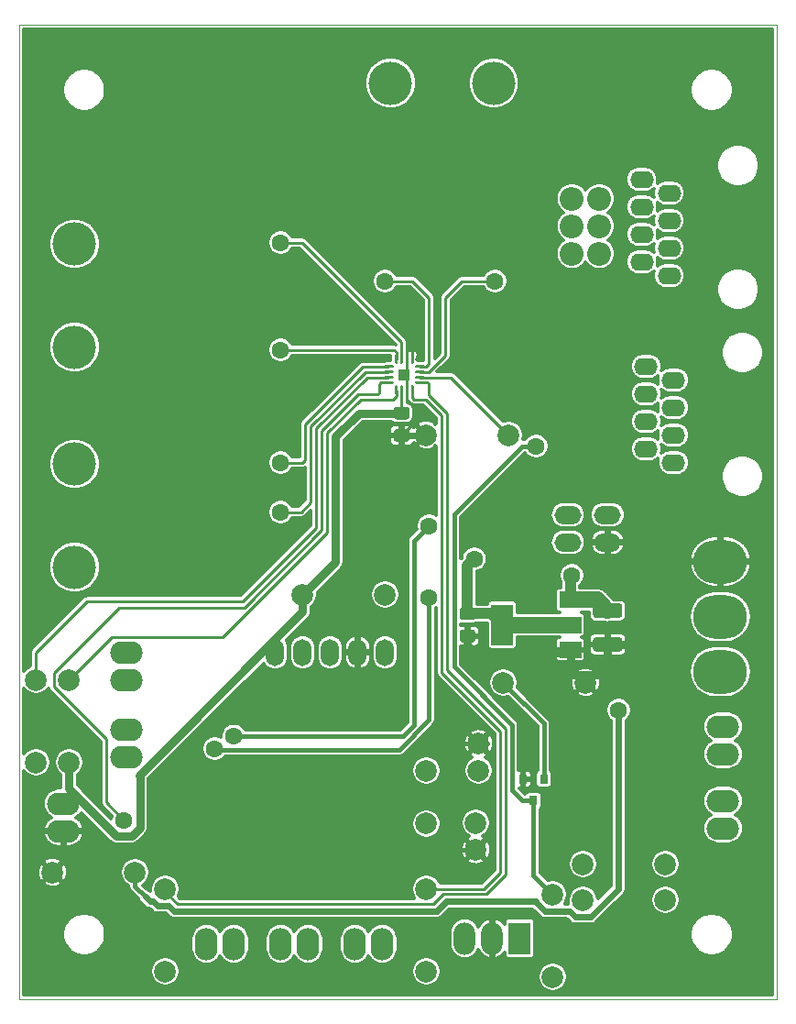
<source format=gbr>
%TF.GenerationSoftware,KiCad,Pcbnew,5.1.10*%
%TF.CreationDate,2021-12-13T10:42:51+01:00*%
%TF.ProjectId,battery_can_monitor,62617474-6572-4795-9f63-616e5f6d6f6e,rev?*%
%TF.SameCoordinates,Original*%
%TF.FileFunction,Copper,L1,Top*%
%TF.FilePolarity,Positive*%
%FSLAX46Y46*%
G04 Gerber Fmt 4.6, Leading zero omitted, Abs format (unit mm)*
G04 Created by KiCad (PCBNEW 5.1.10) date 2021-12-13 10:42:51*
%MOMM*%
%LPD*%
G01*
G04 APERTURE LIST*
%TA.AperFunction,Profile*%
%ADD10C,0.050000*%
%TD*%
%TA.AperFunction,SMDPad,CuDef*%
%ADD11R,1.100000X1.100000*%
%TD*%
%TA.AperFunction,ComponentPad*%
%ADD12O,2.500000X1.700000*%
%TD*%
%TA.AperFunction,ComponentPad*%
%ADD13O,3.000000X2.100000*%
%TD*%
%TA.AperFunction,ComponentPad*%
%ADD14O,2.100000X3.000000*%
%TD*%
%TA.AperFunction,ComponentPad*%
%ADD15O,2.200000X1.600000*%
%TD*%
%TA.AperFunction,ComponentPad*%
%ADD16C,2.000000*%
%TD*%
%TA.AperFunction,SMDPad,CuDef*%
%ADD17R,2.000000X1.500000*%
%TD*%
%TA.AperFunction,SMDPad,CuDef*%
%ADD18R,2.000000X3.800000*%
%TD*%
%TA.AperFunction,SMDPad,CuDef*%
%ADD19R,0.800000X0.900000*%
%TD*%
%TA.AperFunction,ComponentPad*%
%ADD20O,5.000000X4.000000*%
%TD*%
%TA.AperFunction,ComponentPad*%
%ADD21O,2.200000X2.200000*%
%TD*%
%TA.AperFunction,ComponentPad*%
%ADD22C,4.000000*%
%TD*%
%TA.AperFunction,ComponentPad*%
%ADD23O,1.700000X2.500000*%
%TD*%
%TA.AperFunction,ComponentPad*%
%ADD24O,2.000000X3.000000*%
%TD*%
%TA.AperFunction,ComponentPad*%
%ADD25R,2.000000X3.000000*%
%TD*%
%TA.AperFunction,ViaPad*%
%ADD26C,1.600000*%
%TD*%
%TA.AperFunction,Conductor*%
%ADD27C,1.500000*%
%TD*%
%TA.AperFunction,Conductor*%
%ADD28C,1.000000*%
%TD*%
%TA.AperFunction,Conductor*%
%ADD29C,0.800000*%
%TD*%
%TA.AperFunction,Conductor*%
%ADD30C,0.250000*%
%TD*%
%TA.AperFunction,Conductor*%
%ADD31C,0.600000*%
%TD*%
%TA.AperFunction,Conductor*%
%ADD32C,0.400000*%
%TD*%
%TA.AperFunction,Conductor*%
%ADD33C,0.300000*%
%TD*%
%TA.AperFunction,Conductor*%
%ADD34C,0.200000*%
%TD*%
G04 APERTURE END LIST*
D10*
X50000000Y-140000000D02*
X50000000Y-50000000D01*
X120000000Y-140000000D02*
X50000000Y-140000000D01*
X120000000Y-50000000D02*
X120000000Y-140000000D01*
X50000000Y-50000000D02*
X120000000Y-50000000D01*
D11*
%TO.P,U2,17*%
%TO.N,GND*%
X85598000Y-82296000D03*
%TO.P,U2,16*%
%TO.N,/DOWN*%
%TA.AperFunction,SMDPad,CuDef*%
G36*
G01*
X84598000Y-82983500D02*
X84598000Y-83108500D01*
G75*
G02*
X84535500Y-83171000I-62500J0D01*
G01*
X83785500Y-83171000D01*
G75*
G02*
X83723000Y-83108500I0J62500D01*
G01*
X83723000Y-82983500D01*
G75*
G02*
X83785500Y-82921000I62500J0D01*
G01*
X84535500Y-82921000D01*
G75*
G02*
X84598000Y-82983500I0J-62500D01*
G01*
G37*
%TD.AperFunction*%
%TO.P,U2,15*%
%TO.N,/AL2*%
%TA.AperFunction,SMDPad,CuDef*%
G36*
G01*
X84598000Y-82483500D02*
X84598000Y-82608500D01*
G75*
G02*
X84535500Y-82671000I-62500J0D01*
G01*
X83785500Y-82671000D01*
G75*
G02*
X83723000Y-82608500I0J62500D01*
G01*
X83723000Y-82483500D01*
G75*
G02*
X83785500Y-82421000I62500J0D01*
G01*
X84535500Y-82421000D01*
G75*
G02*
X84598000Y-82483500I0J-62500D01*
G01*
G37*
%TD.AperFunction*%
%TO.P,U2,14*%
%TO.N,Net-(D9-Pad1)*%
%TA.AperFunction,SMDPad,CuDef*%
G36*
G01*
X84598000Y-81983500D02*
X84598000Y-82108500D01*
G75*
G02*
X84535500Y-82171000I-62500J0D01*
G01*
X83785500Y-82171000D01*
G75*
G02*
X83723000Y-82108500I0J62500D01*
G01*
X83723000Y-81983500D01*
G75*
G02*
X83785500Y-81921000I62500J0D01*
G01*
X84535500Y-81921000D01*
G75*
G02*
X84598000Y-81983500I0J-62500D01*
G01*
G37*
%TD.AperFunction*%
%TO.P,U2,13*%
%TO.N,Net-(D8-Pad1)*%
%TA.AperFunction,SMDPad,CuDef*%
G36*
G01*
X84598000Y-81483500D02*
X84598000Y-81608500D01*
G75*
G02*
X84535500Y-81671000I-62500J0D01*
G01*
X83785500Y-81671000D01*
G75*
G02*
X83723000Y-81608500I0J62500D01*
G01*
X83723000Y-81483500D01*
G75*
G02*
X83785500Y-81421000I62500J0D01*
G01*
X84535500Y-81421000D01*
G75*
G02*
X84598000Y-81483500I0J-62500D01*
G01*
G37*
%TD.AperFunction*%
%TO.P,U2,12*%
%TO.N,Net-(D7-Pad1)*%
%TA.AperFunction,SMDPad,CuDef*%
G36*
G01*
X84910500Y-81296000D02*
X84785500Y-81296000D01*
G75*
G02*
X84723000Y-81233500I0J62500D01*
G01*
X84723000Y-80483500D01*
G75*
G02*
X84785500Y-80421000I62500J0D01*
G01*
X84910500Y-80421000D01*
G75*
G02*
X84973000Y-80483500I0J-62500D01*
G01*
X84973000Y-81233500D01*
G75*
G02*
X84910500Y-81296000I-62500J0D01*
G01*
G37*
%TD.AperFunction*%
%TO.P,U2,11*%
%TO.N,Net-(D3-Pad1)*%
%TA.AperFunction,SMDPad,CuDef*%
G36*
G01*
X85410500Y-81296000D02*
X85285500Y-81296000D01*
G75*
G02*
X85223000Y-81233500I0J62500D01*
G01*
X85223000Y-80483500D01*
G75*
G02*
X85285500Y-80421000I62500J0D01*
G01*
X85410500Y-80421000D01*
G75*
G02*
X85473000Y-80483500I0J-62500D01*
G01*
X85473000Y-81233500D01*
G75*
G02*
X85410500Y-81296000I-62500J0D01*
G01*
G37*
%TD.AperFunction*%
%TO.P,U2,10*%
%TO.N,GND*%
%TA.AperFunction,SMDPad,CuDef*%
G36*
G01*
X85910500Y-81296000D02*
X85785500Y-81296000D01*
G75*
G02*
X85723000Y-81233500I0J62500D01*
G01*
X85723000Y-80483500D01*
G75*
G02*
X85785500Y-80421000I62500J0D01*
G01*
X85910500Y-80421000D01*
G75*
G02*
X85973000Y-80483500I0J-62500D01*
G01*
X85973000Y-81233500D01*
G75*
G02*
X85910500Y-81296000I-62500J0D01*
G01*
G37*
%TD.AperFunction*%
%TO.P,U2,9*%
%TA.AperFunction,SMDPad,CuDef*%
G36*
G01*
X86410500Y-81296000D02*
X86285500Y-81296000D01*
G75*
G02*
X86223000Y-81233500I0J62500D01*
G01*
X86223000Y-80483500D01*
G75*
G02*
X86285500Y-80421000I62500J0D01*
G01*
X86410500Y-80421000D01*
G75*
G02*
X86473000Y-80483500I0J-62500D01*
G01*
X86473000Y-81233500D01*
G75*
G02*
X86410500Y-81296000I-62500J0D01*
G01*
G37*
%TD.AperFunction*%
%TO.P,U2,8*%
%TO.N,Net-(D1-Pad1)*%
%TA.AperFunction,SMDPad,CuDef*%
G36*
G01*
X87473000Y-81483500D02*
X87473000Y-81608500D01*
G75*
G02*
X87410500Y-81671000I-62500J0D01*
G01*
X86660500Y-81671000D01*
G75*
G02*
X86598000Y-81608500I0J62500D01*
G01*
X86598000Y-81483500D01*
G75*
G02*
X86660500Y-81421000I62500J0D01*
G01*
X87410500Y-81421000D01*
G75*
G02*
X87473000Y-81483500I0J-62500D01*
G01*
G37*
%TD.AperFunction*%
%TO.P,U2,7*%
%TO.N,Net-(D2-Pad1)*%
%TA.AperFunction,SMDPad,CuDef*%
G36*
G01*
X87473000Y-81983500D02*
X87473000Y-82108500D01*
G75*
G02*
X87410500Y-82171000I-62500J0D01*
G01*
X86660500Y-82171000D01*
G75*
G02*
X86598000Y-82108500I0J62500D01*
G01*
X86598000Y-81983500D01*
G75*
G02*
X86660500Y-81921000I62500J0D01*
G01*
X87410500Y-81921000D01*
G75*
G02*
X87473000Y-81983500I0J-62500D01*
G01*
G37*
%TD.AperFunction*%
%TO.P,U2,6*%
%TO.N,Net-(R5-Pad1)*%
%TA.AperFunction,SMDPad,CuDef*%
G36*
G01*
X87473000Y-82483500D02*
X87473000Y-82608500D01*
G75*
G02*
X87410500Y-82671000I-62500J0D01*
G01*
X86660500Y-82671000D01*
G75*
G02*
X86598000Y-82608500I0J62500D01*
G01*
X86598000Y-82483500D01*
G75*
G02*
X86660500Y-82421000I62500J0D01*
G01*
X87410500Y-82421000D01*
G75*
G02*
X87473000Y-82483500I0J-62500D01*
G01*
G37*
%TD.AperFunction*%
%TO.P,U2,5*%
%TO.N,/SDA*%
%TA.AperFunction,SMDPad,CuDef*%
G36*
G01*
X87473000Y-82983500D02*
X87473000Y-83108500D01*
G75*
G02*
X87410500Y-83171000I-62500J0D01*
G01*
X86660500Y-83171000D01*
G75*
G02*
X86598000Y-83108500I0J62500D01*
G01*
X86598000Y-82983500D01*
G75*
G02*
X86660500Y-82921000I62500J0D01*
G01*
X87410500Y-82921000D01*
G75*
G02*
X87473000Y-82983500I0J-62500D01*
G01*
G37*
%TD.AperFunction*%
%TO.P,U2,4*%
%TO.N,/SCL*%
%TA.AperFunction,SMDPad,CuDef*%
G36*
G01*
X86410500Y-84171000D02*
X86285500Y-84171000D01*
G75*
G02*
X86223000Y-84108500I0J62500D01*
G01*
X86223000Y-83358500D01*
G75*
G02*
X86285500Y-83296000I62500J0D01*
G01*
X86410500Y-83296000D01*
G75*
G02*
X86473000Y-83358500I0J-62500D01*
G01*
X86473000Y-84108500D01*
G75*
G02*
X86410500Y-84171000I-62500J0D01*
G01*
G37*
%TD.AperFunction*%
%TO.P,U2,3*%
%TO.N,GND*%
%TA.AperFunction,SMDPad,CuDef*%
G36*
G01*
X85910500Y-84171000D02*
X85785500Y-84171000D01*
G75*
G02*
X85723000Y-84108500I0J62500D01*
G01*
X85723000Y-83358500D01*
G75*
G02*
X85785500Y-83296000I62500J0D01*
G01*
X85910500Y-83296000D01*
G75*
G02*
X85973000Y-83358500I0J-62500D01*
G01*
X85973000Y-84108500D01*
G75*
G02*
X85910500Y-84171000I-62500J0D01*
G01*
G37*
%TD.AperFunction*%
%TO.P,U2,2*%
%TO.N,+5V*%
%TA.AperFunction,SMDPad,CuDef*%
G36*
G01*
X85410500Y-84171000D02*
X85285500Y-84171000D01*
G75*
G02*
X85223000Y-84108500I0J62500D01*
G01*
X85223000Y-83358500D01*
G75*
G02*
X85285500Y-83296000I62500J0D01*
G01*
X85410500Y-83296000D01*
G75*
G02*
X85473000Y-83358500I0J-62500D01*
G01*
X85473000Y-84108500D01*
G75*
G02*
X85410500Y-84171000I-62500J0D01*
G01*
G37*
%TD.AperFunction*%
%TO.P,U2,1*%
%TO.N,/AL1*%
%TA.AperFunction,SMDPad,CuDef*%
G36*
G01*
X84910500Y-84171000D02*
X84785500Y-84171000D01*
G75*
G02*
X84723000Y-84108500I0J62500D01*
G01*
X84723000Y-83358500D01*
G75*
G02*
X84785500Y-83296000I62500J0D01*
G01*
X84910500Y-83296000D01*
G75*
G02*
X84973000Y-83358500I0J-62500D01*
G01*
X84973000Y-84108500D01*
G75*
G02*
X84910500Y-84171000I-62500J0D01*
G01*
G37*
%TD.AperFunction*%
%TD*%
D12*
%TO.P,J15,2*%
%TO.N,GND*%
X104394000Y-97790000D03*
%TO.P,J15,1*%
%TO.N,/CANGND*%
X104394000Y-95250000D03*
%TD*%
D13*
%TO.P,J10,2*%
%TO.N,/AL2*%
X59944000Y-117602000D03*
%TO.P,J10,1*%
%TO.N,/AL1*%
X59944000Y-115062000D03*
%TD*%
D14*
%TO.P,J11,2*%
%TO.N,/DOWN*%
X67310000Y-134874000D03*
%TO.P,J11,1*%
%TO.N,/IO1*%
X69850000Y-134874000D03*
%TD*%
%TO.P,J9,2*%
%TO.N,/SDA*%
X74168000Y-134874000D03*
%TO.P,J9,1*%
%TO.N,/SCL*%
X76708000Y-134874000D03*
%TD*%
%TO.P,TH2,2*%
%TO.N,Net-(R1-Pad2)*%
X81026000Y-134874000D03*
%TO.P,TH2,1*%
%TO.N,+5V*%
X83566000Y-134874000D03*
%TD*%
D15*
%TO.P,J5,8*%
%TO.N,Net-(J4-Pad8)*%
X107950000Y-81534000D03*
%TO.P,J5,7*%
%TO.N,Net-(J4-Pad7)*%
X110490000Y-82804000D03*
%TO.P,J5,6*%
%TO.N,/CANGND*%
X107950000Y-84074000D03*
%TO.P,J5,5*%
X110490000Y-85344000D03*
%TO.P,J5,4*%
%TO.N,/+12CAN*%
X107950000Y-86614000D03*
%TO.P,J5,3*%
X110490000Y-87884000D03*
%TO.P,J5,2*%
%TO.N,/CANL*%
X107950000Y-89154000D03*
%TO.P,J5,1*%
%TO.N,/CANH*%
X110490000Y-90424000D03*
%TD*%
D16*
%TO.P,Y1,2*%
%TO.N,Net-(C5-Pad1)*%
X87630000Y-123772000D03*
%TO.P,Y1,1*%
%TO.N,Net-(C4-Pad1)*%
X87630000Y-118872000D03*
%TD*%
D17*
%TO.P,U6,1*%
%TO.N,GND*%
X100940000Y-107710000D03*
%TO.P,U6,3*%
%TO.N,+12V*%
X100940000Y-103110000D03*
%TO.P,U6,2*%
%TO.N,+5V*%
X100940000Y-105410000D03*
D18*
X94640000Y-105410000D03*
%TD*%
D13*
%TO.P,TH3,2*%
%TO.N,Net-(R2-Pad2)*%
X115062000Y-124206000D03*
%TO.P,TH3,1*%
%TO.N,+5V*%
X115062000Y-121666000D03*
%TD*%
%TO.P,TH1,2*%
%TO.N,Net-(R3-Pad2)*%
X115062000Y-117348000D03*
%TO.P,TH1,1*%
%TO.N,+5V*%
X115062000Y-114808000D03*
%TD*%
D16*
%TO.P,R23,2*%
%TO.N,Net-(D5-Pad1)*%
X109728000Y-130810000D03*
%TO.P,R23,1*%
%TO.N,Net-(R23-Pad1)*%
X102108000Y-130810000D03*
%TD*%
%TO.P,R21,2*%
%TO.N,Net-(D5-Pad3)*%
X109728000Y-127508000D03*
%TO.P,R21,1*%
%TO.N,Net-(R21-Pad1)*%
X102108000Y-127508000D03*
%TD*%
%TO.P,R20,2*%
%TO.N,+5V*%
X63500000Y-137414000D03*
%TO.P,R20,1*%
%TO.N,/SDA*%
X63500000Y-129794000D03*
%TD*%
%TO.P,R18,2*%
%TO.N,+5V*%
X87630000Y-137414000D03*
%TO.P,R18,1*%
%TO.N,/SCL*%
X87630000Y-129794000D03*
%TD*%
%TO.P,R16,2*%
%TO.N,GND*%
X53086000Y-128270000D03*
%TO.P,R16,1*%
%TO.N,/ALRM*%
X60706000Y-128270000D03*
%TD*%
%TO.P,R15,2*%
%TO.N,GND*%
X102362000Y-110744000D03*
%TO.P,R15,1*%
%TO.N,/+12CAN*%
X94742000Y-110744000D03*
%TD*%
%TO.P,R14,2*%
%TO.N,+5V*%
X99314000Y-137922000D03*
%TO.P,R14,1*%
%TO.N,/!CANOK*%
X99314000Y-130302000D03*
%TD*%
%TO.P,R9,2*%
%TO.N,+5V*%
X51562000Y-118110000D03*
%TO.P,R9,1*%
%TO.N,/AL2*%
X51562000Y-110490000D03*
%TD*%
%TO.P,R7,2*%
%TO.N,+5V*%
X54610000Y-118110000D03*
%TO.P,R7,1*%
%TO.N,/AL1*%
X54610000Y-110490000D03*
%TD*%
%TO.P,R6,2*%
%TO.N,+5V*%
X76200000Y-102616000D03*
%TO.P,R6,1*%
%TO.N,/MCLR*%
X83820000Y-102616000D03*
%TD*%
%TO.P,R5,2*%
%TO.N,GND*%
X87630000Y-87884000D03*
%TO.P,R5,1*%
%TO.N,Net-(R5-Pad1)*%
X95250000Y-87884000D03*
%TD*%
D19*
%TO.P,Q1,3*%
%TO.N,/!CANOK*%
X97536000Y-121650000D03*
%TO.P,Q1,2*%
%TO.N,GND*%
X96586000Y-119650000D03*
%TO.P,Q1,1*%
%TO.N,/+12CAN*%
X98486000Y-119650000D03*
%TD*%
D12*
%TO.P,J14,2*%
%TO.N,/+12CAN*%
X100711000Y-95250000D03*
%TO.P,J14,1*%
%TO.N,+12V*%
X100711000Y-97790000D03*
%TD*%
D20*
%TO.P,J13,3*%
%TO.N,Net-(J13-Pad3)*%
X114808000Y-109728000D03*
%TO.P,J13,2*%
%TO.N,+12V*%
X114808000Y-104648000D03*
%TO.P,J13,1*%
%TO.N,GND*%
X114808000Y-99568000D03*
%TD*%
D13*
%TO.P,J12,2*%
%TO.N,/IO2*%
X59944000Y-110490000D03*
%TO.P,J12,1*%
%TO.N,/IO3*%
X59944000Y-107950000D03*
%TD*%
%TO.P,J8,2*%
%TO.N,+5V*%
X54102000Y-121920000D03*
%TO.P,J8,1*%
%TO.N,GND*%
X54102000Y-124460000D03*
%TD*%
D21*
%TO.P,J7,6*%
%TO.N,Net-(J7-Pad6)*%
X103632000Y-71120000D03*
%TO.P,J7,5*%
%TO.N,Net-(J7-Pad5)*%
X101092000Y-71120000D03*
%TO.P,J7,4*%
%TO.N,/CANL*%
X103632000Y-68580000D03*
%TO.P,J7,3*%
%TO.N,/CANH*%
X101092000Y-68580000D03*
%TO.P,J7,2*%
%TO.N,Net-(J4-Pad7)*%
X103632000Y-66040000D03*
%TO.P,J7,1*%
%TO.N,Net-(J4-Pad8)*%
X101092000Y-66040000D03*
%TD*%
D22*
%TO.P,J6,2*%
%TO.N,/S1+*%
X55118000Y-70236000D03*
%TO.P,J6,1*%
%TO.N,/S1-*%
X55118000Y-79756000D03*
%TD*%
D15*
%TO.P,J4,8*%
%TO.N,Net-(J4-Pad8)*%
X107550000Y-64262000D03*
%TO.P,J4,7*%
%TO.N,Net-(J4-Pad7)*%
X110090000Y-65532000D03*
%TO.P,J4,6*%
%TO.N,/CANGND*%
X107550000Y-66802000D03*
%TO.P,J4,5*%
X110090000Y-68072000D03*
%TO.P,J4,4*%
%TO.N,/+12CAN*%
X107550000Y-69342000D03*
%TO.P,J4,3*%
X110090000Y-70612000D03*
%TO.P,J4,2*%
%TO.N,/CANL*%
X107550000Y-71882000D03*
%TO.P,J4,1*%
%TO.N,/CANH*%
X110090000Y-73152000D03*
%TD*%
D23*
%TO.P,J3,5*%
%TO.N,/MCLR*%
X83820000Y-107950000D03*
%TO.P,J3,4*%
%TO.N,GND*%
X81280000Y-107950000D03*
%TO.P,J3,3*%
%TO.N,/PGC*%
X78740000Y-107950000D03*
%TO.P,J3,2*%
%TO.N,/PGD*%
X76200000Y-107950000D03*
%TO.P,J3,1*%
%TO.N,+5V*%
X73660000Y-107950000D03*
%TD*%
D22*
%TO.P,J2,2*%
%TO.N,/S2+*%
X55118000Y-90556000D03*
%TO.P,J2,1*%
%TO.N,/S2-*%
X55118000Y-100076000D03*
%TD*%
%TO.P,J1,2*%
%TO.N,/S3-*%
X93848000Y-55372000D03*
%TO.P,J1,1*%
%TO.N,/S3+*%
X84328000Y-55372000D03*
%TD*%
D24*
%TO.P,D5,3*%
%TO.N,Net-(D5-Pad3)*%
X91186000Y-134366000D03*
%TO.P,D5,2*%
%TO.N,GND*%
X93726000Y-134366000D03*
D25*
%TO.P,D5,1*%
%TO.N,Net-(D5-Pad1)*%
X96266000Y-134366000D03*
%TD*%
%TO.P,C14,2*%
%TO.N,GND*%
%TA.AperFunction,SMDPad,CuDef*%
G36*
G01*
X90965000Y-105860000D02*
X91915000Y-105860000D01*
G75*
G02*
X92165000Y-106110000I0J-250000D01*
G01*
X92165000Y-106785000D01*
G75*
G02*
X91915000Y-107035000I-250000J0D01*
G01*
X90965000Y-107035000D01*
G75*
G02*
X90715000Y-106785000I0J250000D01*
G01*
X90715000Y-106110000D01*
G75*
G02*
X90965000Y-105860000I250000J0D01*
G01*
G37*
%TD.AperFunction*%
%TO.P,C14,1*%
%TO.N,+5V*%
%TA.AperFunction,SMDPad,CuDef*%
G36*
G01*
X90965000Y-103785000D02*
X91915000Y-103785000D01*
G75*
G02*
X92165000Y-104035000I0J-250000D01*
G01*
X92165000Y-104710000D01*
G75*
G02*
X91915000Y-104960000I-250000J0D01*
G01*
X90965000Y-104960000D01*
G75*
G02*
X90715000Y-104710000I0J250000D01*
G01*
X90715000Y-104035000D01*
G75*
G02*
X90965000Y-103785000I250000J0D01*
G01*
G37*
%TD.AperFunction*%
%TD*%
%TO.P,C13,2*%
%TO.N,GND*%
%TA.AperFunction,SMDPad,CuDef*%
G36*
G01*
X103293997Y-106564000D02*
X105494003Y-106564000D01*
G75*
G02*
X105744000Y-106813997I0J-249997D01*
G01*
X105744000Y-107639003D01*
G75*
G02*
X105494003Y-107889000I-249997J0D01*
G01*
X103293997Y-107889000D01*
G75*
G02*
X103044000Y-107639003I0J249997D01*
G01*
X103044000Y-106813997D01*
G75*
G02*
X103293997Y-106564000I249997J0D01*
G01*
G37*
%TD.AperFunction*%
%TO.P,C13,1*%
%TO.N,+12V*%
%TA.AperFunction,SMDPad,CuDef*%
G36*
G01*
X103293997Y-103439000D02*
X105494003Y-103439000D01*
G75*
G02*
X105744000Y-103688997I0J-249997D01*
G01*
X105744000Y-104514003D01*
G75*
G02*
X105494003Y-104764000I-249997J0D01*
G01*
X103293997Y-104764000D01*
G75*
G02*
X103044000Y-104514003I0J249997D01*
G01*
X103044000Y-103688997D01*
G75*
G02*
X103293997Y-103439000I249997J0D01*
G01*
G37*
%TD.AperFunction*%
%TD*%
D16*
%TO.P,C5,2*%
%TO.N,GND*%
X92202000Y-126198000D03*
%TO.P,C5,1*%
%TO.N,Net-(C5-Pad1)*%
X92202000Y-123698000D03*
%TD*%
%TO.P,C4,2*%
%TO.N,GND*%
X92456000Y-116372000D03*
%TO.P,C4,1*%
%TO.N,Net-(C4-Pad1)*%
X92456000Y-118872000D03*
%TD*%
%TO.P,C1,2*%
%TO.N,+5V*%
%TA.AperFunction,SMDPad,CuDef*%
G36*
G01*
X85819000Y-86439500D02*
X84869000Y-86439500D01*
G75*
G02*
X84619000Y-86189500I0J250000D01*
G01*
X84619000Y-85514500D01*
G75*
G02*
X84869000Y-85264500I250000J0D01*
G01*
X85819000Y-85264500D01*
G75*
G02*
X86069000Y-85514500I0J-250000D01*
G01*
X86069000Y-86189500D01*
G75*
G02*
X85819000Y-86439500I-250000J0D01*
G01*
G37*
%TD.AperFunction*%
%TO.P,C1,1*%
%TO.N,GND*%
%TA.AperFunction,SMDPad,CuDef*%
G36*
G01*
X85819000Y-88514500D02*
X84869000Y-88514500D01*
G75*
G02*
X84619000Y-88264500I0J250000D01*
G01*
X84619000Y-87589500D01*
G75*
G02*
X84869000Y-87339500I250000J0D01*
G01*
X85819000Y-87339500D01*
G75*
G02*
X86069000Y-87589500I0J-250000D01*
G01*
X86069000Y-88264500D01*
G75*
G02*
X85819000Y-88514500I-250000J0D01*
G01*
G37*
%TD.AperFunction*%
%TD*%
D26*
%TO.N,+5V*%
X92075002Y-99314000D03*
%TO.N,GND*%
X96885999Y-116398000D03*
X102362000Y-88900000D03*
X104775000Y-100838000D03*
%TO.N,+12V*%
X101092000Y-100838000D03*
%TO.N,Net-(D1-Pad1)*%
X83820000Y-73660000D03*
%TO.N,Net-(D2-Pad1)*%
X93980000Y-73660000D03*
%TO.N,Net-(D3-Pad1)*%
X74168000Y-70104000D03*
%TO.N,Net-(D7-Pad1)*%
X74168000Y-80010000D03*
%TO.N,Net-(D8-Pad1)*%
X74168000Y-90424000D03*
%TO.N,Net-(D9-Pad1)*%
X74168000Y-94996000D03*
%TO.N,/DOWN*%
X59690000Y-123444000D03*
%TO.N,/!CANOK*%
X97790000Y-88900000D03*
%TO.N,/ALRM*%
X105410000Y-113284000D03*
%TO.N,/CANRX*%
X69850000Y-115677000D03*
X87884000Y-96266000D03*
%TO.N,/CANTX*%
X68072000Y-116840000D03*
X87884000Y-102870000D03*
%TD*%
D27*
%TO.N,+5V*%
X100940000Y-105410000D02*
X94640000Y-105410000D01*
D28*
X93602500Y-104372500D02*
X94640000Y-105410000D01*
X91440000Y-104372500D02*
X93602500Y-104372500D01*
D29*
X114554000Y-114808000D02*
X115062000Y-114808000D01*
D30*
X85348000Y-85848000D02*
X85344000Y-85852000D01*
X85348000Y-83733500D02*
X85348000Y-85848000D01*
D29*
X76200000Y-104200177D02*
X61098167Y-119302010D01*
X76200000Y-102616000D02*
X76200000Y-104200177D01*
X61140001Y-119343844D02*
X61098167Y-119302010D01*
X61140001Y-124140001D02*
X61140001Y-119343844D01*
X60386001Y-124894001D02*
X61140001Y-124140001D01*
X58993999Y-124894001D02*
X60386001Y-124894001D01*
X54610000Y-120510002D02*
X58993999Y-124894001D01*
X54610000Y-118110000D02*
X54610000Y-120510002D01*
D28*
X91440000Y-99949002D02*
X92075002Y-99314000D01*
X91440000Y-104372500D02*
X91440000Y-99949002D01*
D29*
X79237040Y-99578960D02*
X76200000Y-102616000D01*
X79237040Y-88009468D02*
X79237040Y-99578960D01*
X85344000Y-85852000D02*
X81394508Y-85852000D01*
X81394508Y-85852000D02*
X79237040Y-88009468D01*
%TO.N,GND*%
X104394000Y-109474000D02*
X104394000Y-107226500D01*
X103886000Y-109982000D02*
X104394000Y-109474000D01*
X107911500Y-107226500D02*
X104394000Y-107226500D01*
X108712000Y-106426000D02*
X107911500Y-107226500D01*
X102108000Y-110236000D02*
X101854000Y-109982000D01*
X101854000Y-109982000D02*
X103886000Y-109982000D01*
D30*
X86444010Y-86826990D02*
X85344000Y-87927000D01*
X86444010Y-85255610D02*
X86444010Y-86826990D01*
X85848000Y-84659600D02*
X86444010Y-85255610D01*
X85848000Y-83733500D02*
X85848000Y-84659600D01*
X85848000Y-82546000D02*
X85598000Y-82296000D01*
X85848000Y-83733500D02*
X85848000Y-82546000D01*
X85848000Y-82046000D02*
X85598000Y-82296000D01*
X85848000Y-80858500D02*
X85848000Y-82046000D01*
X86348000Y-80858500D02*
X86348000Y-75793002D01*
D31*
X87587000Y-87927000D02*
X87630000Y-87884000D01*
X85344000Y-87927000D02*
X87587000Y-87927000D01*
D29*
X91450001Y-107960001D02*
X91440000Y-107950000D01*
X100940000Y-107710000D02*
X100689999Y-107960001D01*
X100940000Y-107710000D02*
X100940000Y-109830000D01*
X101092000Y-109982000D02*
X102362000Y-109982000D01*
X100940000Y-109830000D02*
X101092000Y-109982000D01*
X91440000Y-106447500D02*
X91440000Y-107950000D01*
D32*
X106660001Y-129612675D02*
X99956675Y-136316001D01*
X106660001Y-112683999D02*
X106660001Y-129612675D01*
X103958002Y-109982000D02*
X106660001Y-112683999D01*
X102362000Y-109982000D02*
X103958002Y-109982000D01*
X93726000Y-134366000D02*
X93726000Y-136906000D01*
X98773997Y-136316001D02*
X99956675Y-136316001D01*
X98183998Y-136906000D02*
X98773997Y-136316001D01*
X93726000Y-136906000D02*
X98183998Y-136906000D01*
D30*
X81374000Y-72953002D02*
X81374000Y-68420000D01*
X83714000Y-75293002D02*
X81374000Y-72953002D01*
X85848000Y-75293002D02*
X83714000Y-75293002D01*
X86199002Y-75793002D02*
X85848000Y-75442000D01*
X86348000Y-75793002D02*
X86199002Y-75793002D01*
X85848000Y-80858500D02*
X85848000Y-75442000D01*
X85848000Y-75442000D02*
X85848000Y-75293002D01*
D29*
X100689999Y-107960001D02*
X91450001Y-107960001D01*
D32*
X86320000Y-126198000D02*
X92202000Y-126198000D01*
X83566000Y-123444000D02*
X86320000Y-126198000D01*
X92456000Y-116372000D02*
X93258000Y-116372000D01*
X91450001Y-109598003D02*
X96586000Y-114734002D01*
X91450001Y-107960001D02*
X91450001Y-109598003D01*
X55611989Y-125744011D02*
X53086000Y-128270000D01*
X81011989Y-125744011D02*
X55611989Y-125744011D01*
X83566000Y-123190000D02*
X81011989Y-125744011D01*
X83566000Y-123190000D02*
X83566000Y-123444000D01*
X83566000Y-119440504D02*
X83566000Y-123190000D01*
X86634504Y-116372000D02*
X83566000Y-119440504D01*
X92456000Y-116372000D02*
X86634504Y-116372000D01*
X96885999Y-116474001D02*
X96586000Y-116774000D01*
X96885999Y-116398000D02*
X96885999Y-116474001D01*
X96586000Y-114734002D02*
X96586000Y-116774000D01*
X96586000Y-116774000D02*
X96586000Y-119650000D01*
D29*
X82230000Y-67564000D02*
X96680000Y-67564000D01*
X96680000Y-67564000D02*
X96680000Y-83218000D01*
X81374000Y-68420000D02*
X82230000Y-67564000D01*
X96680000Y-83218000D02*
X102362000Y-88900000D01*
D28*
X108712000Y-95250000D02*
X108712000Y-97790000D01*
X102362000Y-88900000D02*
X108712000Y-95250000D01*
D29*
X108712000Y-97790000D02*
X108712000Y-100584000D01*
X108712000Y-100584000D02*
X108712000Y-106426000D01*
X104775000Y-100838000D02*
X108458000Y-100838000D01*
X108458000Y-100838000D02*
X108712000Y-100584000D01*
D27*
%TO.N,+12V*%
X103402500Y-103110000D02*
X100940000Y-103110000D01*
X104394000Y-104101500D02*
X103402500Y-103110000D01*
D28*
X100940000Y-100990000D02*
X101092000Y-100838000D01*
X100940000Y-103110000D02*
X100940000Y-100990000D01*
D30*
%TO.N,Net-(D1-Pad1)*%
X87618000Y-81546000D02*
X87884000Y-81280000D01*
X87035500Y-81546000D02*
X87618000Y-81546000D01*
X86360000Y-73660000D02*
X87884000Y-75184000D01*
X83820000Y-73660000D02*
X86360000Y-73660000D01*
X87884000Y-81280000D02*
X87884000Y-75184000D01*
%TO.N,Net-(D2-Pad1)*%
X87880000Y-82046000D02*
X87035500Y-82046000D01*
X89408000Y-80518000D02*
X87880000Y-82046000D01*
X89408000Y-75184000D02*
X89408000Y-80518000D01*
X93980000Y-73660000D02*
X90932000Y-73660000D01*
X90932000Y-73660000D02*
X89408000Y-75184000D01*
%TO.N,Net-(D3-Pad1)*%
X85348000Y-79306880D02*
X85348000Y-80858500D01*
X74168000Y-70104000D02*
X76145120Y-70104000D01*
X76145120Y-70104000D02*
X85348000Y-79306880D01*
%TO.N,Net-(D7-Pad1)*%
X84848000Y-80252000D02*
X84848000Y-80858500D01*
X84606000Y-80010000D02*
X84848000Y-80252000D01*
X74168000Y-80010000D02*
X84606000Y-80010000D01*
%TO.N,Net-(D8-Pad1)*%
X81776000Y-81546000D02*
X84160500Y-81546000D01*
X76454000Y-86868000D02*
X81776000Y-81546000D01*
X76454000Y-90170000D02*
X76454000Y-86868000D01*
X76200000Y-90424000D02*
X76454000Y-90170000D01*
X76200000Y-90424000D02*
X74168000Y-90424000D01*
%TO.N,Net-(D9-Pad1)*%
X84160500Y-82046000D02*
X81983120Y-82046000D01*
X81983120Y-82046000D02*
X76962000Y-87067120D01*
X76962000Y-87067120D02*
X76962000Y-94074000D01*
X76040000Y-94996000D02*
X74168000Y-94996000D01*
X76962000Y-94074000D02*
X76040000Y-94996000D01*
%TO.N,/SCL*%
X92964000Y-129794000D02*
X87630000Y-129794000D01*
X94488000Y-128270000D02*
X92964000Y-129794000D01*
X94488000Y-115261122D02*
X94488000Y-128270000D01*
X86348000Y-83733500D02*
X86348000Y-84443000D01*
X86348000Y-84443000D02*
X86487000Y-84582000D01*
X87557880Y-84582000D02*
X89059001Y-86083121D01*
X89059001Y-86083121D02*
X89059001Y-109832123D01*
X86487000Y-84582000D02*
X87557880Y-84582000D01*
X89059001Y-109832123D02*
X94488000Y-115261122D01*
%TO.N,/SDA*%
X87884000Y-84201000D02*
X87884000Y-83185000D01*
X89559012Y-85876012D02*
X87884000Y-84201000D01*
X89559012Y-109625012D02*
X89559012Y-85876012D01*
X94988011Y-115054011D02*
X89559012Y-109625012D01*
X94988011Y-128135011D02*
X94988011Y-115054011D01*
X87745000Y-83046000D02*
X87035500Y-83046000D01*
X63246000Y-129794000D02*
X64621001Y-131169001D01*
X87884000Y-83185000D02*
X87745000Y-83046000D01*
X64621001Y-131169001D02*
X88290001Y-131169001D01*
X88290001Y-131169001D02*
X89164992Y-130294010D01*
X89164992Y-130294010D02*
X93171110Y-130294010D01*
X93171110Y-130294010D02*
X94988008Y-128477112D01*
X94988008Y-128477112D02*
X94988011Y-128135011D01*
%TO.N,/AL2*%
X84160500Y-82546000D02*
X82190240Y-82546000D01*
X82190240Y-82546000D02*
X77462010Y-87274230D01*
X77462010Y-87274230D02*
X77462010Y-96452992D01*
X51562000Y-110490000D02*
X51562000Y-107950000D01*
X56298499Y-103213501D02*
X70701501Y-103213501D01*
X51562000Y-107950000D02*
X56298499Y-103213501D01*
X77462010Y-96452992D02*
X70701501Y-103213501D01*
%TO.N,/AL1*%
X68804252Y-106524990D02*
X78462030Y-96867212D01*
X58575010Y-106524990D02*
X68804252Y-106524990D01*
X54610000Y-110490000D02*
X58575010Y-106524990D01*
X78462030Y-87688450D02*
X78462030Y-91209970D01*
X78462030Y-90955970D02*
X78462030Y-91209970D01*
X84848000Y-83733500D02*
X84848000Y-84316000D01*
X84848000Y-84316000D02*
X84582000Y-84582000D01*
X78462030Y-91209970D02*
X78462030Y-96867212D01*
X84582000Y-84582000D02*
X81568480Y-84582000D01*
X81568480Y-84582000D02*
X78462030Y-87688450D01*
%TO.N,/DOWN*%
X58068990Y-121822990D02*
X59690000Y-123444000D01*
X58068990Y-115983992D02*
X58068990Y-121822990D01*
X53234999Y-111150001D02*
X58068990Y-115983992D01*
X53234999Y-109829999D02*
X53234999Y-111150001D01*
X59243937Y-103821061D02*
X53234999Y-109829999D01*
X70801061Y-103821061D02*
X59243937Y-103821061D01*
X77962020Y-96660102D02*
X70801061Y-103821061D01*
X77962020Y-87481340D02*
X77962020Y-96660102D01*
X84160500Y-83046000D02*
X83451000Y-83046000D01*
X83451000Y-83046000D02*
X83312000Y-83185000D01*
X83312000Y-83185000D02*
X83312000Y-83947000D01*
X83312000Y-83947000D02*
X83185000Y-84074000D01*
X83185000Y-84074000D02*
X81369360Y-84074000D01*
X81369360Y-84074000D02*
X77962020Y-87481340D01*
D32*
%TO.N,/!CANOK*%
X97536000Y-128524000D02*
X99314000Y-130302000D01*
X97536000Y-121650000D02*
X97536000Y-128524000D01*
X90229020Y-109296274D02*
X90229020Y-99822000D01*
X95571010Y-114638264D02*
X90229020Y-109296274D01*
X95571010Y-120717010D02*
X95571010Y-114638264D01*
X97536000Y-121650000D02*
X96504000Y-121650000D01*
X96504000Y-121650000D02*
X95571010Y-120717010D01*
X90229020Y-99822000D02*
X90229020Y-99627020D01*
X96520000Y-88900000D02*
X97790000Y-88900000D01*
X90229020Y-95190980D02*
X96520000Y-88900000D01*
X90229020Y-99822000D02*
X90229020Y-95190980D01*
%TO.N,/ALRM*%
X60706000Y-129548002D02*
X60706000Y-128270000D01*
X61695999Y-130538001D02*
X60706000Y-129548002D01*
D31*
X105410000Y-129802002D02*
X105410000Y-113284000D01*
X101363999Y-132360001D02*
X102852001Y-132360001D01*
X100855999Y-131852001D02*
X101363999Y-132360001D01*
X97763999Y-131046001D02*
X98569999Y-131852001D01*
X89444590Y-130969020D02*
X97763999Y-130969020D01*
X88569600Y-131844010D02*
X89444590Y-130969020D01*
X98569999Y-131852001D02*
X100855999Y-131852001D01*
X61695999Y-130538001D02*
X62094998Y-130937000D01*
X62094998Y-130937000D02*
X62348998Y-130937000D01*
X97763999Y-130969020D02*
X97763999Y-131046001D01*
X62348998Y-130937000D02*
X62755999Y-131344001D01*
X102852001Y-132360001D02*
X105410000Y-129802002D01*
X62755999Y-131344001D02*
X63841393Y-131344001D01*
X63841393Y-131344001D02*
X64341403Y-131844011D01*
X64341403Y-131844011D02*
X88569600Y-131844010D01*
D30*
%TO.N,Net-(R5-Pad1)*%
X95250000Y-87884000D02*
X89912000Y-82546000D01*
X87035500Y-82546000D02*
X89912000Y-82546000D01*
D32*
%TO.N,/CANRX*%
X85491000Y-115677000D02*
X69850000Y-115677000D01*
X87884000Y-96266000D02*
X86487000Y-97663000D01*
X86487000Y-97663000D02*
X86487000Y-114681000D01*
X86487000Y-114681000D02*
X85491000Y-115677000D01*
%TO.N,/CANTX*%
X68159001Y-116927001D02*
X68072000Y-116840000D01*
X85160251Y-116927001D02*
X68159001Y-116927001D01*
X87884000Y-114203252D02*
X85160251Y-116927001D01*
X87884000Y-102870000D02*
X87884000Y-114203252D01*
%TO.N,/+12CAN*%
X98486000Y-114488000D02*
X98486000Y-119650000D01*
X94742000Y-110744000D02*
X98486000Y-114488000D01*
%TD*%
D33*
%TO.N,GND*%
X119575001Y-139575000D02*
X50425000Y-139575000D01*
X50425000Y-137276112D01*
X62100000Y-137276112D01*
X62100000Y-137551888D01*
X62153801Y-137822365D01*
X62259336Y-138077149D01*
X62412549Y-138306448D01*
X62607552Y-138501451D01*
X62836851Y-138654664D01*
X63091635Y-138760199D01*
X63362112Y-138814000D01*
X63637888Y-138814000D01*
X63908365Y-138760199D01*
X64163149Y-138654664D01*
X64392448Y-138501451D01*
X64587451Y-138306448D01*
X64740664Y-138077149D01*
X64846199Y-137822365D01*
X64900000Y-137551888D01*
X64900000Y-137276112D01*
X86230000Y-137276112D01*
X86230000Y-137551888D01*
X86283801Y-137822365D01*
X86389336Y-138077149D01*
X86542549Y-138306448D01*
X86737552Y-138501451D01*
X86966851Y-138654664D01*
X87221635Y-138760199D01*
X87492112Y-138814000D01*
X87767888Y-138814000D01*
X88038365Y-138760199D01*
X88293149Y-138654664D01*
X88522448Y-138501451D01*
X88717451Y-138306448D01*
X88870664Y-138077149D01*
X88976199Y-137822365D01*
X88983807Y-137784112D01*
X97914000Y-137784112D01*
X97914000Y-138059888D01*
X97967801Y-138330365D01*
X98073336Y-138585149D01*
X98226549Y-138814448D01*
X98421552Y-139009451D01*
X98650851Y-139162664D01*
X98905635Y-139268199D01*
X99176112Y-139322000D01*
X99451888Y-139322000D01*
X99722365Y-139268199D01*
X99977149Y-139162664D01*
X100206448Y-139009451D01*
X100401451Y-138814448D01*
X100554664Y-138585149D01*
X100660199Y-138330365D01*
X100714000Y-138059888D01*
X100714000Y-137784112D01*
X100660199Y-137513635D01*
X100554664Y-137258851D01*
X100401451Y-137029552D01*
X100206448Y-136834549D01*
X99977149Y-136681336D01*
X99722365Y-136575801D01*
X99451888Y-136522000D01*
X99176112Y-136522000D01*
X98905635Y-136575801D01*
X98650851Y-136681336D01*
X98421552Y-136834549D01*
X98226549Y-137029552D01*
X98073336Y-137258851D01*
X97967801Y-137513635D01*
X97914000Y-137784112D01*
X88983807Y-137784112D01*
X89030000Y-137551888D01*
X89030000Y-137276112D01*
X88976199Y-137005635D01*
X88870664Y-136750851D01*
X88717451Y-136521552D01*
X88522448Y-136326549D01*
X88293149Y-136173336D01*
X88038365Y-136067801D01*
X87767888Y-136014000D01*
X87492112Y-136014000D01*
X87221635Y-136067801D01*
X86966851Y-136173336D01*
X86737552Y-136326549D01*
X86542549Y-136521552D01*
X86389336Y-136750851D01*
X86283801Y-137005635D01*
X86230000Y-137276112D01*
X64900000Y-137276112D01*
X64846199Y-137005635D01*
X64740664Y-136750851D01*
X64587451Y-136521552D01*
X64392448Y-136326549D01*
X64163149Y-136173336D01*
X63908365Y-136067801D01*
X63637888Y-136014000D01*
X63362112Y-136014000D01*
X63091635Y-136067801D01*
X62836851Y-136173336D01*
X62607552Y-136326549D01*
X62412549Y-136521552D01*
X62259336Y-136750851D01*
X62153801Y-137005635D01*
X62100000Y-137276112D01*
X50425000Y-137276112D01*
X50425000Y-133803017D01*
X54000000Y-133803017D01*
X54000000Y-134196983D01*
X54076859Y-134583378D01*
X54227623Y-134947355D01*
X54446499Y-135274926D01*
X54725074Y-135553501D01*
X55052645Y-135772377D01*
X55416622Y-135923141D01*
X55803017Y-136000000D01*
X56196983Y-136000000D01*
X56583378Y-135923141D01*
X56947355Y-135772377D01*
X57274926Y-135553501D01*
X57553501Y-135274926D01*
X57772377Y-134947355D01*
X57923141Y-134583378D01*
X57969010Y-134352775D01*
X65860000Y-134352775D01*
X65860000Y-135395224D01*
X65880981Y-135608249D01*
X65963894Y-135881575D01*
X66098536Y-136133473D01*
X66279735Y-136354264D01*
X66500526Y-136535464D01*
X66752424Y-136670106D01*
X67025750Y-136753019D01*
X67310000Y-136781015D01*
X67594249Y-136753019D01*
X67867575Y-136670106D01*
X68119473Y-136535464D01*
X68340264Y-136354265D01*
X68521464Y-136133474D01*
X68580000Y-136023960D01*
X68638536Y-136133473D01*
X68819735Y-136354264D01*
X69040526Y-136535464D01*
X69292424Y-136670106D01*
X69565750Y-136753019D01*
X69850000Y-136781015D01*
X70134249Y-136753019D01*
X70407575Y-136670106D01*
X70659473Y-136535464D01*
X70880264Y-136354265D01*
X71061464Y-136133474D01*
X71196106Y-135881576D01*
X71279019Y-135608250D01*
X71300000Y-135395225D01*
X71300000Y-134352776D01*
X71300000Y-134352775D01*
X72718000Y-134352775D01*
X72718000Y-135395224D01*
X72738981Y-135608249D01*
X72821894Y-135881575D01*
X72956536Y-136133473D01*
X73137735Y-136354264D01*
X73358526Y-136535464D01*
X73610424Y-136670106D01*
X73883750Y-136753019D01*
X74168000Y-136781015D01*
X74452249Y-136753019D01*
X74725575Y-136670106D01*
X74977473Y-136535464D01*
X75198264Y-136354265D01*
X75379464Y-136133474D01*
X75438000Y-136023960D01*
X75496536Y-136133473D01*
X75677735Y-136354264D01*
X75898526Y-136535464D01*
X76150424Y-136670106D01*
X76423750Y-136753019D01*
X76708000Y-136781015D01*
X76992249Y-136753019D01*
X77265575Y-136670106D01*
X77517473Y-136535464D01*
X77738264Y-136354265D01*
X77919464Y-136133474D01*
X78054106Y-135881576D01*
X78137019Y-135608250D01*
X78158000Y-135395225D01*
X78158000Y-134352776D01*
X78158000Y-134352775D01*
X79576000Y-134352775D01*
X79576000Y-135395224D01*
X79596981Y-135608249D01*
X79679894Y-135881575D01*
X79814536Y-136133473D01*
X79995735Y-136354264D01*
X80216526Y-136535464D01*
X80468424Y-136670106D01*
X80741750Y-136753019D01*
X81026000Y-136781015D01*
X81310249Y-136753019D01*
X81583575Y-136670106D01*
X81835473Y-136535464D01*
X82056264Y-136354265D01*
X82237464Y-136133474D01*
X82296000Y-136023960D01*
X82354536Y-136133473D01*
X82535735Y-136354264D01*
X82756526Y-136535464D01*
X83008424Y-136670106D01*
X83281750Y-136753019D01*
X83566000Y-136781015D01*
X83850249Y-136753019D01*
X84123575Y-136670106D01*
X84375473Y-136535464D01*
X84596264Y-136354265D01*
X84777464Y-136133474D01*
X84912106Y-135881576D01*
X84995019Y-135608250D01*
X85016000Y-135395225D01*
X85016000Y-134352776D01*
X84995019Y-134139750D01*
X84912106Y-133866424D01*
X84875118Y-133797223D01*
X89786000Y-133797223D01*
X89786000Y-134934776D01*
X89806257Y-135140447D01*
X89886310Y-135404348D01*
X90016310Y-135647561D01*
X90191261Y-135860738D01*
X90404438Y-136035690D01*
X90647651Y-136165690D01*
X90911552Y-136245743D01*
X91186000Y-136272774D01*
X91460447Y-136245743D01*
X91724348Y-136165690D01*
X91967561Y-136035690D01*
X92180738Y-135860739D01*
X92355690Y-135647562D01*
X92456992Y-135458040D01*
X92472368Y-135497840D01*
X92619722Y-135730271D01*
X92809590Y-135929488D01*
X93034675Y-136087836D01*
X93286327Y-136199230D01*
X93404877Y-136228674D01*
X93622000Y-136161833D01*
X93622000Y-134470000D01*
X93602000Y-134470000D01*
X93602000Y-134262000D01*
X93622000Y-134262000D01*
X93622000Y-132570167D01*
X93830000Y-132570167D01*
X93830000Y-134262000D01*
X93850000Y-134262000D01*
X93850000Y-134470000D01*
X93830000Y-134470000D01*
X93830000Y-136161833D01*
X94047123Y-136228674D01*
X94165673Y-136199230D01*
X94417325Y-136087836D01*
X94642410Y-135929488D01*
X94832278Y-135730271D01*
X94864065Y-135680131D01*
X94864065Y-135866000D01*
X94871788Y-135944414D01*
X94894660Y-136019814D01*
X94931803Y-136089303D01*
X94981789Y-136150211D01*
X95042697Y-136200197D01*
X95112186Y-136237340D01*
X95187586Y-136260212D01*
X95266000Y-136267935D01*
X97266000Y-136267935D01*
X97344414Y-136260212D01*
X97419814Y-136237340D01*
X97489303Y-136200197D01*
X97550211Y-136150211D01*
X97600197Y-136089303D01*
X97637340Y-136019814D01*
X97660212Y-135944414D01*
X97667935Y-135866000D01*
X97667935Y-133803017D01*
X112000000Y-133803017D01*
X112000000Y-134196983D01*
X112076859Y-134583378D01*
X112227623Y-134947355D01*
X112446499Y-135274926D01*
X112725074Y-135553501D01*
X113052645Y-135772377D01*
X113416622Y-135923141D01*
X113803017Y-136000000D01*
X114196983Y-136000000D01*
X114583378Y-135923141D01*
X114947355Y-135772377D01*
X115274926Y-135553501D01*
X115553501Y-135274926D01*
X115772377Y-134947355D01*
X115923141Y-134583378D01*
X116000000Y-134196983D01*
X116000000Y-133803017D01*
X115923141Y-133416622D01*
X115772377Y-133052645D01*
X115553501Y-132725074D01*
X115274926Y-132446499D01*
X114947355Y-132227623D01*
X114583378Y-132076859D01*
X114196983Y-132000000D01*
X113803017Y-132000000D01*
X113416622Y-132076859D01*
X113052645Y-132227623D01*
X112725074Y-132446499D01*
X112446499Y-132725074D01*
X112227623Y-133052645D01*
X112076859Y-133416622D01*
X112000000Y-133803017D01*
X97667935Y-133803017D01*
X97667935Y-132866000D01*
X97660212Y-132787586D01*
X97637340Y-132712186D01*
X97600197Y-132642697D01*
X97550211Y-132581789D01*
X97489303Y-132531803D01*
X97419814Y-132494660D01*
X97344414Y-132471788D01*
X97266000Y-132464065D01*
X95266000Y-132464065D01*
X95187586Y-132471788D01*
X95112186Y-132494660D01*
X95042697Y-132531803D01*
X94981789Y-132581789D01*
X94931803Y-132642697D01*
X94894660Y-132712186D01*
X94871788Y-132787586D01*
X94864065Y-132866000D01*
X94864065Y-133051869D01*
X94832278Y-133001729D01*
X94642410Y-132802512D01*
X94417325Y-132644164D01*
X94165673Y-132532770D01*
X94047123Y-132503326D01*
X93830000Y-132570167D01*
X93622000Y-132570167D01*
X93404877Y-132503326D01*
X93286327Y-132532770D01*
X93034675Y-132644164D01*
X92809590Y-132802512D01*
X92619722Y-133001729D01*
X92472368Y-133234160D01*
X92456992Y-133273960D01*
X92355690Y-133084438D01*
X92180739Y-132871261D01*
X91967562Y-132696310D01*
X91724349Y-132566310D01*
X91460448Y-132486257D01*
X91186000Y-132459226D01*
X90911553Y-132486257D01*
X90647652Y-132566310D01*
X90404439Y-132696310D01*
X90191262Y-132871261D01*
X90016310Y-133084438D01*
X89886310Y-133327651D01*
X89806257Y-133591552D01*
X89786000Y-133797223D01*
X84875118Y-133797223D01*
X84777464Y-133614526D01*
X84596265Y-133393735D01*
X84375474Y-133212536D01*
X84123576Y-133077894D01*
X83850250Y-132994981D01*
X83566000Y-132966985D01*
X83281751Y-132994981D01*
X83008425Y-133077894D01*
X82756527Y-133212536D01*
X82535736Y-133393735D01*
X82354536Y-133614526D01*
X82296000Y-133724039D01*
X82237464Y-133614526D01*
X82056265Y-133393735D01*
X81835474Y-133212536D01*
X81583576Y-133077894D01*
X81310250Y-132994981D01*
X81026000Y-132966985D01*
X80741751Y-132994981D01*
X80468425Y-133077894D01*
X80216527Y-133212536D01*
X79995736Y-133393735D01*
X79814536Y-133614526D01*
X79679894Y-133866424D01*
X79596981Y-134139750D01*
X79576000Y-134352775D01*
X78158000Y-134352775D01*
X78137019Y-134139750D01*
X78054106Y-133866424D01*
X77919464Y-133614526D01*
X77738265Y-133393735D01*
X77517474Y-133212536D01*
X77265576Y-133077894D01*
X76992250Y-132994981D01*
X76708000Y-132966985D01*
X76423751Y-132994981D01*
X76150425Y-133077894D01*
X75898527Y-133212536D01*
X75677736Y-133393735D01*
X75496536Y-133614526D01*
X75438000Y-133724039D01*
X75379464Y-133614526D01*
X75198265Y-133393735D01*
X74977474Y-133212536D01*
X74725576Y-133077894D01*
X74452250Y-132994981D01*
X74168000Y-132966985D01*
X73883751Y-132994981D01*
X73610425Y-133077894D01*
X73358527Y-133212536D01*
X73137736Y-133393735D01*
X72956536Y-133614526D01*
X72821894Y-133866424D01*
X72738981Y-134139750D01*
X72718000Y-134352775D01*
X71300000Y-134352775D01*
X71279019Y-134139750D01*
X71196106Y-133866424D01*
X71061464Y-133614526D01*
X70880265Y-133393735D01*
X70659474Y-133212536D01*
X70407576Y-133077894D01*
X70134250Y-132994981D01*
X69850000Y-132966985D01*
X69565751Y-132994981D01*
X69292425Y-133077894D01*
X69040527Y-133212536D01*
X68819736Y-133393735D01*
X68638536Y-133614526D01*
X68580000Y-133724039D01*
X68521464Y-133614526D01*
X68340265Y-133393735D01*
X68119474Y-133212536D01*
X67867576Y-133077894D01*
X67594250Y-132994981D01*
X67310000Y-132966985D01*
X67025751Y-132994981D01*
X66752425Y-133077894D01*
X66500527Y-133212536D01*
X66279736Y-133393735D01*
X66098536Y-133614526D01*
X65963894Y-133866424D01*
X65880981Y-134139750D01*
X65860000Y-134352775D01*
X57969010Y-134352775D01*
X58000000Y-134196983D01*
X58000000Y-133803017D01*
X57923141Y-133416622D01*
X57772377Y-133052645D01*
X57553501Y-132725074D01*
X57274926Y-132446499D01*
X56947355Y-132227623D01*
X56583378Y-132076859D01*
X56196983Y-132000000D01*
X55803017Y-132000000D01*
X55416622Y-132076859D01*
X55052645Y-132227623D01*
X54725074Y-132446499D01*
X54446499Y-132725074D01*
X54227623Y-133052645D01*
X54076859Y-133416622D01*
X54000000Y-133803017D01*
X50425000Y-133803017D01*
X50425000Y-129264637D01*
X52238441Y-129264637D01*
X52345520Y-129466118D01*
X52593098Y-129587596D01*
X52859620Y-129658440D01*
X53134841Y-129675926D01*
X53408185Y-129639383D01*
X53669147Y-129550216D01*
X53826480Y-129466118D01*
X53933559Y-129264637D01*
X53086000Y-128417078D01*
X52238441Y-129264637D01*
X50425000Y-129264637D01*
X50425000Y-128318841D01*
X51680074Y-128318841D01*
X51716617Y-128592185D01*
X51805784Y-128853147D01*
X51889882Y-129010480D01*
X52091363Y-129117559D01*
X52938922Y-128270000D01*
X53233078Y-128270000D01*
X54080637Y-129117559D01*
X54282118Y-129010480D01*
X54403596Y-128762902D01*
X54474440Y-128496380D01*
X54491926Y-128221159D01*
X54455383Y-127947815D01*
X54366216Y-127686853D01*
X54282118Y-127529520D01*
X54080637Y-127422441D01*
X53233078Y-128270000D01*
X52938922Y-128270000D01*
X52091363Y-127422441D01*
X51889882Y-127529520D01*
X51768404Y-127777098D01*
X51697560Y-128043620D01*
X51680074Y-128318841D01*
X50425000Y-128318841D01*
X50425000Y-127275363D01*
X52238441Y-127275363D01*
X53086000Y-128122922D01*
X53933559Y-127275363D01*
X53826480Y-127073882D01*
X53578902Y-126952404D01*
X53312380Y-126881560D01*
X53037159Y-126864074D01*
X52763815Y-126900617D01*
X52502853Y-126989784D01*
X52345520Y-127073882D01*
X52238441Y-127275363D01*
X50425000Y-127275363D01*
X50425000Y-126246841D01*
X90796074Y-126246841D01*
X90832617Y-126520185D01*
X90921784Y-126781147D01*
X91005882Y-126938480D01*
X91207363Y-127045559D01*
X92054922Y-126198000D01*
X92349078Y-126198000D01*
X93196637Y-127045559D01*
X93398118Y-126938480D01*
X93519596Y-126690902D01*
X93590440Y-126424380D01*
X93607926Y-126149159D01*
X93571383Y-125875815D01*
X93482216Y-125614853D01*
X93398118Y-125457520D01*
X93196637Y-125350441D01*
X92349078Y-126198000D01*
X92054922Y-126198000D01*
X91207363Y-125350441D01*
X91005882Y-125457520D01*
X90884404Y-125705098D01*
X90813560Y-125971620D01*
X90796074Y-126246841D01*
X50425000Y-126246841D01*
X50425000Y-124788965D01*
X52239809Y-124788965D01*
X52272576Y-124918807D01*
X52388590Y-125179103D01*
X52553156Y-125411765D01*
X52759950Y-125607851D01*
X53001025Y-125759826D01*
X53267117Y-125861849D01*
X53548000Y-125910000D01*
X53998000Y-125910000D01*
X53998000Y-124564000D01*
X54206000Y-124564000D01*
X54206000Y-125910000D01*
X54656000Y-125910000D01*
X54936883Y-125861849D01*
X55202975Y-125759826D01*
X55444050Y-125607851D01*
X55650844Y-125411765D01*
X55815410Y-125179103D01*
X55931424Y-124918807D01*
X55964191Y-124788965D01*
X55897988Y-124564000D01*
X54206000Y-124564000D01*
X53998000Y-124564000D01*
X52306012Y-124564000D01*
X52239809Y-124788965D01*
X50425000Y-124788965D01*
X50425000Y-118928293D01*
X50474549Y-119002448D01*
X50669552Y-119197451D01*
X50898851Y-119350664D01*
X51153635Y-119456199D01*
X51424112Y-119510000D01*
X51699888Y-119510000D01*
X51970365Y-119456199D01*
X52225149Y-119350664D01*
X52454448Y-119197451D01*
X52649451Y-119002448D01*
X52802664Y-118773149D01*
X52908199Y-118518365D01*
X52962000Y-118247888D01*
X52962000Y-117972112D01*
X52908199Y-117701635D01*
X52802664Y-117446851D01*
X52649451Y-117217552D01*
X52454448Y-117022549D01*
X52225149Y-116869336D01*
X51970365Y-116763801D01*
X51699888Y-116710000D01*
X51424112Y-116710000D01*
X51153635Y-116763801D01*
X50898851Y-116869336D01*
X50669552Y-117022549D01*
X50474549Y-117217552D01*
X50425000Y-117291707D01*
X50425000Y-111308293D01*
X50474549Y-111382448D01*
X50669552Y-111577451D01*
X50898851Y-111730664D01*
X51153635Y-111836199D01*
X51424112Y-111890000D01*
X51699888Y-111890000D01*
X51970365Y-111836199D01*
X52225149Y-111730664D01*
X52454448Y-111577451D01*
X52649451Y-111382448D01*
X52723343Y-111271862D01*
X52747616Y-111351881D01*
X52791118Y-111433267D01*
X52796367Y-111443087D01*
X52861973Y-111523028D01*
X52882004Y-111539467D01*
X57543990Y-116201454D01*
X57543991Y-121797200D01*
X57541451Y-121822990D01*
X57551587Y-121925907D01*
X57581607Y-122024870D01*
X57630357Y-122116075D01*
X57659262Y-122151296D01*
X57695964Y-122196017D01*
X57715995Y-122212456D01*
X58554098Y-123050560D01*
X58536116Y-123093973D01*
X58501146Y-123269778D01*
X55410000Y-120178632D01*
X55410000Y-119259223D01*
X55502448Y-119197451D01*
X55697451Y-119002448D01*
X55850664Y-118773149D01*
X55956199Y-118518365D01*
X56010000Y-118247888D01*
X56010000Y-117972112D01*
X55956199Y-117701635D01*
X55850664Y-117446851D01*
X55697451Y-117217552D01*
X55502448Y-117022549D01*
X55273149Y-116869336D01*
X55018365Y-116763801D01*
X54747888Y-116710000D01*
X54472112Y-116710000D01*
X54201635Y-116763801D01*
X53946851Y-116869336D01*
X53717552Y-117022549D01*
X53522549Y-117217552D01*
X53369336Y-117446851D01*
X53263801Y-117701635D01*
X53210000Y-117972112D01*
X53210000Y-118247888D01*
X53263801Y-118518365D01*
X53369336Y-118773149D01*
X53522549Y-119002448D01*
X53717552Y-119197451D01*
X53810000Y-119259223D01*
X53810001Y-120470000D01*
X53580775Y-120470000D01*
X53367750Y-120490981D01*
X53094424Y-120573894D01*
X52842526Y-120708536D01*
X52621735Y-120889735D01*
X52440536Y-121110526D01*
X52305894Y-121362424D01*
X52222981Y-121635750D01*
X52194985Y-121920000D01*
X52222981Y-122204250D01*
X52305894Y-122477576D01*
X52440536Y-122729474D01*
X52621735Y-122950265D01*
X52842526Y-123131464D01*
X52952945Y-123190484D01*
X52759950Y-123312149D01*
X52553156Y-123508235D01*
X52388590Y-123740897D01*
X52272576Y-124001193D01*
X52239809Y-124131035D01*
X52306012Y-124356000D01*
X53998000Y-124356000D01*
X53998000Y-124336000D01*
X54206000Y-124336000D01*
X54206000Y-124356000D01*
X55897988Y-124356000D01*
X55964191Y-124131035D01*
X55931424Y-124001193D01*
X55815410Y-123740897D01*
X55650844Y-123508235D01*
X55444050Y-123312149D01*
X55251055Y-123190484D01*
X55361474Y-123131464D01*
X55582265Y-122950265D01*
X55734002Y-122765374D01*
X58400526Y-125431898D01*
X58425577Y-125462423D01*
X58499232Y-125522870D01*
X58547392Y-125562394D01*
X58686371Y-125636680D01*
X58837172Y-125682425D01*
X58954706Y-125694001D01*
X58954708Y-125694001D01*
X58993999Y-125697871D01*
X59033290Y-125694001D01*
X60346710Y-125694001D01*
X60386001Y-125697871D01*
X60425292Y-125694001D01*
X60425294Y-125694001D01*
X60542828Y-125682425D01*
X60693629Y-125636680D01*
X60832607Y-125562394D01*
X60954423Y-125462423D01*
X60979474Y-125431898D01*
X61677904Y-124733469D01*
X61708423Y-124708423D01*
X61744512Y-124664448D01*
X61808394Y-124586608D01*
X61882680Y-124447629D01*
X61886466Y-124435149D01*
X61928425Y-124296828D01*
X61940001Y-124179294D01*
X61940001Y-124179293D01*
X61943871Y-124140002D01*
X61940001Y-124100711D01*
X61940001Y-123634112D01*
X86230000Y-123634112D01*
X86230000Y-123909888D01*
X86283801Y-124180365D01*
X86389336Y-124435149D01*
X86542549Y-124664448D01*
X86737552Y-124859451D01*
X86966851Y-125012664D01*
X87221635Y-125118199D01*
X87492112Y-125172000D01*
X87767888Y-125172000D01*
X88038365Y-125118199D01*
X88293149Y-125012664D01*
X88522448Y-124859451D01*
X88717451Y-124664448D01*
X88870664Y-124435149D01*
X88976199Y-124180365D01*
X89030000Y-123909888D01*
X89030000Y-123634112D01*
X89015281Y-123560112D01*
X90802000Y-123560112D01*
X90802000Y-123835888D01*
X90855801Y-124106365D01*
X90961336Y-124361149D01*
X91114549Y-124590448D01*
X91309552Y-124785451D01*
X91538851Y-124938664D01*
X91561916Y-124948218D01*
X91461520Y-125001882D01*
X91354441Y-125203363D01*
X92202000Y-126050922D01*
X93049559Y-125203363D01*
X92942480Y-125001882D01*
X92837218Y-124950233D01*
X92865149Y-124938664D01*
X93094448Y-124785451D01*
X93289451Y-124590448D01*
X93442664Y-124361149D01*
X93548199Y-124106365D01*
X93602000Y-123835888D01*
X93602000Y-123560112D01*
X93548199Y-123289635D01*
X93442664Y-123034851D01*
X93289451Y-122805552D01*
X93094448Y-122610549D01*
X92865149Y-122457336D01*
X92610365Y-122351801D01*
X92339888Y-122298000D01*
X92064112Y-122298000D01*
X91793635Y-122351801D01*
X91538851Y-122457336D01*
X91309552Y-122610549D01*
X91114549Y-122805552D01*
X90961336Y-123034851D01*
X90855801Y-123289635D01*
X90802000Y-123560112D01*
X89015281Y-123560112D01*
X88976199Y-123363635D01*
X88870664Y-123108851D01*
X88717451Y-122879552D01*
X88522448Y-122684549D01*
X88293149Y-122531336D01*
X88038365Y-122425801D01*
X87767888Y-122372000D01*
X87492112Y-122372000D01*
X87221635Y-122425801D01*
X86966851Y-122531336D01*
X86737552Y-122684549D01*
X86542549Y-122879552D01*
X86389336Y-123108851D01*
X86283801Y-123363635D01*
X86230000Y-123634112D01*
X61940001Y-123634112D01*
X61940001Y-119591546D01*
X62797435Y-118734112D01*
X86230000Y-118734112D01*
X86230000Y-119009888D01*
X86283801Y-119280365D01*
X86389336Y-119535149D01*
X86542549Y-119764448D01*
X86737552Y-119959451D01*
X86966851Y-120112664D01*
X87221635Y-120218199D01*
X87492112Y-120272000D01*
X87767888Y-120272000D01*
X88038365Y-120218199D01*
X88293149Y-120112664D01*
X88522448Y-119959451D01*
X88717451Y-119764448D01*
X88870664Y-119535149D01*
X88976199Y-119280365D01*
X89030000Y-119009888D01*
X89030000Y-118734112D01*
X91056000Y-118734112D01*
X91056000Y-119009888D01*
X91109801Y-119280365D01*
X91215336Y-119535149D01*
X91368549Y-119764448D01*
X91563552Y-119959451D01*
X91792851Y-120112664D01*
X92047635Y-120218199D01*
X92318112Y-120272000D01*
X92593888Y-120272000D01*
X92864365Y-120218199D01*
X93119149Y-120112664D01*
X93348448Y-119959451D01*
X93543451Y-119764448D01*
X93696664Y-119535149D01*
X93802199Y-119280365D01*
X93856000Y-119009888D01*
X93856000Y-118734112D01*
X93802199Y-118463635D01*
X93696664Y-118208851D01*
X93543451Y-117979552D01*
X93348448Y-117784549D01*
X93119149Y-117631336D01*
X93096084Y-117621782D01*
X93196480Y-117568118D01*
X93303559Y-117366637D01*
X92456000Y-116519078D01*
X91608441Y-117366637D01*
X91715520Y-117568118D01*
X91820782Y-117619767D01*
X91792851Y-117631336D01*
X91563552Y-117784549D01*
X91368549Y-117979552D01*
X91215336Y-118208851D01*
X91109801Y-118463635D01*
X91056000Y-118734112D01*
X89030000Y-118734112D01*
X88976199Y-118463635D01*
X88870664Y-118208851D01*
X88717451Y-117979552D01*
X88522448Y-117784549D01*
X88293149Y-117631336D01*
X88038365Y-117525801D01*
X87767888Y-117472000D01*
X87492112Y-117472000D01*
X87221635Y-117525801D01*
X86966851Y-117631336D01*
X86737552Y-117784549D01*
X86542549Y-117979552D01*
X86389336Y-118208851D01*
X86283801Y-118463635D01*
X86230000Y-118734112D01*
X62797435Y-118734112D01*
X72569687Y-108961861D01*
X72615635Y-109047823D01*
X72771841Y-109238160D01*
X72962178Y-109394366D01*
X73179332Y-109510437D01*
X73414958Y-109581913D01*
X73660000Y-109606048D01*
X73905043Y-109581913D01*
X74140669Y-109510437D01*
X74357823Y-109394366D01*
X74548160Y-109238160D01*
X74704366Y-109047823D01*
X74820437Y-108830669D01*
X74891913Y-108595042D01*
X74910000Y-108411404D01*
X74910000Y-107488596D01*
X74950000Y-107488596D01*
X74950000Y-108411405D01*
X74968087Y-108595043D01*
X75039563Y-108830669D01*
X75155635Y-109047823D01*
X75311841Y-109238160D01*
X75502178Y-109394366D01*
X75719332Y-109510437D01*
X75954958Y-109581913D01*
X76200000Y-109606048D01*
X76445043Y-109581913D01*
X76680669Y-109510437D01*
X76897823Y-109394366D01*
X77088160Y-109238160D01*
X77244366Y-109047823D01*
X77360437Y-108830669D01*
X77431913Y-108595042D01*
X77450000Y-108411404D01*
X77450000Y-107488596D01*
X77490000Y-107488596D01*
X77490000Y-108411405D01*
X77508087Y-108595043D01*
X77579563Y-108830669D01*
X77695635Y-109047823D01*
X77851841Y-109238160D01*
X78042178Y-109394366D01*
X78259332Y-109510437D01*
X78494958Y-109581913D01*
X78740000Y-109606048D01*
X78985043Y-109581913D01*
X79220669Y-109510437D01*
X79437823Y-109394366D01*
X79628160Y-109238160D01*
X79784366Y-109047823D01*
X79900437Y-108830669D01*
X79971913Y-108595042D01*
X79990000Y-108411404D01*
X79990000Y-108054000D01*
X80030000Y-108054000D01*
X80030000Y-108454000D01*
X80074308Y-108695865D01*
X80164950Y-108924438D01*
X80298443Y-109130936D01*
X80469656Y-109307423D01*
X80672010Y-109447117D01*
X80897729Y-109544649D01*
X80982415Y-109564061D01*
X81176000Y-109495288D01*
X81176000Y-108054000D01*
X81384000Y-108054000D01*
X81384000Y-109495288D01*
X81577585Y-109564061D01*
X81662271Y-109544649D01*
X81887990Y-109447117D01*
X82090344Y-109307423D01*
X82261557Y-109130936D01*
X82395050Y-108924438D01*
X82485692Y-108695865D01*
X82530000Y-108454000D01*
X82530000Y-108054000D01*
X81384000Y-108054000D01*
X81176000Y-108054000D01*
X80030000Y-108054000D01*
X79990000Y-108054000D01*
X79990000Y-107488595D01*
X79985805Y-107446000D01*
X80030000Y-107446000D01*
X80030000Y-107846000D01*
X81176000Y-107846000D01*
X81176000Y-106404712D01*
X81384000Y-106404712D01*
X81384000Y-107846000D01*
X82530000Y-107846000D01*
X82530000Y-107488596D01*
X82570000Y-107488596D01*
X82570000Y-108411405D01*
X82588087Y-108595043D01*
X82659563Y-108830669D01*
X82775635Y-109047823D01*
X82931841Y-109238160D01*
X83122178Y-109394366D01*
X83339332Y-109510437D01*
X83574958Y-109581913D01*
X83820000Y-109606048D01*
X84065043Y-109581913D01*
X84300669Y-109510437D01*
X84517823Y-109394366D01*
X84708160Y-109238160D01*
X84864366Y-109047823D01*
X84980437Y-108830669D01*
X85051913Y-108595042D01*
X85070000Y-108411404D01*
X85070000Y-107488595D01*
X85051913Y-107304957D01*
X84980437Y-107069331D01*
X84864366Y-106852177D01*
X84708160Y-106661840D01*
X84517822Y-106505634D01*
X84300668Y-106389563D01*
X84065042Y-106318087D01*
X83820000Y-106293952D01*
X83574957Y-106318087D01*
X83339331Y-106389563D01*
X83122177Y-106505634D01*
X82931840Y-106661840D01*
X82775634Y-106852178D01*
X82659563Y-107069332D01*
X82588087Y-107304958D01*
X82570000Y-107488596D01*
X82530000Y-107488596D01*
X82530000Y-107446000D01*
X82485692Y-107204135D01*
X82395050Y-106975562D01*
X82261557Y-106769064D01*
X82090344Y-106592577D01*
X81887990Y-106452883D01*
X81662271Y-106355351D01*
X81577585Y-106335939D01*
X81384000Y-106404712D01*
X81176000Y-106404712D01*
X80982415Y-106335939D01*
X80897729Y-106355351D01*
X80672010Y-106452883D01*
X80469656Y-106592577D01*
X80298443Y-106769064D01*
X80164950Y-106975562D01*
X80074308Y-107204135D01*
X80030000Y-107446000D01*
X79985805Y-107446000D01*
X79971913Y-107304957D01*
X79900437Y-107069331D01*
X79784366Y-106852177D01*
X79628160Y-106661840D01*
X79437822Y-106505634D01*
X79220668Y-106389563D01*
X78985042Y-106318087D01*
X78740000Y-106293952D01*
X78494957Y-106318087D01*
X78259331Y-106389563D01*
X78042177Y-106505634D01*
X77851840Y-106661840D01*
X77695634Y-106852178D01*
X77579563Y-107069332D01*
X77508087Y-107304958D01*
X77490000Y-107488596D01*
X77450000Y-107488596D01*
X77450000Y-107488595D01*
X77431913Y-107304957D01*
X77360437Y-107069331D01*
X77244366Y-106852177D01*
X77088160Y-106661840D01*
X76897822Y-106505634D01*
X76680668Y-106389563D01*
X76445042Y-106318087D01*
X76200000Y-106293952D01*
X75954957Y-106318087D01*
X75719331Y-106389563D01*
X75502177Y-106505634D01*
X75311840Y-106661840D01*
X75155634Y-106852178D01*
X75039563Y-107069332D01*
X74968087Y-107304958D01*
X74950000Y-107488596D01*
X74910000Y-107488596D01*
X74910000Y-107488595D01*
X74891913Y-107304957D01*
X74820437Y-107069331D01*
X74704366Y-106852177D01*
X74693099Y-106838449D01*
X76737902Y-104793646D01*
X76768422Y-104768599D01*
X76793469Y-104738079D01*
X76868393Y-104646784D01*
X76942679Y-104507805D01*
X76970313Y-104416707D01*
X76988424Y-104357004D01*
X77000000Y-104239470D01*
X77000000Y-104239469D01*
X77003870Y-104200178D01*
X77000000Y-104160887D01*
X77000000Y-103765223D01*
X77092448Y-103703451D01*
X77287451Y-103508448D01*
X77440664Y-103279149D01*
X77546199Y-103024365D01*
X77600000Y-102753888D01*
X77600000Y-102478112D01*
X82420000Y-102478112D01*
X82420000Y-102753888D01*
X82473801Y-103024365D01*
X82579336Y-103279149D01*
X82732549Y-103508448D01*
X82927552Y-103703451D01*
X83156851Y-103856664D01*
X83411635Y-103962199D01*
X83682112Y-104016000D01*
X83957888Y-104016000D01*
X84228365Y-103962199D01*
X84483149Y-103856664D01*
X84712448Y-103703451D01*
X84907451Y-103508448D01*
X85060664Y-103279149D01*
X85166199Y-103024365D01*
X85220000Y-102753888D01*
X85220000Y-102478112D01*
X85166199Y-102207635D01*
X85060664Y-101952851D01*
X84907451Y-101723552D01*
X84712448Y-101528549D01*
X84483149Y-101375336D01*
X84228365Y-101269801D01*
X83957888Y-101216000D01*
X83682112Y-101216000D01*
X83411635Y-101269801D01*
X83156851Y-101375336D01*
X82927552Y-101528549D01*
X82732549Y-101723552D01*
X82579336Y-101952851D01*
X82473801Y-102207635D01*
X82420000Y-102478112D01*
X77600000Y-102478112D01*
X77578309Y-102369062D01*
X79774942Y-100172429D01*
X79805462Y-100147382D01*
X79856127Y-100085646D01*
X79905433Y-100025567D01*
X79979719Y-99886588D01*
X80014305Y-99772572D01*
X80025464Y-99735787D01*
X80037040Y-99618253D01*
X80037040Y-99618244D01*
X80040909Y-99578961D01*
X80037040Y-99539678D01*
X80037040Y-88514500D01*
X84217065Y-88514500D01*
X84224788Y-88592914D01*
X84247660Y-88668314D01*
X84284803Y-88737803D01*
X84334789Y-88798711D01*
X84395697Y-88848697D01*
X84465186Y-88885840D01*
X84540586Y-88908712D01*
X84619000Y-88916435D01*
X85140000Y-88914500D01*
X85240000Y-88814500D01*
X85240000Y-88031000D01*
X84319000Y-88031000D01*
X84219000Y-88131000D01*
X84217065Y-88514500D01*
X80037040Y-88514500D01*
X80037040Y-88340838D01*
X81038378Y-87339500D01*
X84217065Y-87339500D01*
X84219000Y-87723000D01*
X84319000Y-87823000D01*
X85240000Y-87823000D01*
X85240000Y-87039500D01*
X85448000Y-87039500D01*
X85448000Y-87823000D01*
X85468000Y-87823000D01*
X85468000Y-88031000D01*
X85448000Y-88031000D01*
X85448000Y-88814500D01*
X85548000Y-88914500D01*
X86069000Y-88916435D01*
X86147414Y-88908712D01*
X86222814Y-88885840D01*
X86292303Y-88848697D01*
X86353211Y-88798711D01*
X86403197Y-88737803D01*
X86440340Y-88668314D01*
X86450894Y-88633521D01*
X86635363Y-88731559D01*
X87482922Y-87884000D01*
X86635363Y-87036441D01*
X86433882Y-87143520D01*
X86426186Y-87159205D01*
X86403197Y-87116197D01*
X86353211Y-87055289D01*
X86292303Y-87005303D01*
X86222814Y-86968160D01*
X86147414Y-86945288D01*
X86069000Y-86937565D01*
X85548000Y-86939500D01*
X85448000Y-87039500D01*
X85240000Y-87039500D01*
X85140000Y-86939500D01*
X84619000Y-86937565D01*
X84540586Y-86945288D01*
X84465186Y-86968160D01*
X84395697Y-87005303D01*
X84334789Y-87055289D01*
X84284803Y-87116197D01*
X84247660Y-87185686D01*
X84224788Y-87261086D01*
X84217065Y-87339500D01*
X81038378Y-87339500D01*
X81725879Y-86652000D01*
X84409854Y-86652000D01*
X84506804Y-86731564D01*
X84619515Y-86791809D01*
X84741814Y-86828908D01*
X84869000Y-86841435D01*
X85819000Y-86841435D01*
X85946186Y-86828908D01*
X86068485Y-86791809D01*
X86181196Y-86731564D01*
X86279988Y-86650488D01*
X86361064Y-86551696D01*
X86421309Y-86438985D01*
X86458408Y-86316686D01*
X86470935Y-86189500D01*
X86470935Y-85514500D01*
X86458408Y-85387314D01*
X86421309Y-85265015D01*
X86361064Y-85152304D01*
X86295629Y-85072571D01*
X86308881Y-85076591D01*
X86384082Y-85099403D01*
X86487000Y-85109540D01*
X86512788Y-85107000D01*
X87340419Y-85107000D01*
X88534001Y-86300583D01*
X88534001Y-86832918D01*
X88477558Y-86889361D01*
X88370480Y-86687882D01*
X88122902Y-86566404D01*
X87856380Y-86495560D01*
X87581159Y-86478074D01*
X87307815Y-86514617D01*
X87046853Y-86603784D01*
X86889520Y-86687882D01*
X86782441Y-86889363D01*
X87630000Y-87736922D01*
X87644143Y-87722780D01*
X87791221Y-87869858D01*
X87777078Y-87884000D01*
X87791221Y-87898143D01*
X87644143Y-88045221D01*
X87630000Y-88031078D01*
X86782441Y-88878637D01*
X86889520Y-89080118D01*
X87137098Y-89201596D01*
X87403620Y-89272440D01*
X87678841Y-89289926D01*
X87952185Y-89253383D01*
X88213147Y-89164216D01*
X88370480Y-89080118D01*
X88477558Y-88878639D01*
X88534001Y-88935082D01*
X88534001Y-95257090D01*
X88452413Y-95202574D01*
X88234027Y-95112116D01*
X88002190Y-95066000D01*
X87765810Y-95066000D01*
X87533973Y-95112116D01*
X87315587Y-95202574D01*
X87119045Y-95333899D01*
X86951899Y-95501045D01*
X86820574Y-95697587D01*
X86730116Y-95915973D01*
X86684000Y-96147810D01*
X86684000Y-96384190D01*
X86722705Y-96578768D01*
X86083586Y-97217887D01*
X86060683Y-97236683D01*
X85985704Y-97328046D01*
X85929990Y-97432280D01*
X85911749Y-97492415D01*
X85895682Y-97545380D01*
X85884097Y-97663000D01*
X85887000Y-97692474D01*
X85887001Y-114432471D01*
X85242473Y-115077000D01*
X70892320Y-115077000D01*
X70782101Y-114912045D01*
X70614955Y-114744899D01*
X70418413Y-114613574D01*
X70200027Y-114523116D01*
X69968190Y-114477000D01*
X69731810Y-114477000D01*
X69499973Y-114523116D01*
X69281587Y-114613574D01*
X69085045Y-114744899D01*
X68917899Y-114912045D01*
X68786574Y-115108587D01*
X68696116Y-115326973D01*
X68650000Y-115558810D01*
X68650000Y-115782980D01*
X68640413Y-115776574D01*
X68422027Y-115686116D01*
X68190190Y-115640000D01*
X67953810Y-115640000D01*
X67721973Y-115686116D01*
X67503587Y-115776574D01*
X67307045Y-115907899D01*
X67139899Y-116075045D01*
X67008574Y-116271587D01*
X66918116Y-116489973D01*
X66872000Y-116721810D01*
X66872000Y-116958190D01*
X66918116Y-117190027D01*
X67008574Y-117408413D01*
X67139899Y-117604955D01*
X67307045Y-117772101D01*
X67503587Y-117903426D01*
X67721973Y-117993884D01*
X67953810Y-118040000D01*
X68190190Y-118040000D01*
X68422027Y-117993884D01*
X68640413Y-117903426D01*
X68836955Y-117772101D01*
X69004101Y-117604955D01*
X69056188Y-117527001D01*
X85130777Y-117527001D01*
X85160251Y-117529904D01*
X85189725Y-117527001D01*
X85277872Y-117518319D01*
X85390972Y-117484011D01*
X85495206Y-117428297D01*
X85586568Y-117353318D01*
X85605364Y-117330415D01*
X86514938Y-116420841D01*
X91050074Y-116420841D01*
X91086617Y-116694185D01*
X91175784Y-116955147D01*
X91259882Y-117112480D01*
X91461363Y-117219559D01*
X92308922Y-116372000D01*
X92603078Y-116372000D01*
X93450637Y-117219559D01*
X93652118Y-117112480D01*
X93773596Y-116864902D01*
X93844440Y-116598380D01*
X93861926Y-116323159D01*
X93825383Y-116049815D01*
X93736216Y-115788853D01*
X93652118Y-115631520D01*
X93450637Y-115524441D01*
X92603078Y-116372000D01*
X92308922Y-116372000D01*
X91461363Y-115524441D01*
X91259882Y-115631520D01*
X91138404Y-115879098D01*
X91067560Y-116145620D01*
X91050074Y-116420841D01*
X86514938Y-116420841D01*
X87558416Y-115377363D01*
X91608441Y-115377363D01*
X92456000Y-116224922D01*
X93303559Y-115377363D01*
X93196480Y-115175882D01*
X92948902Y-115054404D01*
X92682380Y-114983560D01*
X92407159Y-114966074D01*
X92133815Y-115002617D01*
X91872853Y-115091784D01*
X91715520Y-115175882D01*
X91608441Y-115377363D01*
X87558416Y-115377363D01*
X88287419Y-114648361D01*
X88310317Y-114629569D01*
X88385296Y-114538207D01*
X88427886Y-114458526D01*
X88441010Y-114433974D01*
X88475318Y-114320873D01*
X88486903Y-114203252D01*
X88484000Y-114173778D01*
X88484000Y-103912320D01*
X88534002Y-103878910D01*
X88534002Y-109806333D01*
X88531462Y-109832123D01*
X88541598Y-109935040D01*
X88571618Y-110034003D01*
X88620368Y-110125208D01*
X88649621Y-110160853D01*
X88685975Y-110205150D01*
X88706006Y-110221589D01*
X93963000Y-115478584D01*
X93963001Y-128052537D01*
X92746539Y-129269000D01*
X88927887Y-129269000D01*
X88870664Y-129130851D01*
X88717451Y-128901552D01*
X88522448Y-128706549D01*
X88293149Y-128553336D01*
X88038365Y-128447801D01*
X87767888Y-128394000D01*
X87492112Y-128394000D01*
X87221635Y-128447801D01*
X86966851Y-128553336D01*
X86737552Y-128706549D01*
X86542549Y-128901552D01*
X86389336Y-129130851D01*
X86283801Y-129385635D01*
X86230000Y-129656112D01*
X86230000Y-129931888D01*
X86283801Y-130202365D01*
X86389336Y-130457149D01*
X86514187Y-130644001D01*
X64838463Y-130644001D01*
X64704994Y-130510532D01*
X64740664Y-130457149D01*
X64846199Y-130202365D01*
X64900000Y-129931888D01*
X64900000Y-129656112D01*
X64846199Y-129385635D01*
X64740664Y-129130851D01*
X64587451Y-128901552D01*
X64392448Y-128706549D01*
X64163149Y-128553336D01*
X63908365Y-128447801D01*
X63637888Y-128394000D01*
X63362112Y-128394000D01*
X63091635Y-128447801D01*
X62836851Y-128553336D01*
X62607552Y-128706549D01*
X62412549Y-128901552D01*
X62259336Y-129130851D01*
X62153801Y-129385635D01*
X62100000Y-129656112D01*
X62100000Y-129931888D01*
X62107635Y-129970271D01*
X62086780Y-129953156D01*
X61965173Y-129888156D01*
X61863988Y-129857463D01*
X61457893Y-129451367D01*
X61598448Y-129357451D01*
X61793451Y-129162448D01*
X61946664Y-128933149D01*
X62052199Y-128678365D01*
X62106000Y-128407888D01*
X62106000Y-128132112D01*
X62052199Y-127861635D01*
X61946664Y-127606851D01*
X61793451Y-127377552D01*
X61608536Y-127192637D01*
X91354441Y-127192637D01*
X91461520Y-127394118D01*
X91709098Y-127515596D01*
X91975620Y-127586440D01*
X92250841Y-127603926D01*
X92524185Y-127567383D01*
X92785147Y-127478216D01*
X92942480Y-127394118D01*
X93049559Y-127192637D01*
X92202000Y-126345078D01*
X91354441Y-127192637D01*
X61608536Y-127192637D01*
X61598448Y-127182549D01*
X61369149Y-127029336D01*
X61114365Y-126923801D01*
X60843888Y-126870000D01*
X60568112Y-126870000D01*
X60297635Y-126923801D01*
X60042851Y-127029336D01*
X59813552Y-127182549D01*
X59618549Y-127377552D01*
X59465336Y-127606851D01*
X59359801Y-127861635D01*
X59306000Y-128132112D01*
X59306000Y-128407888D01*
X59359801Y-128678365D01*
X59465336Y-128933149D01*
X59618549Y-129162448D01*
X59813552Y-129357451D01*
X60042851Y-129510664D01*
X60104269Y-129536104D01*
X60103097Y-129548002D01*
X60106000Y-129577475D01*
X60114682Y-129665622D01*
X60148990Y-129778722D01*
X60204704Y-129882956D01*
X60279683Y-129974319D01*
X60302586Y-129993115D01*
X61015461Y-130705990D01*
X61046154Y-130807175D01*
X61111154Y-130928782D01*
X61176707Y-131008658D01*
X61575702Y-131407653D01*
X61597628Y-131434370D01*
X61636645Y-131466390D01*
X61704216Y-131521845D01*
X61803354Y-131574835D01*
X61825823Y-131586845D01*
X61957774Y-131626872D01*
X62058879Y-131636830D01*
X62236699Y-131814649D01*
X62258629Y-131841371D01*
X62365218Y-131928846D01*
X62486824Y-131993846D01*
X62618775Y-132033873D01*
X62721609Y-132044001D01*
X62721611Y-132044001D01*
X62755998Y-132047388D01*
X62790385Y-132044001D01*
X63551444Y-132044001D01*
X63822117Y-132314675D01*
X63844034Y-132341381D01*
X63870740Y-132363298D01*
X63870745Y-132363303D01*
X63950621Y-132428856D01*
X64072228Y-132493856D01*
X64098568Y-132501846D01*
X64204180Y-132533883D01*
X64307014Y-132544011D01*
X64307016Y-132544011D01*
X64341403Y-132547398D01*
X64375790Y-132544011D01*
X88535203Y-132544009D01*
X88569600Y-132547397D01*
X88694165Y-132535128D01*
X88706824Y-132533881D01*
X88746850Y-132521739D01*
X88838774Y-132493855D01*
X88960381Y-132428855D01*
X89040257Y-132363302D01*
X89040259Y-132363300D01*
X89066970Y-132341379D01*
X89088891Y-132314668D01*
X89734540Y-131669020D01*
X97397069Y-131669020D01*
X98050706Y-132322658D01*
X98072629Y-132349371D01*
X98099340Y-132371292D01*
X98099341Y-132371293D01*
X98179217Y-132436846D01*
X98271659Y-132486257D01*
X98300824Y-132501846D01*
X98432775Y-132541873D01*
X98535609Y-132552001D01*
X98535611Y-132552001D01*
X98569998Y-132555388D01*
X98604385Y-132552001D01*
X100566050Y-132552001D01*
X100844703Y-132830654D01*
X100866629Y-132857371D01*
X100973218Y-132944846D01*
X101094824Y-133009846D01*
X101226775Y-133049873D01*
X101329609Y-133060001D01*
X101329611Y-133060001D01*
X101363998Y-133063388D01*
X101398385Y-133060001D01*
X102817614Y-133060001D01*
X102852001Y-133063388D01*
X102886388Y-133060001D01*
X102886391Y-133060001D01*
X102989225Y-133049873D01*
X103121176Y-133009846D01*
X103242782Y-132944846D01*
X103349371Y-132857371D01*
X103371297Y-132830654D01*
X105529839Y-130672112D01*
X108328000Y-130672112D01*
X108328000Y-130947888D01*
X108381801Y-131218365D01*
X108487336Y-131473149D01*
X108640549Y-131702448D01*
X108835552Y-131897451D01*
X109064851Y-132050664D01*
X109319635Y-132156199D01*
X109590112Y-132210000D01*
X109865888Y-132210000D01*
X110136365Y-132156199D01*
X110391149Y-132050664D01*
X110620448Y-131897451D01*
X110815451Y-131702448D01*
X110968664Y-131473149D01*
X111074199Y-131218365D01*
X111128000Y-130947888D01*
X111128000Y-130672112D01*
X111074199Y-130401635D01*
X110968664Y-130146851D01*
X110815451Y-129917552D01*
X110620448Y-129722549D01*
X110391149Y-129569336D01*
X110136365Y-129463801D01*
X109865888Y-129410000D01*
X109590112Y-129410000D01*
X109319635Y-129463801D01*
X109064851Y-129569336D01*
X108835552Y-129722549D01*
X108640549Y-129917552D01*
X108487336Y-130146851D01*
X108381801Y-130401635D01*
X108328000Y-130672112D01*
X105529839Y-130672112D01*
X105880663Y-130321289D01*
X105907369Y-130299372D01*
X105929287Y-130272665D01*
X105929292Y-130272660D01*
X105994845Y-130192784D01*
X106059845Y-130071177D01*
X106075761Y-130018709D01*
X106099872Y-129939226D01*
X106110000Y-129836392D01*
X106110000Y-129836389D01*
X106113387Y-129802002D01*
X106110000Y-129767615D01*
X106110000Y-127370112D01*
X108328000Y-127370112D01*
X108328000Y-127645888D01*
X108381801Y-127916365D01*
X108487336Y-128171149D01*
X108640549Y-128400448D01*
X108835552Y-128595451D01*
X109064851Y-128748664D01*
X109319635Y-128854199D01*
X109590112Y-128908000D01*
X109865888Y-128908000D01*
X110136365Y-128854199D01*
X110391149Y-128748664D01*
X110620448Y-128595451D01*
X110815451Y-128400448D01*
X110968664Y-128171149D01*
X111074199Y-127916365D01*
X111128000Y-127645888D01*
X111128000Y-127370112D01*
X111074199Y-127099635D01*
X110968664Y-126844851D01*
X110815451Y-126615552D01*
X110620448Y-126420549D01*
X110391149Y-126267336D01*
X110136365Y-126161801D01*
X109865888Y-126108000D01*
X109590112Y-126108000D01*
X109319635Y-126161801D01*
X109064851Y-126267336D01*
X108835552Y-126420549D01*
X108640549Y-126615552D01*
X108487336Y-126844851D01*
X108381801Y-127099635D01*
X108328000Y-127370112D01*
X106110000Y-127370112D01*
X106110000Y-121666000D01*
X113154985Y-121666000D01*
X113182981Y-121950250D01*
X113265894Y-122223576D01*
X113400536Y-122475474D01*
X113581735Y-122696265D01*
X113802526Y-122877464D01*
X113912039Y-122936000D01*
X113802526Y-122994536D01*
X113581735Y-123175735D01*
X113400536Y-123396526D01*
X113265894Y-123648424D01*
X113182981Y-123921750D01*
X113154985Y-124206000D01*
X113182981Y-124490250D01*
X113265894Y-124763576D01*
X113400536Y-125015474D01*
X113581735Y-125236265D01*
X113802526Y-125417464D01*
X114054424Y-125552106D01*
X114327750Y-125635019D01*
X114540775Y-125656000D01*
X115583225Y-125656000D01*
X115796250Y-125635019D01*
X116069576Y-125552106D01*
X116321474Y-125417464D01*
X116542265Y-125236265D01*
X116723464Y-125015474D01*
X116858106Y-124763576D01*
X116941019Y-124490250D01*
X116969015Y-124206000D01*
X116941019Y-123921750D01*
X116858106Y-123648424D01*
X116723464Y-123396526D01*
X116542265Y-123175735D01*
X116321474Y-122994536D01*
X116211961Y-122936000D01*
X116321474Y-122877464D01*
X116542265Y-122696265D01*
X116723464Y-122475474D01*
X116858106Y-122223576D01*
X116941019Y-121950250D01*
X116969015Y-121666000D01*
X116941019Y-121381750D01*
X116858106Y-121108424D01*
X116723464Y-120856526D01*
X116542265Y-120635735D01*
X116321474Y-120454536D01*
X116069576Y-120319894D01*
X115796250Y-120236981D01*
X115583225Y-120216000D01*
X114540775Y-120216000D01*
X114327750Y-120236981D01*
X114054424Y-120319894D01*
X113802526Y-120454536D01*
X113581735Y-120635735D01*
X113400536Y-120856526D01*
X113265894Y-121108424D01*
X113182981Y-121381750D01*
X113154985Y-121666000D01*
X106110000Y-121666000D01*
X106110000Y-114808000D01*
X113154985Y-114808000D01*
X113182981Y-115092250D01*
X113265894Y-115365576D01*
X113400536Y-115617474D01*
X113581735Y-115838265D01*
X113802526Y-116019464D01*
X113912039Y-116078000D01*
X113802526Y-116136536D01*
X113581735Y-116317735D01*
X113400536Y-116538526D01*
X113265894Y-116790424D01*
X113182981Y-117063750D01*
X113154985Y-117348000D01*
X113182981Y-117632250D01*
X113265894Y-117905576D01*
X113400536Y-118157474D01*
X113581735Y-118378265D01*
X113802526Y-118559464D01*
X114054424Y-118694106D01*
X114327750Y-118777019D01*
X114540775Y-118798000D01*
X115583225Y-118798000D01*
X115796250Y-118777019D01*
X116069576Y-118694106D01*
X116321474Y-118559464D01*
X116542265Y-118378265D01*
X116723464Y-118157474D01*
X116858106Y-117905576D01*
X116941019Y-117632250D01*
X116969015Y-117348000D01*
X116941019Y-117063750D01*
X116858106Y-116790424D01*
X116723464Y-116538526D01*
X116542265Y-116317735D01*
X116321474Y-116136536D01*
X116211961Y-116078000D01*
X116321474Y-116019464D01*
X116542265Y-115838265D01*
X116723464Y-115617474D01*
X116858106Y-115365576D01*
X116941019Y-115092250D01*
X116969015Y-114808000D01*
X116941019Y-114523750D01*
X116858106Y-114250424D01*
X116723464Y-113998526D01*
X116542265Y-113777735D01*
X116321474Y-113596536D01*
X116069576Y-113461894D01*
X115796250Y-113378981D01*
X115583225Y-113358000D01*
X114540775Y-113358000D01*
X114327750Y-113378981D01*
X114054424Y-113461894D01*
X113802526Y-113596536D01*
X113581735Y-113777735D01*
X113400536Y-113998526D01*
X113265894Y-114250424D01*
X113182981Y-114523750D01*
X113154985Y-114808000D01*
X106110000Y-114808000D01*
X106110000Y-114259502D01*
X106174955Y-114216101D01*
X106342101Y-114048955D01*
X106473426Y-113852413D01*
X106563884Y-113634027D01*
X106610000Y-113402190D01*
X106610000Y-113165810D01*
X106563884Y-112933973D01*
X106473426Y-112715587D01*
X106342101Y-112519045D01*
X106174955Y-112351899D01*
X105978413Y-112220574D01*
X105760027Y-112130116D01*
X105528190Y-112084000D01*
X105291810Y-112084000D01*
X105059973Y-112130116D01*
X104841587Y-112220574D01*
X104645045Y-112351899D01*
X104477899Y-112519045D01*
X104346574Y-112715587D01*
X104256116Y-112933973D01*
X104210000Y-113165810D01*
X104210000Y-113402190D01*
X104256116Y-113634027D01*
X104346574Y-113852413D01*
X104477899Y-114048955D01*
X104645045Y-114216101D01*
X104710001Y-114259503D01*
X104710000Y-129512052D01*
X103508000Y-130714053D01*
X103508000Y-130672112D01*
X103454199Y-130401635D01*
X103348664Y-130146851D01*
X103195451Y-129917552D01*
X103000448Y-129722549D01*
X102771149Y-129569336D01*
X102516365Y-129463801D01*
X102245888Y-129410000D01*
X101970112Y-129410000D01*
X101699635Y-129463801D01*
X101444851Y-129569336D01*
X101215552Y-129722549D01*
X101020549Y-129917552D01*
X100867336Y-130146851D01*
X100761801Y-130401635D01*
X100708000Y-130672112D01*
X100708000Y-130947888D01*
X100748600Y-131152001D01*
X100429813Y-131152001D01*
X100554664Y-130965149D01*
X100660199Y-130710365D01*
X100714000Y-130439888D01*
X100714000Y-130164112D01*
X100660199Y-129893635D01*
X100554664Y-129638851D01*
X100401451Y-129409552D01*
X100206448Y-129214549D01*
X99977149Y-129061336D01*
X99722365Y-128955801D01*
X99451888Y-128902000D01*
X99176112Y-128902000D01*
X98905635Y-128955801D01*
X98842486Y-128981958D01*
X98136000Y-128275473D01*
X98136000Y-127370112D01*
X100708000Y-127370112D01*
X100708000Y-127645888D01*
X100761801Y-127916365D01*
X100867336Y-128171149D01*
X101020549Y-128400448D01*
X101215552Y-128595451D01*
X101444851Y-128748664D01*
X101699635Y-128854199D01*
X101970112Y-128908000D01*
X102245888Y-128908000D01*
X102516365Y-128854199D01*
X102771149Y-128748664D01*
X103000448Y-128595451D01*
X103195451Y-128400448D01*
X103348664Y-128171149D01*
X103454199Y-127916365D01*
X103508000Y-127645888D01*
X103508000Y-127370112D01*
X103454199Y-127099635D01*
X103348664Y-126844851D01*
X103195451Y-126615552D01*
X103000448Y-126420549D01*
X102771149Y-126267336D01*
X102516365Y-126161801D01*
X102245888Y-126108000D01*
X101970112Y-126108000D01*
X101699635Y-126161801D01*
X101444851Y-126267336D01*
X101215552Y-126420549D01*
X101020549Y-126615552D01*
X100867336Y-126844851D01*
X100761801Y-127099635D01*
X100708000Y-127370112D01*
X98136000Y-127370112D01*
X98136000Y-122446653D01*
X98159303Y-122434197D01*
X98220211Y-122384211D01*
X98270197Y-122323303D01*
X98307340Y-122253814D01*
X98330212Y-122178414D01*
X98337935Y-122100000D01*
X98337935Y-121200000D01*
X98330212Y-121121586D01*
X98307340Y-121046186D01*
X98270197Y-120976697D01*
X98220211Y-120915789D01*
X98159303Y-120865803D01*
X98089814Y-120828660D01*
X98014414Y-120805788D01*
X97936000Y-120798065D01*
X97136000Y-120798065D01*
X97057586Y-120805788D01*
X96982186Y-120828660D01*
X96912697Y-120865803D01*
X96851789Y-120915789D01*
X96801803Y-120976697D01*
X96764660Y-121046186D01*
X96763503Y-121050000D01*
X96752528Y-121050000D01*
X96204282Y-120501755D01*
X96382000Y-120500000D01*
X96482000Y-120400000D01*
X96482000Y-119754000D01*
X96690000Y-119754000D01*
X96690000Y-120400000D01*
X96790000Y-120500000D01*
X96986000Y-120501935D01*
X97064414Y-120494212D01*
X97139814Y-120471340D01*
X97209303Y-120434197D01*
X97270211Y-120384211D01*
X97320197Y-120323303D01*
X97357340Y-120253814D01*
X97380212Y-120178414D01*
X97387935Y-120100000D01*
X97386000Y-119854000D01*
X97286000Y-119754000D01*
X96690000Y-119754000D01*
X96482000Y-119754000D01*
X96462000Y-119754000D01*
X96462000Y-119546000D01*
X96482000Y-119546000D01*
X96482000Y-118900000D01*
X96690000Y-118900000D01*
X96690000Y-119546000D01*
X97286000Y-119546000D01*
X97386000Y-119446000D01*
X97387935Y-119200000D01*
X97380212Y-119121586D01*
X97357340Y-119046186D01*
X97320197Y-118976697D01*
X97270211Y-118915789D01*
X97209303Y-118865803D01*
X97139814Y-118828660D01*
X97064414Y-118805788D01*
X96986000Y-118798065D01*
X96790000Y-118800000D01*
X96690000Y-118900000D01*
X96482000Y-118900000D01*
X96382000Y-118800000D01*
X96186000Y-118798065D01*
X96171010Y-118799541D01*
X96171010Y-114667738D01*
X96173913Y-114638264D01*
X96162328Y-114520643D01*
X96128020Y-114407543D01*
X96108156Y-114370380D01*
X96072306Y-114303309D01*
X95997327Y-114211947D01*
X95974429Y-114193155D01*
X92387386Y-110606112D01*
X93342000Y-110606112D01*
X93342000Y-110881888D01*
X93395801Y-111152365D01*
X93501336Y-111407149D01*
X93654549Y-111636448D01*
X93849552Y-111831451D01*
X94078851Y-111984664D01*
X94333635Y-112090199D01*
X94604112Y-112144000D01*
X94879888Y-112144000D01*
X95150365Y-112090199D01*
X95213514Y-112064042D01*
X97886000Y-114736528D01*
X97886001Y-118853347D01*
X97862697Y-118865803D01*
X97801789Y-118915789D01*
X97751803Y-118976697D01*
X97714660Y-119046186D01*
X97691788Y-119121586D01*
X97684065Y-119200000D01*
X97684065Y-120100000D01*
X97691788Y-120178414D01*
X97714660Y-120253814D01*
X97751803Y-120323303D01*
X97801789Y-120384211D01*
X97862697Y-120434197D01*
X97932186Y-120471340D01*
X98007586Y-120494212D01*
X98086000Y-120501935D01*
X98886000Y-120501935D01*
X98964414Y-120494212D01*
X99039814Y-120471340D01*
X99109303Y-120434197D01*
X99170211Y-120384211D01*
X99220197Y-120323303D01*
X99257340Y-120253814D01*
X99280212Y-120178414D01*
X99287935Y-120100000D01*
X99287935Y-119200000D01*
X99280212Y-119121586D01*
X99257340Y-119046186D01*
X99220197Y-118976697D01*
X99170211Y-118915789D01*
X99109303Y-118865803D01*
X99086000Y-118853347D01*
X99086000Y-114517476D01*
X99088903Y-114488000D01*
X99077319Y-114370379D01*
X99043010Y-114257279D01*
X99039346Y-114250424D01*
X98987296Y-114153045D01*
X98912317Y-114061683D01*
X98889420Y-114042892D01*
X96585165Y-111738637D01*
X101514441Y-111738637D01*
X101621520Y-111940118D01*
X101869098Y-112061596D01*
X102135620Y-112132440D01*
X102410841Y-112149926D01*
X102684185Y-112113383D01*
X102945147Y-112024216D01*
X103102480Y-111940118D01*
X103209559Y-111738637D01*
X102362000Y-110891078D01*
X101514441Y-111738637D01*
X96585165Y-111738637D01*
X96062042Y-111215514D01*
X96088199Y-111152365D01*
X96142000Y-110881888D01*
X96142000Y-110792841D01*
X100956074Y-110792841D01*
X100992617Y-111066185D01*
X101081784Y-111327147D01*
X101165882Y-111484480D01*
X101367363Y-111591559D01*
X102214922Y-110744000D01*
X102509078Y-110744000D01*
X103356637Y-111591559D01*
X103558118Y-111484480D01*
X103679596Y-111236902D01*
X103750440Y-110970380D01*
X103767926Y-110695159D01*
X103731383Y-110421815D01*
X103642216Y-110160853D01*
X103558118Y-110003520D01*
X103356637Y-109896441D01*
X102509078Y-110744000D01*
X102214922Y-110744000D01*
X101367363Y-109896441D01*
X101165882Y-110003520D01*
X101044404Y-110251098D01*
X100973560Y-110517620D01*
X100956074Y-110792841D01*
X96142000Y-110792841D01*
X96142000Y-110606112D01*
X96088199Y-110335635D01*
X95982664Y-110080851D01*
X95829451Y-109851552D01*
X95727262Y-109749363D01*
X101514441Y-109749363D01*
X102362000Y-110596922D01*
X103209559Y-109749363D01*
X103198206Y-109728000D01*
X111896388Y-109728000D01*
X111942726Y-110198482D01*
X112079961Y-110650884D01*
X112302818Y-111067820D01*
X112602733Y-111433267D01*
X112968180Y-111733182D01*
X113385116Y-111956039D01*
X113837518Y-112093274D01*
X114190100Y-112128000D01*
X115425900Y-112128000D01*
X115778482Y-112093274D01*
X116230884Y-111956039D01*
X116647820Y-111733182D01*
X117013267Y-111433267D01*
X117313182Y-111067820D01*
X117536039Y-110650884D01*
X117673274Y-110198482D01*
X117719612Y-109728000D01*
X117673274Y-109257518D01*
X117536039Y-108805116D01*
X117313182Y-108388180D01*
X117013267Y-108022733D01*
X116647820Y-107722818D01*
X116230884Y-107499961D01*
X115778482Y-107362726D01*
X115425900Y-107328000D01*
X114190100Y-107328000D01*
X113837518Y-107362726D01*
X113385116Y-107499961D01*
X112968180Y-107722818D01*
X112602733Y-108022733D01*
X112302818Y-108388180D01*
X112079961Y-108805116D01*
X111942726Y-109257518D01*
X111896388Y-109728000D01*
X103198206Y-109728000D01*
X103102480Y-109547882D01*
X102854902Y-109426404D01*
X102588380Y-109355560D01*
X102313159Y-109338074D01*
X102039815Y-109374617D01*
X101778853Y-109463784D01*
X101621520Y-109547882D01*
X101514441Y-109749363D01*
X95727262Y-109749363D01*
X95634448Y-109656549D01*
X95405149Y-109503336D01*
X95150365Y-109397801D01*
X94879888Y-109344000D01*
X94604112Y-109344000D01*
X94333635Y-109397801D01*
X94078851Y-109503336D01*
X93849552Y-109656549D01*
X93654549Y-109851552D01*
X93501336Y-110080851D01*
X93395801Y-110335635D01*
X93342000Y-110606112D01*
X92387386Y-110606112D01*
X90829020Y-109047747D01*
X90829020Y-108460000D01*
X99538065Y-108460000D01*
X99545788Y-108538414D01*
X99568660Y-108613814D01*
X99605803Y-108683303D01*
X99655789Y-108744211D01*
X99716697Y-108794197D01*
X99786186Y-108831340D01*
X99861586Y-108854212D01*
X99940000Y-108861935D01*
X100736000Y-108860000D01*
X100836000Y-108760000D01*
X100836000Y-107814000D01*
X101044000Y-107814000D01*
X101044000Y-108760000D01*
X101144000Y-108860000D01*
X101940000Y-108861935D01*
X102018414Y-108854212D01*
X102093814Y-108831340D01*
X102163303Y-108794197D01*
X102224211Y-108744211D01*
X102274197Y-108683303D01*
X102311340Y-108613814D01*
X102334212Y-108538414D01*
X102341935Y-108460000D01*
X102340000Y-107914000D01*
X102315000Y-107889000D01*
X102642065Y-107889000D01*
X102649788Y-107967414D01*
X102672660Y-108042814D01*
X102709803Y-108112303D01*
X102759789Y-108173211D01*
X102820697Y-108223197D01*
X102890186Y-108260340D01*
X102965586Y-108283212D01*
X103044000Y-108290935D01*
X104190000Y-108289000D01*
X104290000Y-108189000D01*
X104290000Y-107330500D01*
X104498000Y-107330500D01*
X104498000Y-108189000D01*
X104598000Y-108289000D01*
X105744000Y-108290935D01*
X105822414Y-108283212D01*
X105897814Y-108260340D01*
X105967303Y-108223197D01*
X106028211Y-108173211D01*
X106078197Y-108112303D01*
X106115340Y-108042814D01*
X106138212Y-107967414D01*
X106145935Y-107889000D01*
X106144000Y-107430500D01*
X106044000Y-107330500D01*
X104498000Y-107330500D01*
X104290000Y-107330500D01*
X102744000Y-107330500D01*
X102644000Y-107430500D01*
X102642065Y-107889000D01*
X102315000Y-107889000D01*
X102240000Y-107814000D01*
X101044000Y-107814000D01*
X100836000Y-107814000D01*
X99640000Y-107814000D01*
X99540000Y-107914000D01*
X99538065Y-108460000D01*
X90829020Y-108460000D01*
X90829020Y-107436512D01*
X91236000Y-107435000D01*
X91336000Y-107335000D01*
X91336000Y-106551500D01*
X91544000Y-106551500D01*
X91544000Y-107335000D01*
X91644000Y-107435000D01*
X92165000Y-107436935D01*
X92243414Y-107429212D01*
X92318814Y-107406340D01*
X92388303Y-107369197D01*
X92449211Y-107319211D01*
X92499197Y-107258303D01*
X92536340Y-107188814D01*
X92559212Y-107113414D01*
X92566935Y-107035000D01*
X92565000Y-106651500D01*
X92465000Y-106551500D01*
X91544000Y-106551500D01*
X91336000Y-106551500D01*
X91316000Y-106551500D01*
X91316000Y-106343500D01*
X91336000Y-106343500D01*
X91336000Y-105560000D01*
X91544000Y-105560000D01*
X91544000Y-106343500D01*
X92465000Y-106343500D01*
X92565000Y-106243500D01*
X92566935Y-105860000D01*
X92559212Y-105781586D01*
X92536340Y-105706186D01*
X92499197Y-105636697D01*
X92449211Y-105575789D01*
X92388303Y-105525803D01*
X92318814Y-105488660D01*
X92243414Y-105465788D01*
X92165000Y-105458065D01*
X91644000Y-105460000D01*
X91544000Y-105560000D01*
X91336000Y-105560000D01*
X91236000Y-105460000D01*
X90829020Y-105458488D01*
X90829020Y-105346740D01*
X90837814Y-105349408D01*
X90965000Y-105361935D01*
X91915000Y-105361935D01*
X92042186Y-105349408D01*
X92164485Y-105312309D01*
X92238963Y-105272500D01*
X93229708Y-105272500D01*
X93238065Y-105280857D01*
X93238065Y-107310000D01*
X93245788Y-107388414D01*
X93268660Y-107463814D01*
X93305803Y-107533303D01*
X93355789Y-107594211D01*
X93416697Y-107644197D01*
X93486186Y-107681340D01*
X93561586Y-107704212D01*
X93640000Y-107711935D01*
X95640000Y-107711935D01*
X95718414Y-107704212D01*
X95793814Y-107681340D01*
X95863303Y-107644197D01*
X95924211Y-107594211D01*
X95974197Y-107533303D01*
X96011340Y-107463814D01*
X96034212Y-107388414D01*
X96041935Y-107310000D01*
X96041935Y-106560000D01*
X99920353Y-106560000D01*
X99861586Y-106565788D01*
X99786186Y-106588660D01*
X99716697Y-106625803D01*
X99655789Y-106675789D01*
X99605803Y-106736697D01*
X99568660Y-106806186D01*
X99545788Y-106881586D01*
X99538065Y-106960000D01*
X99540000Y-107506000D01*
X99640000Y-107606000D01*
X100836000Y-107606000D01*
X100836000Y-107586000D01*
X101044000Y-107586000D01*
X101044000Y-107606000D01*
X102240000Y-107606000D01*
X102340000Y-107506000D01*
X102341935Y-106960000D01*
X102334212Y-106881586D01*
X102311340Y-106806186D01*
X102274197Y-106736697D01*
X102224211Y-106675789D01*
X102163303Y-106625803D01*
X102093814Y-106588660D01*
X102018414Y-106565788D01*
X102000260Y-106564000D01*
X102642065Y-106564000D01*
X102644000Y-107022500D01*
X102744000Y-107122500D01*
X104290000Y-107122500D01*
X104290000Y-106264000D01*
X104498000Y-106264000D01*
X104498000Y-107122500D01*
X106044000Y-107122500D01*
X106144000Y-107022500D01*
X106145935Y-106564000D01*
X106138212Y-106485586D01*
X106115340Y-106410186D01*
X106078197Y-106340697D01*
X106028211Y-106279789D01*
X105967303Y-106229803D01*
X105897814Y-106192660D01*
X105822414Y-106169788D01*
X105744000Y-106162065D01*
X104598000Y-106164000D01*
X104498000Y-106264000D01*
X104290000Y-106264000D01*
X104190000Y-106164000D01*
X103044000Y-106162065D01*
X102965586Y-106169788D01*
X102890186Y-106192660D01*
X102820697Y-106229803D01*
X102759789Y-106279789D01*
X102709803Y-106340697D01*
X102672660Y-106410186D01*
X102649788Y-106485586D01*
X102642065Y-106564000D01*
X102000260Y-106564000D01*
X101959647Y-106560000D01*
X102018414Y-106554212D01*
X102093814Y-106531340D01*
X102163303Y-106494197D01*
X102224211Y-106444211D01*
X102274197Y-106383303D01*
X102311340Y-106313814D01*
X102334212Y-106238414D01*
X102341935Y-106160000D01*
X102341935Y-104660000D01*
X102334212Y-104581586D01*
X102311340Y-104506186D01*
X102274197Y-104436697D01*
X102224211Y-104375789D01*
X102163303Y-104325803D01*
X102093814Y-104288660D01*
X102018414Y-104265788D01*
X101959647Y-104260000D01*
X102642065Y-104260000D01*
X102642065Y-104514003D01*
X102654592Y-104641189D01*
X102691690Y-104763487D01*
X102751935Y-104876197D01*
X102833011Y-104974989D01*
X102931803Y-105056065D01*
X103044513Y-105116310D01*
X103166811Y-105153408D01*
X103293997Y-105165935D01*
X103945859Y-105165935D01*
X103951784Y-105169102D01*
X104168561Y-105234860D01*
X104394000Y-105257063D01*
X104619439Y-105234860D01*
X104836215Y-105169102D01*
X104842140Y-105165935D01*
X105494003Y-105165935D01*
X105621189Y-105153408D01*
X105743487Y-105116310D01*
X105856197Y-105056065D01*
X105954989Y-104974989D01*
X106036065Y-104876197D01*
X106096310Y-104763487D01*
X106131341Y-104648000D01*
X111896388Y-104648000D01*
X111942726Y-105118482D01*
X112079961Y-105570884D01*
X112302818Y-105987820D01*
X112602733Y-106353267D01*
X112968180Y-106653182D01*
X113385116Y-106876039D01*
X113837518Y-107013274D01*
X114190100Y-107048000D01*
X115425900Y-107048000D01*
X115778482Y-107013274D01*
X116230884Y-106876039D01*
X116647820Y-106653182D01*
X117013267Y-106353267D01*
X117313182Y-105987820D01*
X117536039Y-105570884D01*
X117673274Y-105118482D01*
X117719612Y-104648000D01*
X117673274Y-104177518D01*
X117536039Y-103725116D01*
X117313182Y-103308180D01*
X117013267Y-102942733D01*
X116647820Y-102642818D01*
X116230884Y-102419961D01*
X115778482Y-102282726D01*
X115425900Y-102248000D01*
X114190100Y-102248000D01*
X113837518Y-102282726D01*
X113385116Y-102419961D01*
X112968180Y-102642818D01*
X112602733Y-102942733D01*
X112302818Y-103308180D01*
X112079961Y-103725116D01*
X111942726Y-104177518D01*
X111896388Y-104648000D01*
X106131341Y-104648000D01*
X106133408Y-104641189D01*
X106145935Y-104514003D01*
X106145935Y-103688997D01*
X106133408Y-103561811D01*
X106096310Y-103439513D01*
X106036065Y-103326803D01*
X105954989Y-103228011D01*
X105856197Y-103146935D01*
X105743487Y-103086690D01*
X105621189Y-103049592D01*
X105494003Y-103037065D01*
X104955910Y-103037065D01*
X104255624Y-102336780D01*
X104219607Y-102292893D01*
X104044497Y-102149184D01*
X103844715Y-102042398D01*
X103627939Y-101976640D01*
X103458992Y-101960000D01*
X103458982Y-101960000D01*
X103402500Y-101954437D01*
X103346018Y-101960000D01*
X101959647Y-101960000D01*
X101940000Y-101958065D01*
X101840000Y-101958065D01*
X101840000Y-101781430D01*
X101856955Y-101770101D01*
X102024101Y-101602955D01*
X102155426Y-101406413D01*
X102245884Y-101188027D01*
X102292000Y-100956190D01*
X102292000Y-100719810D01*
X102245884Y-100487973D01*
X102155426Y-100269587D01*
X102024101Y-100073045D01*
X101996866Y-100045810D01*
X111956043Y-100045810D01*
X112050890Y-100390357D01*
X112254694Y-100814896D01*
X112537405Y-101191517D01*
X112888159Y-101505748D01*
X113293477Y-101745512D01*
X113737782Y-101901595D01*
X114204000Y-101968000D01*
X114704000Y-101968000D01*
X114704000Y-99672000D01*
X114912000Y-99672000D01*
X114912000Y-101968000D01*
X115412000Y-101968000D01*
X115878218Y-101901595D01*
X116322523Y-101745512D01*
X116727841Y-101505748D01*
X117078595Y-101191517D01*
X117361306Y-100814896D01*
X117565110Y-100390357D01*
X117659957Y-100045810D01*
X117605647Y-99672000D01*
X114912000Y-99672000D01*
X114704000Y-99672000D01*
X112010353Y-99672000D01*
X111956043Y-100045810D01*
X101996866Y-100045810D01*
X101856955Y-99905899D01*
X101660413Y-99774574D01*
X101442027Y-99684116D01*
X101210190Y-99638000D01*
X100973810Y-99638000D01*
X100741973Y-99684116D01*
X100523587Y-99774574D01*
X100327045Y-99905899D01*
X100159899Y-100073045D01*
X100028574Y-100269587D01*
X99938116Y-100487973D01*
X99892000Y-100719810D01*
X99892000Y-100956190D01*
X99938116Y-101188027D01*
X100028574Y-101406413D01*
X100040001Y-101423514D01*
X100040001Y-101958065D01*
X99940000Y-101958065D01*
X99861586Y-101965788D01*
X99786186Y-101988660D01*
X99716697Y-102025803D01*
X99655789Y-102075789D01*
X99605803Y-102136697D01*
X99568660Y-102206186D01*
X99545788Y-102281586D01*
X99538065Y-102360000D01*
X99538065Y-103860000D01*
X99545788Y-103938414D01*
X99568660Y-104013814D01*
X99605803Y-104083303D01*
X99655789Y-104144211D01*
X99716697Y-104194197D01*
X99786186Y-104231340D01*
X99861586Y-104254212D01*
X99920353Y-104260000D01*
X96041935Y-104260000D01*
X96041935Y-103510000D01*
X96034212Y-103431586D01*
X96011340Y-103356186D01*
X95974197Y-103286697D01*
X95924211Y-103225789D01*
X95863303Y-103175803D01*
X95793814Y-103138660D01*
X95718414Y-103115788D01*
X95640000Y-103108065D01*
X93640000Y-103108065D01*
X93561586Y-103115788D01*
X93486186Y-103138660D01*
X93416697Y-103175803D01*
X93355789Y-103225789D01*
X93305803Y-103286697D01*
X93268660Y-103356186D01*
X93245788Y-103431586D01*
X93241758Y-103472500D01*
X92340000Y-103472500D01*
X92340000Y-100484798D01*
X92425029Y-100467884D01*
X92643415Y-100377426D01*
X92839957Y-100246101D01*
X93007103Y-100078955D01*
X93138428Y-99882413D01*
X93228886Y-99664027D01*
X93275002Y-99432190D01*
X93275002Y-99195810D01*
X93253993Y-99090190D01*
X111956043Y-99090190D01*
X112010353Y-99464000D01*
X114704000Y-99464000D01*
X114704000Y-97168000D01*
X114912000Y-97168000D01*
X114912000Y-99464000D01*
X117605647Y-99464000D01*
X117659957Y-99090190D01*
X117565110Y-98745643D01*
X117361306Y-98321104D01*
X117078595Y-97944483D01*
X116727841Y-97630252D01*
X116322523Y-97390488D01*
X115878218Y-97234405D01*
X115412000Y-97168000D01*
X114912000Y-97168000D01*
X114704000Y-97168000D01*
X114204000Y-97168000D01*
X113737782Y-97234405D01*
X113293477Y-97390488D01*
X112888159Y-97630252D01*
X112537405Y-97944483D01*
X112254694Y-98321104D01*
X112050890Y-98745643D01*
X111956043Y-99090190D01*
X93253993Y-99090190D01*
X93228886Y-98963973D01*
X93138428Y-98745587D01*
X93007103Y-98549045D01*
X92839957Y-98381899D01*
X92643415Y-98250574D01*
X92425029Y-98160116D01*
X92193192Y-98114000D01*
X91956812Y-98114000D01*
X91724975Y-98160116D01*
X91506589Y-98250574D01*
X91310047Y-98381899D01*
X91142901Y-98549045D01*
X91011576Y-98745587D01*
X90921118Y-98963973D01*
X90875002Y-99195810D01*
X90875002Y-99241208D01*
X90834861Y-99281349D01*
X90829020Y-99286143D01*
X90829020Y-97790000D01*
X99054952Y-97790000D01*
X99079087Y-98035043D01*
X99150563Y-98270669D01*
X99266634Y-98487823D01*
X99422840Y-98678160D01*
X99613177Y-98834366D01*
X99830331Y-98950437D01*
X100065957Y-99021913D01*
X100249595Y-99040000D01*
X101172405Y-99040000D01*
X101356043Y-99021913D01*
X101591669Y-98950437D01*
X101808823Y-98834366D01*
X101999160Y-98678160D01*
X102155366Y-98487823D01*
X102271437Y-98270669D01*
X102326974Y-98087585D01*
X102779939Y-98087585D01*
X102799351Y-98172271D01*
X102896883Y-98397990D01*
X103036577Y-98600344D01*
X103213064Y-98771557D01*
X103419562Y-98905050D01*
X103648135Y-98995692D01*
X103890000Y-99040000D01*
X104290000Y-99040000D01*
X104290000Y-97894000D01*
X104498000Y-97894000D01*
X104498000Y-99040000D01*
X104898000Y-99040000D01*
X105139865Y-98995692D01*
X105368438Y-98905050D01*
X105574936Y-98771557D01*
X105751423Y-98600344D01*
X105891117Y-98397990D01*
X105988649Y-98172271D01*
X106008061Y-98087585D01*
X105939288Y-97894000D01*
X104498000Y-97894000D01*
X104290000Y-97894000D01*
X102848712Y-97894000D01*
X102779939Y-98087585D01*
X102326974Y-98087585D01*
X102342913Y-98035043D01*
X102367048Y-97790000D01*
X102342913Y-97544957D01*
X102326975Y-97492415D01*
X102779939Y-97492415D01*
X102848712Y-97686000D01*
X104290000Y-97686000D01*
X104290000Y-96540000D01*
X104498000Y-96540000D01*
X104498000Y-97686000D01*
X105939288Y-97686000D01*
X106008061Y-97492415D01*
X105988649Y-97407729D01*
X105891117Y-97182010D01*
X105751423Y-96979656D01*
X105574936Y-96808443D01*
X105368438Y-96674950D01*
X105139865Y-96584308D01*
X104898000Y-96540000D01*
X104498000Y-96540000D01*
X104290000Y-96540000D01*
X103890000Y-96540000D01*
X103648135Y-96584308D01*
X103419562Y-96674950D01*
X103213064Y-96808443D01*
X103036577Y-96979656D01*
X102896883Y-97182010D01*
X102799351Y-97407729D01*
X102779939Y-97492415D01*
X102326975Y-97492415D01*
X102271437Y-97309331D01*
X102155366Y-97092177D01*
X101999160Y-96901840D01*
X101808823Y-96745634D01*
X101591669Y-96629563D01*
X101356043Y-96558087D01*
X101172405Y-96540000D01*
X100249595Y-96540000D01*
X100065957Y-96558087D01*
X99830331Y-96629563D01*
X99613177Y-96745634D01*
X99422840Y-96901840D01*
X99266634Y-97092177D01*
X99150563Y-97309331D01*
X99079087Y-97544957D01*
X99054952Y-97790000D01*
X90829020Y-97790000D01*
X90829020Y-95439507D01*
X91018527Y-95250000D01*
X99054952Y-95250000D01*
X99079087Y-95495043D01*
X99150563Y-95730669D01*
X99266634Y-95947823D01*
X99422840Y-96138160D01*
X99613177Y-96294366D01*
X99830331Y-96410437D01*
X100065957Y-96481913D01*
X100249595Y-96500000D01*
X101172405Y-96500000D01*
X101356043Y-96481913D01*
X101591669Y-96410437D01*
X101808823Y-96294366D01*
X101999160Y-96138160D01*
X102155366Y-95947823D01*
X102271437Y-95730669D01*
X102342913Y-95495043D01*
X102367048Y-95250000D01*
X102737952Y-95250000D01*
X102762087Y-95495043D01*
X102833563Y-95730669D01*
X102949634Y-95947823D01*
X103105840Y-96138160D01*
X103296177Y-96294366D01*
X103513331Y-96410437D01*
X103748957Y-96481913D01*
X103932595Y-96500000D01*
X104855405Y-96500000D01*
X105039043Y-96481913D01*
X105274669Y-96410437D01*
X105491823Y-96294366D01*
X105682160Y-96138160D01*
X105838366Y-95947823D01*
X105954437Y-95730669D01*
X106025913Y-95495043D01*
X106050048Y-95250000D01*
X106025913Y-95004957D01*
X105954437Y-94769331D01*
X105838366Y-94552177D01*
X105682160Y-94361840D01*
X105491823Y-94205634D01*
X105274669Y-94089563D01*
X105039043Y-94018087D01*
X104855405Y-94000000D01*
X103932595Y-94000000D01*
X103748957Y-94018087D01*
X103513331Y-94089563D01*
X103296177Y-94205634D01*
X103105840Y-94361840D01*
X102949634Y-94552177D01*
X102833563Y-94769331D01*
X102762087Y-95004957D01*
X102737952Y-95250000D01*
X102367048Y-95250000D01*
X102342913Y-95004957D01*
X102271437Y-94769331D01*
X102155366Y-94552177D01*
X101999160Y-94361840D01*
X101808823Y-94205634D01*
X101591669Y-94089563D01*
X101356043Y-94018087D01*
X101172405Y-94000000D01*
X100249595Y-94000000D01*
X100065957Y-94018087D01*
X99830331Y-94089563D01*
X99613177Y-94205634D01*
X99422840Y-94361840D01*
X99266634Y-94552177D01*
X99150563Y-94769331D01*
X99079087Y-95004957D01*
X99054952Y-95250000D01*
X91018527Y-95250000D01*
X96756030Y-89512498D01*
X96857899Y-89664955D01*
X97025045Y-89832101D01*
X97221587Y-89963426D01*
X97439973Y-90053884D01*
X97671810Y-90100000D01*
X97908190Y-90100000D01*
X98140027Y-90053884D01*
X98358413Y-89963426D01*
X98554955Y-89832101D01*
X98722101Y-89664955D01*
X98853426Y-89468413D01*
X98943884Y-89250027D01*
X98990000Y-89018190D01*
X98990000Y-88781810D01*
X98943884Y-88549973D01*
X98853426Y-88331587D01*
X98722101Y-88135045D01*
X98554955Y-87967899D01*
X98358413Y-87836574D01*
X98140027Y-87746116D01*
X97908190Y-87700000D01*
X97671810Y-87700000D01*
X97439973Y-87746116D01*
X97221587Y-87836574D01*
X97025045Y-87967899D01*
X96857899Y-88135045D01*
X96747680Y-88300000D01*
X96593036Y-88300000D01*
X96596199Y-88292365D01*
X96650000Y-88021888D01*
X96650000Y-87746112D01*
X96596199Y-87475635D01*
X96490664Y-87220851D01*
X96337451Y-86991552D01*
X96142448Y-86796549D01*
X95913149Y-86643336D01*
X95658365Y-86537801D01*
X95387888Y-86484000D01*
X95112112Y-86484000D01*
X94841635Y-86537801D01*
X94703486Y-86595024D01*
X90301471Y-82193010D01*
X90285027Y-82172973D01*
X90205086Y-82107367D01*
X90113881Y-82058617D01*
X90014918Y-82028597D01*
X89937788Y-82021000D01*
X89937780Y-82021000D01*
X89912000Y-82018461D01*
X89886220Y-82021000D01*
X88647461Y-82021000D01*
X89134461Y-81534000D01*
X106444194Y-81534000D01*
X106467363Y-81769241D01*
X106535981Y-81995442D01*
X106647409Y-82203910D01*
X106797366Y-82386634D01*
X106980090Y-82536591D01*
X107188558Y-82648019D01*
X107414759Y-82716637D01*
X107591050Y-82734000D01*
X108308950Y-82734000D01*
X108485241Y-82716637D01*
X108711442Y-82648019D01*
X108919910Y-82536591D01*
X109049344Y-82430368D01*
X109007363Y-82568759D01*
X108984194Y-82804000D01*
X109007363Y-83039241D01*
X109049344Y-83177632D01*
X108919910Y-83071409D01*
X108711442Y-82959981D01*
X108485241Y-82891363D01*
X108308950Y-82874000D01*
X107591050Y-82874000D01*
X107414759Y-82891363D01*
X107188558Y-82959981D01*
X106980090Y-83071409D01*
X106797366Y-83221366D01*
X106647409Y-83404090D01*
X106535981Y-83612558D01*
X106467363Y-83838759D01*
X106444194Y-84074000D01*
X106467363Y-84309241D01*
X106535981Y-84535442D01*
X106647409Y-84743910D01*
X106797366Y-84926634D01*
X106980090Y-85076591D01*
X107188558Y-85188019D01*
X107414759Y-85256637D01*
X107591050Y-85274000D01*
X108308950Y-85274000D01*
X108485241Y-85256637D01*
X108711442Y-85188019D01*
X108919910Y-85076591D01*
X109049344Y-84970368D01*
X109007363Y-85108759D01*
X108984194Y-85344000D01*
X109007363Y-85579241D01*
X109049344Y-85717632D01*
X108919910Y-85611409D01*
X108711442Y-85499981D01*
X108485241Y-85431363D01*
X108308950Y-85414000D01*
X107591050Y-85414000D01*
X107414759Y-85431363D01*
X107188558Y-85499981D01*
X106980090Y-85611409D01*
X106797366Y-85761366D01*
X106647409Y-85944090D01*
X106535981Y-86152558D01*
X106467363Y-86378759D01*
X106444194Y-86614000D01*
X106467363Y-86849241D01*
X106535981Y-87075442D01*
X106647409Y-87283910D01*
X106797366Y-87466634D01*
X106980090Y-87616591D01*
X107188558Y-87728019D01*
X107414759Y-87796637D01*
X107591050Y-87814000D01*
X108308950Y-87814000D01*
X108485241Y-87796637D01*
X108711442Y-87728019D01*
X108919910Y-87616591D01*
X109049344Y-87510368D01*
X109007363Y-87648759D01*
X108984194Y-87884000D01*
X109007363Y-88119241D01*
X109049344Y-88257632D01*
X108919910Y-88151409D01*
X108711442Y-88039981D01*
X108485241Y-87971363D01*
X108308950Y-87954000D01*
X107591050Y-87954000D01*
X107414759Y-87971363D01*
X107188558Y-88039981D01*
X106980090Y-88151409D01*
X106797366Y-88301366D01*
X106647409Y-88484090D01*
X106535981Y-88692558D01*
X106467363Y-88918759D01*
X106444194Y-89154000D01*
X106467363Y-89389241D01*
X106535981Y-89615442D01*
X106647409Y-89823910D01*
X106797366Y-90006634D01*
X106980090Y-90156591D01*
X107188558Y-90268019D01*
X107414759Y-90336637D01*
X107591050Y-90354000D01*
X108308950Y-90354000D01*
X108485241Y-90336637D01*
X108711442Y-90268019D01*
X108919910Y-90156591D01*
X109049344Y-90050368D01*
X109007363Y-90188759D01*
X108984194Y-90424000D01*
X109007363Y-90659241D01*
X109075981Y-90885442D01*
X109187409Y-91093910D01*
X109337366Y-91276634D01*
X109520090Y-91426591D01*
X109728558Y-91538019D01*
X109954759Y-91606637D01*
X110131050Y-91624000D01*
X110848950Y-91624000D01*
X111025241Y-91606637D01*
X111251442Y-91538019D01*
X111328151Y-91497017D01*
X114840000Y-91497017D01*
X114840000Y-91890983D01*
X114916859Y-92277378D01*
X115067623Y-92641355D01*
X115286499Y-92968926D01*
X115565074Y-93247501D01*
X115892645Y-93466377D01*
X116256622Y-93617141D01*
X116643017Y-93694000D01*
X117036983Y-93694000D01*
X117423378Y-93617141D01*
X117787355Y-93466377D01*
X118114926Y-93247501D01*
X118393501Y-92968926D01*
X118612377Y-92641355D01*
X118763141Y-92277378D01*
X118840000Y-91890983D01*
X118840000Y-91497017D01*
X118763141Y-91110622D01*
X118612377Y-90746645D01*
X118393501Y-90419074D01*
X118114926Y-90140499D01*
X117787355Y-89921623D01*
X117423378Y-89770859D01*
X117036983Y-89694000D01*
X116643017Y-89694000D01*
X116256622Y-89770859D01*
X115892645Y-89921623D01*
X115565074Y-90140499D01*
X115286499Y-90419074D01*
X115067623Y-90746645D01*
X114916859Y-91110622D01*
X114840000Y-91497017D01*
X111328151Y-91497017D01*
X111459910Y-91426591D01*
X111642634Y-91276634D01*
X111792591Y-91093910D01*
X111904019Y-90885442D01*
X111972637Y-90659241D01*
X111995806Y-90424000D01*
X111972637Y-90188759D01*
X111904019Y-89962558D01*
X111792591Y-89754090D01*
X111642634Y-89571366D01*
X111459910Y-89421409D01*
X111251442Y-89309981D01*
X111025241Y-89241363D01*
X110848950Y-89224000D01*
X110131050Y-89224000D01*
X109954759Y-89241363D01*
X109728558Y-89309981D01*
X109520090Y-89421409D01*
X109390656Y-89527632D01*
X109432637Y-89389241D01*
X109455806Y-89154000D01*
X109432637Y-88918759D01*
X109390656Y-88780368D01*
X109520090Y-88886591D01*
X109728558Y-88998019D01*
X109954759Y-89066637D01*
X110131050Y-89084000D01*
X110848950Y-89084000D01*
X111025241Y-89066637D01*
X111251442Y-88998019D01*
X111459910Y-88886591D01*
X111642634Y-88736634D01*
X111792591Y-88553910D01*
X111904019Y-88345442D01*
X111972637Y-88119241D01*
X111995806Y-87884000D01*
X111972637Y-87648759D01*
X111904019Y-87422558D01*
X111792591Y-87214090D01*
X111642634Y-87031366D01*
X111459910Y-86881409D01*
X111251442Y-86769981D01*
X111025241Y-86701363D01*
X110848950Y-86684000D01*
X110131050Y-86684000D01*
X109954759Y-86701363D01*
X109728558Y-86769981D01*
X109520090Y-86881409D01*
X109390656Y-86987632D01*
X109432637Y-86849241D01*
X109455806Y-86614000D01*
X109432637Y-86378759D01*
X109390656Y-86240368D01*
X109520090Y-86346591D01*
X109728558Y-86458019D01*
X109954759Y-86526637D01*
X110131050Y-86544000D01*
X110848950Y-86544000D01*
X111025241Y-86526637D01*
X111251442Y-86458019D01*
X111459910Y-86346591D01*
X111642634Y-86196634D01*
X111792591Y-86013910D01*
X111904019Y-85805442D01*
X111972637Y-85579241D01*
X111995806Y-85344000D01*
X111972637Y-85108759D01*
X111904019Y-84882558D01*
X111792591Y-84674090D01*
X111642634Y-84491366D01*
X111459910Y-84341409D01*
X111251442Y-84229981D01*
X111025241Y-84161363D01*
X110848950Y-84144000D01*
X110131050Y-84144000D01*
X109954759Y-84161363D01*
X109728558Y-84229981D01*
X109520090Y-84341409D01*
X109390656Y-84447632D01*
X109432637Y-84309241D01*
X109455806Y-84074000D01*
X109432637Y-83838759D01*
X109390656Y-83700368D01*
X109520090Y-83806591D01*
X109728558Y-83918019D01*
X109954759Y-83986637D01*
X110131050Y-84004000D01*
X110848950Y-84004000D01*
X111025241Y-83986637D01*
X111251442Y-83918019D01*
X111459910Y-83806591D01*
X111642634Y-83656634D01*
X111792591Y-83473910D01*
X111904019Y-83265442D01*
X111972637Y-83039241D01*
X111995806Y-82804000D01*
X111972637Y-82568759D01*
X111904019Y-82342558D01*
X111792591Y-82134090D01*
X111642634Y-81951366D01*
X111459910Y-81801409D01*
X111251442Y-81689981D01*
X111025241Y-81621363D01*
X110848950Y-81604000D01*
X110131050Y-81604000D01*
X109954759Y-81621363D01*
X109728558Y-81689981D01*
X109520090Y-81801409D01*
X109390656Y-81907632D01*
X109432637Y-81769241D01*
X109455806Y-81534000D01*
X109432637Y-81298759D01*
X109364019Y-81072558D01*
X109252591Y-80864090D01*
X109102634Y-80681366D01*
X108919910Y-80531409D01*
X108711442Y-80419981D01*
X108485241Y-80351363D01*
X108308950Y-80334000D01*
X107591050Y-80334000D01*
X107414759Y-80351363D01*
X107188558Y-80419981D01*
X106980090Y-80531409D01*
X106797366Y-80681366D01*
X106647409Y-80864090D01*
X106535981Y-81072558D01*
X106467363Y-81298759D01*
X106444194Y-81534000D01*
X89134461Y-81534000D01*
X89760996Y-80907466D01*
X89781027Y-80891027D01*
X89846633Y-80811086D01*
X89895383Y-80719881D01*
X89925403Y-80620918D01*
X89933000Y-80543788D01*
X89933000Y-80543781D01*
X89935539Y-80518001D01*
X89933000Y-80492221D01*
X89933000Y-80067017D01*
X114840000Y-80067017D01*
X114840000Y-80460983D01*
X114916859Y-80847378D01*
X115067623Y-81211355D01*
X115286499Y-81538926D01*
X115565074Y-81817501D01*
X115892645Y-82036377D01*
X116256622Y-82187141D01*
X116643017Y-82264000D01*
X117036983Y-82264000D01*
X117423378Y-82187141D01*
X117787355Y-82036377D01*
X118114926Y-81817501D01*
X118393501Y-81538926D01*
X118612377Y-81211355D01*
X118763141Y-80847378D01*
X118840000Y-80460983D01*
X118840000Y-80067017D01*
X118763141Y-79680622D01*
X118612377Y-79316645D01*
X118393501Y-78989074D01*
X118114926Y-78710499D01*
X117787355Y-78491623D01*
X117423378Y-78340859D01*
X117036983Y-78264000D01*
X116643017Y-78264000D01*
X116256622Y-78340859D01*
X115892645Y-78491623D01*
X115565074Y-78710499D01*
X115286499Y-78989074D01*
X115067623Y-79316645D01*
X114916859Y-79680622D01*
X114840000Y-80067017D01*
X89933000Y-80067017D01*
X89933000Y-75401461D01*
X91149462Y-74185000D01*
X92898592Y-74185000D01*
X92916574Y-74228413D01*
X93047899Y-74424955D01*
X93215045Y-74592101D01*
X93411587Y-74723426D01*
X93629973Y-74813884D01*
X93861810Y-74860000D01*
X94098190Y-74860000D01*
X94330027Y-74813884D01*
X94548413Y-74723426D01*
X94744955Y-74592101D01*
X94912101Y-74424955D01*
X95043426Y-74228413D01*
X95133884Y-74010027D01*
X95180000Y-73778190D01*
X95180000Y-73541810D01*
X95133884Y-73309973D01*
X95043426Y-73091587D01*
X94912101Y-72895045D01*
X94744955Y-72727899D01*
X94548413Y-72596574D01*
X94330027Y-72506116D01*
X94098190Y-72460000D01*
X93861810Y-72460000D01*
X93629973Y-72506116D01*
X93411587Y-72596574D01*
X93215045Y-72727899D01*
X93047899Y-72895045D01*
X92916574Y-73091587D01*
X92898592Y-73135000D01*
X90957779Y-73135000D01*
X90931999Y-73132461D01*
X90906219Y-73135000D01*
X90906212Y-73135000D01*
X90829082Y-73142597D01*
X90730119Y-73172617D01*
X90638914Y-73221367D01*
X90558973Y-73286973D01*
X90542534Y-73307004D01*
X89055010Y-74794529D01*
X89034973Y-74810973D01*
X88969367Y-74890914D01*
X88920617Y-74982120D01*
X88890597Y-75081083D01*
X88883000Y-75158213D01*
X88883000Y-75158220D01*
X88880461Y-75184000D01*
X88883000Y-75209780D01*
X88883001Y-80300537D01*
X88409000Y-80774538D01*
X88409000Y-75209779D01*
X88411539Y-75183999D01*
X88409000Y-75158219D01*
X88409000Y-75158212D01*
X88401403Y-75081082D01*
X88371383Y-74982119D01*
X88322633Y-74890914D01*
X88257027Y-74810973D01*
X88236996Y-74794534D01*
X86749471Y-73307010D01*
X86733027Y-73286973D01*
X86653086Y-73221367D01*
X86561881Y-73172617D01*
X86462918Y-73142597D01*
X86385788Y-73135000D01*
X86385780Y-73135000D01*
X86360000Y-73132461D01*
X86334220Y-73135000D01*
X84901408Y-73135000D01*
X84883426Y-73091587D01*
X84752101Y-72895045D01*
X84584955Y-72727899D01*
X84388413Y-72596574D01*
X84170027Y-72506116D01*
X83938190Y-72460000D01*
X83701810Y-72460000D01*
X83469973Y-72506116D01*
X83251587Y-72596574D01*
X83055045Y-72727899D01*
X82887899Y-72895045D01*
X82756574Y-73091587D01*
X82666116Y-73309973D01*
X82620000Y-73541810D01*
X82620000Y-73778190D01*
X82666116Y-74010027D01*
X82756574Y-74228413D01*
X82887899Y-74424955D01*
X83055045Y-74592101D01*
X83251587Y-74723426D01*
X83469973Y-74813884D01*
X83701810Y-74860000D01*
X83938190Y-74860000D01*
X84170027Y-74813884D01*
X84388413Y-74723426D01*
X84584955Y-74592101D01*
X84752101Y-74424955D01*
X84883426Y-74228413D01*
X84901408Y-74185000D01*
X86142539Y-74185000D01*
X87359001Y-75401463D01*
X87359000Y-81019065D01*
X86873347Y-81019065D01*
X86873000Y-80958500D01*
X86773000Y-80858500D01*
X86873000Y-80758500D01*
X86874935Y-80421000D01*
X86867212Y-80342586D01*
X86844340Y-80267186D01*
X86807197Y-80197697D01*
X86757211Y-80136789D01*
X86696303Y-80086803D01*
X86626814Y-80049660D01*
X86551414Y-80026788D01*
X86473000Y-80019065D01*
X86448000Y-80021000D01*
X86348000Y-80121000D01*
X86248000Y-80021000D01*
X86223000Y-80019065D01*
X86144586Y-80026788D01*
X86098000Y-80040919D01*
X86051414Y-80026788D01*
X85973000Y-80019065D01*
X85948000Y-80021000D01*
X85873000Y-80096000D01*
X85873000Y-79332668D01*
X85875540Y-79306880D01*
X85865403Y-79203962D01*
X85835383Y-79104999D01*
X85820898Y-79077899D01*
X85786633Y-79013794D01*
X85721027Y-78933853D01*
X85700996Y-78917414D01*
X76534591Y-69751010D01*
X76518147Y-69730973D01*
X76438206Y-69665367D01*
X76347001Y-69616617D01*
X76248038Y-69586597D01*
X76170908Y-69579000D01*
X76170900Y-69579000D01*
X76145120Y-69576461D01*
X76119340Y-69579000D01*
X75249408Y-69579000D01*
X75231426Y-69535587D01*
X75100101Y-69339045D01*
X74932955Y-69171899D01*
X74736413Y-69040574D01*
X74518027Y-68950116D01*
X74286190Y-68904000D01*
X74049810Y-68904000D01*
X73817973Y-68950116D01*
X73599587Y-69040574D01*
X73403045Y-69171899D01*
X73235899Y-69339045D01*
X73104574Y-69535587D01*
X73014116Y-69753973D01*
X72968000Y-69985810D01*
X72968000Y-70222190D01*
X73014116Y-70454027D01*
X73104574Y-70672413D01*
X73235899Y-70868955D01*
X73403045Y-71036101D01*
X73599587Y-71167426D01*
X73817973Y-71257884D01*
X74049810Y-71304000D01*
X74286190Y-71304000D01*
X74518027Y-71257884D01*
X74736413Y-71167426D01*
X74932955Y-71036101D01*
X75100101Y-70868955D01*
X75231426Y-70672413D01*
X75249408Y-70629000D01*
X75927659Y-70629000D01*
X84823000Y-79524342D01*
X84823000Y-79530698D01*
X84807881Y-79522617D01*
X84708918Y-79492597D01*
X84631788Y-79485000D01*
X84631780Y-79485000D01*
X84606000Y-79482461D01*
X84580220Y-79485000D01*
X75249408Y-79485000D01*
X75231426Y-79441587D01*
X75100101Y-79245045D01*
X74932955Y-79077899D01*
X74736413Y-78946574D01*
X74518027Y-78856116D01*
X74286190Y-78810000D01*
X74049810Y-78810000D01*
X73817973Y-78856116D01*
X73599587Y-78946574D01*
X73403045Y-79077899D01*
X73235899Y-79245045D01*
X73104574Y-79441587D01*
X73014116Y-79659973D01*
X72968000Y-79891810D01*
X72968000Y-80128190D01*
X73014116Y-80360027D01*
X73104574Y-80578413D01*
X73235899Y-80774955D01*
X73403045Y-80942101D01*
X73599587Y-81073426D01*
X73817973Y-81163884D01*
X74049810Y-81210000D01*
X74286190Y-81210000D01*
X74518027Y-81163884D01*
X74736413Y-81073426D01*
X74932955Y-80942101D01*
X75100101Y-80774955D01*
X75231426Y-80578413D01*
X75249408Y-80535000D01*
X84321065Y-80535000D01*
X84321065Y-81019065D01*
X83785500Y-81019065D01*
X83765854Y-81021000D01*
X81801788Y-81021000D01*
X81776000Y-81018460D01*
X81750212Y-81021000D01*
X81673082Y-81028597D01*
X81574119Y-81058617D01*
X81482914Y-81107367D01*
X81402973Y-81172973D01*
X81386534Y-81193004D01*
X76101005Y-86478534D01*
X76080974Y-86494973D01*
X76064535Y-86515004D01*
X76015367Y-86574915D01*
X75966617Y-86666120D01*
X75936597Y-86765083D01*
X75926461Y-86868000D01*
X75929001Y-86893790D01*
X75929000Y-89899000D01*
X75249408Y-89899000D01*
X75231426Y-89855587D01*
X75100101Y-89659045D01*
X74932955Y-89491899D01*
X74736413Y-89360574D01*
X74518027Y-89270116D01*
X74286190Y-89224000D01*
X74049810Y-89224000D01*
X73817973Y-89270116D01*
X73599587Y-89360574D01*
X73403045Y-89491899D01*
X73235899Y-89659045D01*
X73104574Y-89855587D01*
X73014116Y-90073973D01*
X72968000Y-90305810D01*
X72968000Y-90542190D01*
X73014116Y-90774027D01*
X73104574Y-90992413D01*
X73235899Y-91188955D01*
X73403045Y-91356101D01*
X73599587Y-91487426D01*
X73817973Y-91577884D01*
X74049810Y-91624000D01*
X74286190Y-91624000D01*
X74518027Y-91577884D01*
X74736413Y-91487426D01*
X74932955Y-91356101D01*
X75100101Y-91188955D01*
X75231426Y-90992413D01*
X75249408Y-90949000D01*
X76174220Y-90949000D01*
X76200000Y-90951539D01*
X76225780Y-90949000D01*
X76225788Y-90949000D01*
X76302918Y-90941403D01*
X76401881Y-90911383D01*
X76437001Y-90892611D01*
X76437001Y-93856537D01*
X75822539Y-94471000D01*
X75249408Y-94471000D01*
X75231426Y-94427587D01*
X75100101Y-94231045D01*
X74932955Y-94063899D01*
X74736413Y-93932574D01*
X74518027Y-93842116D01*
X74286190Y-93796000D01*
X74049810Y-93796000D01*
X73817973Y-93842116D01*
X73599587Y-93932574D01*
X73403045Y-94063899D01*
X73235899Y-94231045D01*
X73104574Y-94427587D01*
X73014116Y-94645973D01*
X72968000Y-94877810D01*
X72968000Y-95114190D01*
X73014116Y-95346027D01*
X73104574Y-95564413D01*
X73235899Y-95760955D01*
X73403045Y-95928101D01*
X73599587Y-96059426D01*
X73817973Y-96149884D01*
X74049810Y-96196000D01*
X74286190Y-96196000D01*
X74518027Y-96149884D01*
X74736413Y-96059426D01*
X74932955Y-95928101D01*
X75100101Y-95760955D01*
X75231426Y-95564413D01*
X75249408Y-95521000D01*
X76014220Y-95521000D01*
X76040000Y-95523539D01*
X76065780Y-95521000D01*
X76065788Y-95521000D01*
X76142918Y-95513403D01*
X76241881Y-95483383D01*
X76333086Y-95434633D01*
X76413027Y-95369027D01*
X76429471Y-95348990D01*
X76937011Y-94841451D01*
X76937011Y-96235529D01*
X70484040Y-102688501D01*
X56324278Y-102688501D01*
X56298498Y-102685962D01*
X56272718Y-102688501D01*
X56272711Y-102688501D01*
X56195581Y-102696098D01*
X56096618Y-102726118D01*
X56005413Y-102774868D01*
X55925472Y-102840474D01*
X55909033Y-102860505D01*
X51209005Y-107560534D01*
X51188974Y-107576973D01*
X51172535Y-107597004D01*
X51123367Y-107656915D01*
X51074617Y-107748120D01*
X51044597Y-107847083D01*
X51034461Y-107950000D01*
X51037001Y-107975790D01*
X51037001Y-109192113D01*
X50898851Y-109249336D01*
X50669552Y-109402549D01*
X50474549Y-109597552D01*
X50425000Y-109671707D01*
X50425000Y-99839621D01*
X52718000Y-99839621D01*
X52718000Y-100312379D01*
X52810230Y-100776054D01*
X52991147Y-101212826D01*
X53253798Y-101605911D01*
X53588089Y-101940202D01*
X53981174Y-102202853D01*
X54417946Y-102383770D01*
X54881621Y-102476000D01*
X55354379Y-102476000D01*
X55818054Y-102383770D01*
X56254826Y-102202853D01*
X56647911Y-101940202D01*
X56982202Y-101605911D01*
X57244853Y-101212826D01*
X57425770Y-100776054D01*
X57518000Y-100312379D01*
X57518000Y-99839621D01*
X57425770Y-99375946D01*
X57244853Y-98939174D01*
X56982202Y-98546089D01*
X56647911Y-98211798D01*
X56254826Y-97949147D01*
X55818054Y-97768230D01*
X55354379Y-97676000D01*
X54881621Y-97676000D01*
X54417946Y-97768230D01*
X53981174Y-97949147D01*
X53588089Y-98211798D01*
X53253798Y-98546089D01*
X52991147Y-98939174D01*
X52810230Y-99375946D01*
X52718000Y-99839621D01*
X50425000Y-99839621D01*
X50425000Y-90319621D01*
X52718000Y-90319621D01*
X52718000Y-90792379D01*
X52810230Y-91256054D01*
X52991147Y-91692826D01*
X53253798Y-92085911D01*
X53588089Y-92420202D01*
X53981174Y-92682853D01*
X54417946Y-92863770D01*
X54881621Y-92956000D01*
X55354379Y-92956000D01*
X55818054Y-92863770D01*
X56254826Y-92682853D01*
X56647911Y-92420202D01*
X56982202Y-92085911D01*
X57244853Y-91692826D01*
X57425770Y-91256054D01*
X57518000Y-90792379D01*
X57518000Y-90319621D01*
X57425770Y-89855946D01*
X57244853Y-89419174D01*
X56982202Y-89026089D01*
X56647911Y-88691798D01*
X56254826Y-88429147D01*
X55818054Y-88248230D01*
X55354379Y-88156000D01*
X54881621Y-88156000D01*
X54417946Y-88248230D01*
X53981174Y-88429147D01*
X53588089Y-88691798D01*
X53253798Y-89026089D01*
X52991147Y-89419174D01*
X52810230Y-89855946D01*
X52718000Y-90319621D01*
X50425000Y-90319621D01*
X50425000Y-79519621D01*
X52718000Y-79519621D01*
X52718000Y-79992379D01*
X52810230Y-80456054D01*
X52991147Y-80892826D01*
X53253798Y-81285911D01*
X53588089Y-81620202D01*
X53981174Y-81882853D01*
X54417946Y-82063770D01*
X54881621Y-82156000D01*
X55354379Y-82156000D01*
X55818054Y-82063770D01*
X56254826Y-81882853D01*
X56647911Y-81620202D01*
X56982202Y-81285911D01*
X57244853Y-80892826D01*
X57425770Y-80456054D01*
X57518000Y-79992379D01*
X57518000Y-79519621D01*
X57425770Y-79055946D01*
X57244853Y-78619174D01*
X56982202Y-78226089D01*
X56647911Y-77891798D01*
X56254826Y-77629147D01*
X55818054Y-77448230D01*
X55354379Y-77356000D01*
X54881621Y-77356000D01*
X54417946Y-77448230D01*
X53981174Y-77629147D01*
X53588089Y-77891798D01*
X53253798Y-78226089D01*
X52991147Y-78619174D01*
X52810230Y-79055946D01*
X52718000Y-79519621D01*
X50425000Y-79519621D01*
X50425000Y-69999621D01*
X52718000Y-69999621D01*
X52718000Y-70472379D01*
X52810230Y-70936054D01*
X52991147Y-71372826D01*
X53253798Y-71765911D01*
X53588089Y-72100202D01*
X53981174Y-72362853D01*
X54417946Y-72543770D01*
X54881621Y-72636000D01*
X55354379Y-72636000D01*
X55818054Y-72543770D01*
X56254826Y-72362853D01*
X56647911Y-72100202D01*
X56982202Y-71765911D01*
X57244853Y-71372826D01*
X57425770Y-70936054D01*
X57518000Y-70472379D01*
X57518000Y-69999621D01*
X57425770Y-69535946D01*
X57244853Y-69099174D01*
X56982202Y-68706089D01*
X56647911Y-68371798D01*
X56254826Y-68109147D01*
X55818054Y-67928230D01*
X55354379Y-67836000D01*
X54881621Y-67836000D01*
X54417946Y-67928230D01*
X53981174Y-68109147D01*
X53588089Y-68371798D01*
X53253798Y-68706089D01*
X52991147Y-69099174D01*
X52810230Y-69535946D01*
X52718000Y-69999621D01*
X50425000Y-69999621D01*
X50425000Y-65892263D01*
X99592000Y-65892263D01*
X99592000Y-66187737D01*
X99649644Y-66477534D01*
X99762717Y-66750517D01*
X99926874Y-66996194D01*
X100135806Y-67205126D01*
X100292760Y-67310000D01*
X100135806Y-67414874D01*
X99926874Y-67623806D01*
X99762717Y-67869483D01*
X99649644Y-68142466D01*
X99592000Y-68432263D01*
X99592000Y-68727737D01*
X99649644Y-69017534D01*
X99762717Y-69290517D01*
X99926874Y-69536194D01*
X100135806Y-69745126D01*
X100292760Y-69850000D01*
X100135806Y-69954874D01*
X99926874Y-70163806D01*
X99762717Y-70409483D01*
X99649644Y-70682466D01*
X99592000Y-70972263D01*
X99592000Y-71267737D01*
X99649644Y-71557534D01*
X99762717Y-71830517D01*
X99926874Y-72076194D01*
X100135806Y-72285126D01*
X100381483Y-72449283D01*
X100654466Y-72562356D01*
X100944263Y-72620000D01*
X101239737Y-72620000D01*
X101529534Y-72562356D01*
X101802517Y-72449283D01*
X102048194Y-72285126D01*
X102257126Y-72076194D01*
X102362000Y-71919240D01*
X102466874Y-72076194D01*
X102675806Y-72285126D01*
X102921483Y-72449283D01*
X103194466Y-72562356D01*
X103484263Y-72620000D01*
X103779737Y-72620000D01*
X104069534Y-72562356D01*
X104342517Y-72449283D01*
X104588194Y-72285126D01*
X104797126Y-72076194D01*
X104961283Y-71830517D01*
X105074356Y-71557534D01*
X105132000Y-71267737D01*
X105132000Y-70972263D01*
X105074356Y-70682466D01*
X104961283Y-70409483D01*
X104797126Y-70163806D01*
X104588194Y-69954874D01*
X104431240Y-69850000D01*
X104588194Y-69745126D01*
X104797126Y-69536194D01*
X104961283Y-69290517D01*
X105074356Y-69017534D01*
X105132000Y-68727737D01*
X105132000Y-68432263D01*
X105074356Y-68142466D01*
X104961283Y-67869483D01*
X104797126Y-67623806D01*
X104588194Y-67414874D01*
X104431240Y-67310000D01*
X104588194Y-67205126D01*
X104797126Y-66996194D01*
X104961283Y-66750517D01*
X105074356Y-66477534D01*
X105132000Y-66187737D01*
X105132000Y-65892263D01*
X105074356Y-65602466D01*
X104961283Y-65329483D01*
X104797126Y-65083806D01*
X104588194Y-64874874D01*
X104342517Y-64710717D01*
X104069534Y-64597644D01*
X103779737Y-64540000D01*
X103484263Y-64540000D01*
X103194466Y-64597644D01*
X102921483Y-64710717D01*
X102675806Y-64874874D01*
X102466874Y-65083806D01*
X102362000Y-65240760D01*
X102257126Y-65083806D01*
X102048194Y-64874874D01*
X101802517Y-64710717D01*
X101529534Y-64597644D01*
X101239737Y-64540000D01*
X100944263Y-64540000D01*
X100654466Y-64597644D01*
X100381483Y-64710717D01*
X100135806Y-64874874D01*
X99926874Y-65083806D01*
X99762717Y-65329483D01*
X99649644Y-65602466D01*
X99592000Y-65892263D01*
X50425000Y-65892263D01*
X50425000Y-64262000D01*
X106044194Y-64262000D01*
X106067363Y-64497241D01*
X106135981Y-64723442D01*
X106247409Y-64931910D01*
X106397366Y-65114634D01*
X106580090Y-65264591D01*
X106788558Y-65376019D01*
X107014759Y-65444637D01*
X107191050Y-65462000D01*
X107908950Y-65462000D01*
X108085241Y-65444637D01*
X108311442Y-65376019D01*
X108519910Y-65264591D01*
X108649344Y-65158368D01*
X108607363Y-65296759D01*
X108584194Y-65532000D01*
X108607363Y-65767241D01*
X108649344Y-65905632D01*
X108519910Y-65799409D01*
X108311442Y-65687981D01*
X108085241Y-65619363D01*
X107908950Y-65602000D01*
X107191050Y-65602000D01*
X107014759Y-65619363D01*
X106788558Y-65687981D01*
X106580090Y-65799409D01*
X106397366Y-65949366D01*
X106247409Y-66132090D01*
X106135981Y-66340558D01*
X106067363Y-66566759D01*
X106044194Y-66802000D01*
X106067363Y-67037241D01*
X106135981Y-67263442D01*
X106247409Y-67471910D01*
X106397366Y-67654634D01*
X106580090Y-67804591D01*
X106788558Y-67916019D01*
X107014759Y-67984637D01*
X107191050Y-68002000D01*
X107908950Y-68002000D01*
X108085241Y-67984637D01*
X108311442Y-67916019D01*
X108519910Y-67804591D01*
X108649344Y-67698368D01*
X108607363Y-67836759D01*
X108584194Y-68072000D01*
X108607363Y-68307241D01*
X108649344Y-68445632D01*
X108519910Y-68339409D01*
X108311442Y-68227981D01*
X108085241Y-68159363D01*
X107908950Y-68142000D01*
X107191050Y-68142000D01*
X107014759Y-68159363D01*
X106788558Y-68227981D01*
X106580090Y-68339409D01*
X106397366Y-68489366D01*
X106247409Y-68672090D01*
X106135981Y-68880558D01*
X106067363Y-69106759D01*
X106044194Y-69342000D01*
X106067363Y-69577241D01*
X106135981Y-69803442D01*
X106247409Y-70011910D01*
X106397366Y-70194634D01*
X106580090Y-70344591D01*
X106788558Y-70456019D01*
X107014759Y-70524637D01*
X107191050Y-70542000D01*
X107908950Y-70542000D01*
X108085241Y-70524637D01*
X108311442Y-70456019D01*
X108519910Y-70344591D01*
X108649344Y-70238368D01*
X108607363Y-70376759D01*
X108584194Y-70612000D01*
X108607363Y-70847241D01*
X108649344Y-70985632D01*
X108519910Y-70879409D01*
X108311442Y-70767981D01*
X108085241Y-70699363D01*
X107908950Y-70682000D01*
X107191050Y-70682000D01*
X107014759Y-70699363D01*
X106788558Y-70767981D01*
X106580090Y-70879409D01*
X106397366Y-71029366D01*
X106247409Y-71212090D01*
X106135981Y-71420558D01*
X106067363Y-71646759D01*
X106044194Y-71882000D01*
X106067363Y-72117241D01*
X106135981Y-72343442D01*
X106247409Y-72551910D01*
X106397366Y-72734634D01*
X106580090Y-72884591D01*
X106788558Y-72996019D01*
X107014759Y-73064637D01*
X107191050Y-73082000D01*
X107908950Y-73082000D01*
X108085241Y-73064637D01*
X108311442Y-72996019D01*
X108519910Y-72884591D01*
X108649344Y-72778368D01*
X108607363Y-72916759D01*
X108584194Y-73152000D01*
X108607363Y-73387241D01*
X108675981Y-73613442D01*
X108787409Y-73821910D01*
X108937366Y-74004634D01*
X109120090Y-74154591D01*
X109328558Y-74266019D01*
X109554759Y-74334637D01*
X109731050Y-74352000D01*
X110448950Y-74352000D01*
X110625241Y-74334637D01*
X110851442Y-74266019D01*
X110928151Y-74225017D01*
X114440000Y-74225017D01*
X114440000Y-74618983D01*
X114516859Y-75005378D01*
X114667623Y-75369355D01*
X114886499Y-75696926D01*
X115165074Y-75975501D01*
X115492645Y-76194377D01*
X115856622Y-76345141D01*
X116243017Y-76422000D01*
X116636983Y-76422000D01*
X117023378Y-76345141D01*
X117387355Y-76194377D01*
X117714926Y-75975501D01*
X117993501Y-75696926D01*
X118212377Y-75369355D01*
X118363141Y-75005378D01*
X118440000Y-74618983D01*
X118440000Y-74225017D01*
X118363141Y-73838622D01*
X118212377Y-73474645D01*
X117993501Y-73147074D01*
X117714926Y-72868499D01*
X117387355Y-72649623D01*
X117023378Y-72498859D01*
X116636983Y-72422000D01*
X116243017Y-72422000D01*
X115856622Y-72498859D01*
X115492645Y-72649623D01*
X115165074Y-72868499D01*
X114886499Y-73147074D01*
X114667623Y-73474645D01*
X114516859Y-73838622D01*
X114440000Y-74225017D01*
X110928151Y-74225017D01*
X111059910Y-74154591D01*
X111242634Y-74004634D01*
X111392591Y-73821910D01*
X111504019Y-73613442D01*
X111572637Y-73387241D01*
X111595806Y-73152000D01*
X111572637Y-72916759D01*
X111504019Y-72690558D01*
X111392591Y-72482090D01*
X111242634Y-72299366D01*
X111059910Y-72149409D01*
X110851442Y-72037981D01*
X110625241Y-71969363D01*
X110448950Y-71952000D01*
X109731050Y-71952000D01*
X109554759Y-71969363D01*
X109328558Y-72037981D01*
X109120090Y-72149409D01*
X108990656Y-72255632D01*
X109032637Y-72117241D01*
X109055806Y-71882000D01*
X109032637Y-71646759D01*
X108990656Y-71508368D01*
X109120090Y-71614591D01*
X109328558Y-71726019D01*
X109554759Y-71794637D01*
X109731050Y-71812000D01*
X110448950Y-71812000D01*
X110625241Y-71794637D01*
X110851442Y-71726019D01*
X111059910Y-71614591D01*
X111242634Y-71464634D01*
X111392591Y-71281910D01*
X111504019Y-71073442D01*
X111572637Y-70847241D01*
X111595806Y-70612000D01*
X111572637Y-70376759D01*
X111504019Y-70150558D01*
X111392591Y-69942090D01*
X111242634Y-69759366D01*
X111059910Y-69609409D01*
X110851442Y-69497981D01*
X110625241Y-69429363D01*
X110448950Y-69412000D01*
X109731050Y-69412000D01*
X109554759Y-69429363D01*
X109328558Y-69497981D01*
X109120090Y-69609409D01*
X108990656Y-69715632D01*
X109032637Y-69577241D01*
X109055806Y-69342000D01*
X109032637Y-69106759D01*
X108990656Y-68968368D01*
X109120090Y-69074591D01*
X109328558Y-69186019D01*
X109554759Y-69254637D01*
X109731050Y-69272000D01*
X110448950Y-69272000D01*
X110625241Y-69254637D01*
X110851442Y-69186019D01*
X111059910Y-69074591D01*
X111242634Y-68924634D01*
X111392591Y-68741910D01*
X111504019Y-68533442D01*
X111572637Y-68307241D01*
X111595806Y-68072000D01*
X111572637Y-67836759D01*
X111504019Y-67610558D01*
X111392591Y-67402090D01*
X111242634Y-67219366D01*
X111059910Y-67069409D01*
X110851442Y-66957981D01*
X110625241Y-66889363D01*
X110448950Y-66872000D01*
X109731050Y-66872000D01*
X109554759Y-66889363D01*
X109328558Y-66957981D01*
X109120090Y-67069409D01*
X108990656Y-67175632D01*
X109032637Y-67037241D01*
X109055806Y-66802000D01*
X109032637Y-66566759D01*
X108990656Y-66428368D01*
X109120090Y-66534591D01*
X109328558Y-66646019D01*
X109554759Y-66714637D01*
X109731050Y-66732000D01*
X110448950Y-66732000D01*
X110625241Y-66714637D01*
X110851442Y-66646019D01*
X111059910Y-66534591D01*
X111242634Y-66384634D01*
X111392591Y-66201910D01*
X111504019Y-65993442D01*
X111572637Y-65767241D01*
X111595806Y-65532000D01*
X111572637Y-65296759D01*
X111504019Y-65070558D01*
X111392591Y-64862090D01*
X111242634Y-64679366D01*
X111059910Y-64529409D01*
X110851442Y-64417981D01*
X110625241Y-64349363D01*
X110448950Y-64332000D01*
X109731050Y-64332000D01*
X109554759Y-64349363D01*
X109328558Y-64417981D01*
X109120090Y-64529409D01*
X108990656Y-64635632D01*
X109032637Y-64497241D01*
X109055806Y-64262000D01*
X109032637Y-64026759D01*
X108964019Y-63800558D01*
X108852591Y-63592090D01*
X108702634Y-63409366D01*
X108519910Y-63259409D01*
X108311442Y-63147981D01*
X108085241Y-63079363D01*
X107908950Y-63062000D01*
X107191050Y-63062000D01*
X107014759Y-63079363D01*
X106788558Y-63147981D01*
X106580090Y-63259409D01*
X106397366Y-63409366D01*
X106247409Y-63592090D01*
X106135981Y-63800558D01*
X106067363Y-64026759D01*
X106044194Y-64262000D01*
X50425000Y-64262000D01*
X50425000Y-62795017D01*
X114440000Y-62795017D01*
X114440000Y-63188983D01*
X114516859Y-63575378D01*
X114667623Y-63939355D01*
X114886499Y-64266926D01*
X115165074Y-64545501D01*
X115492645Y-64764377D01*
X115856622Y-64915141D01*
X116243017Y-64992000D01*
X116636983Y-64992000D01*
X117023378Y-64915141D01*
X117387355Y-64764377D01*
X117714926Y-64545501D01*
X117993501Y-64266926D01*
X118212377Y-63939355D01*
X118363141Y-63575378D01*
X118440000Y-63188983D01*
X118440000Y-62795017D01*
X118363141Y-62408622D01*
X118212377Y-62044645D01*
X117993501Y-61717074D01*
X117714926Y-61438499D01*
X117387355Y-61219623D01*
X117023378Y-61068859D01*
X116636983Y-60992000D01*
X116243017Y-60992000D01*
X115856622Y-61068859D01*
X115492645Y-61219623D01*
X115165074Y-61438499D01*
X114886499Y-61717074D01*
X114667623Y-62044645D01*
X114516859Y-62408622D01*
X114440000Y-62795017D01*
X50425000Y-62795017D01*
X50425000Y-55803017D01*
X54000000Y-55803017D01*
X54000000Y-56196983D01*
X54076859Y-56583378D01*
X54227623Y-56947355D01*
X54446499Y-57274926D01*
X54725074Y-57553501D01*
X55052645Y-57772377D01*
X55416622Y-57923141D01*
X55803017Y-58000000D01*
X56196983Y-58000000D01*
X56583378Y-57923141D01*
X56947355Y-57772377D01*
X57274926Y-57553501D01*
X57553501Y-57274926D01*
X57772377Y-56947355D01*
X57923141Y-56583378D01*
X58000000Y-56196983D01*
X58000000Y-55803017D01*
X57923141Y-55416622D01*
X57806747Y-55135621D01*
X81928000Y-55135621D01*
X81928000Y-55608379D01*
X82020230Y-56072054D01*
X82201147Y-56508826D01*
X82463798Y-56901911D01*
X82798089Y-57236202D01*
X83191174Y-57498853D01*
X83627946Y-57679770D01*
X84091621Y-57772000D01*
X84564379Y-57772000D01*
X85028054Y-57679770D01*
X85464826Y-57498853D01*
X85857911Y-57236202D01*
X86192202Y-56901911D01*
X86454853Y-56508826D01*
X86635770Y-56072054D01*
X86728000Y-55608379D01*
X86728000Y-55135621D01*
X91448000Y-55135621D01*
X91448000Y-55608379D01*
X91540230Y-56072054D01*
X91721147Y-56508826D01*
X91983798Y-56901911D01*
X92318089Y-57236202D01*
X92711174Y-57498853D01*
X93147946Y-57679770D01*
X93611621Y-57772000D01*
X94084379Y-57772000D01*
X94548054Y-57679770D01*
X94984826Y-57498853D01*
X95377911Y-57236202D01*
X95712202Y-56901911D01*
X95974853Y-56508826D01*
X96155770Y-56072054D01*
X96209284Y-55803017D01*
X112000000Y-55803017D01*
X112000000Y-56196983D01*
X112076859Y-56583378D01*
X112227623Y-56947355D01*
X112446499Y-57274926D01*
X112725074Y-57553501D01*
X113052645Y-57772377D01*
X113416622Y-57923141D01*
X113803017Y-58000000D01*
X114196983Y-58000000D01*
X114583378Y-57923141D01*
X114947355Y-57772377D01*
X115274926Y-57553501D01*
X115553501Y-57274926D01*
X115772377Y-56947355D01*
X115923141Y-56583378D01*
X116000000Y-56196983D01*
X116000000Y-55803017D01*
X115923141Y-55416622D01*
X115772377Y-55052645D01*
X115553501Y-54725074D01*
X115274926Y-54446499D01*
X114947355Y-54227623D01*
X114583378Y-54076859D01*
X114196983Y-54000000D01*
X113803017Y-54000000D01*
X113416622Y-54076859D01*
X113052645Y-54227623D01*
X112725074Y-54446499D01*
X112446499Y-54725074D01*
X112227623Y-55052645D01*
X112076859Y-55416622D01*
X112000000Y-55803017D01*
X96209284Y-55803017D01*
X96248000Y-55608379D01*
X96248000Y-55135621D01*
X96155770Y-54671946D01*
X95974853Y-54235174D01*
X95712202Y-53842089D01*
X95377911Y-53507798D01*
X94984826Y-53245147D01*
X94548054Y-53064230D01*
X94084379Y-52972000D01*
X93611621Y-52972000D01*
X93147946Y-53064230D01*
X92711174Y-53245147D01*
X92318089Y-53507798D01*
X91983798Y-53842089D01*
X91721147Y-54235174D01*
X91540230Y-54671946D01*
X91448000Y-55135621D01*
X86728000Y-55135621D01*
X86635770Y-54671946D01*
X86454853Y-54235174D01*
X86192202Y-53842089D01*
X85857911Y-53507798D01*
X85464826Y-53245147D01*
X85028054Y-53064230D01*
X84564379Y-52972000D01*
X84091621Y-52972000D01*
X83627946Y-53064230D01*
X83191174Y-53245147D01*
X82798089Y-53507798D01*
X82463798Y-53842089D01*
X82201147Y-54235174D01*
X82020230Y-54671946D01*
X81928000Y-55135621D01*
X57806747Y-55135621D01*
X57772377Y-55052645D01*
X57553501Y-54725074D01*
X57274926Y-54446499D01*
X56947355Y-54227623D01*
X56583378Y-54076859D01*
X56196983Y-54000000D01*
X55803017Y-54000000D01*
X55416622Y-54076859D01*
X55052645Y-54227623D01*
X54725074Y-54446499D01*
X54446499Y-54725074D01*
X54227623Y-55052645D01*
X54076859Y-55416622D01*
X54000000Y-55803017D01*
X50425000Y-55803017D01*
X50425000Y-50425000D01*
X119575000Y-50425000D01*
X119575001Y-139575000D01*
%TA.AperFunction,Conductor*%
D34*
G36*
X119575001Y-139575000D02*
G01*
X50425000Y-139575000D01*
X50425000Y-137276112D01*
X62100000Y-137276112D01*
X62100000Y-137551888D01*
X62153801Y-137822365D01*
X62259336Y-138077149D01*
X62412549Y-138306448D01*
X62607552Y-138501451D01*
X62836851Y-138654664D01*
X63091635Y-138760199D01*
X63362112Y-138814000D01*
X63637888Y-138814000D01*
X63908365Y-138760199D01*
X64163149Y-138654664D01*
X64392448Y-138501451D01*
X64587451Y-138306448D01*
X64740664Y-138077149D01*
X64846199Y-137822365D01*
X64900000Y-137551888D01*
X64900000Y-137276112D01*
X86230000Y-137276112D01*
X86230000Y-137551888D01*
X86283801Y-137822365D01*
X86389336Y-138077149D01*
X86542549Y-138306448D01*
X86737552Y-138501451D01*
X86966851Y-138654664D01*
X87221635Y-138760199D01*
X87492112Y-138814000D01*
X87767888Y-138814000D01*
X88038365Y-138760199D01*
X88293149Y-138654664D01*
X88522448Y-138501451D01*
X88717451Y-138306448D01*
X88870664Y-138077149D01*
X88976199Y-137822365D01*
X88983807Y-137784112D01*
X97914000Y-137784112D01*
X97914000Y-138059888D01*
X97967801Y-138330365D01*
X98073336Y-138585149D01*
X98226549Y-138814448D01*
X98421552Y-139009451D01*
X98650851Y-139162664D01*
X98905635Y-139268199D01*
X99176112Y-139322000D01*
X99451888Y-139322000D01*
X99722365Y-139268199D01*
X99977149Y-139162664D01*
X100206448Y-139009451D01*
X100401451Y-138814448D01*
X100554664Y-138585149D01*
X100660199Y-138330365D01*
X100714000Y-138059888D01*
X100714000Y-137784112D01*
X100660199Y-137513635D01*
X100554664Y-137258851D01*
X100401451Y-137029552D01*
X100206448Y-136834549D01*
X99977149Y-136681336D01*
X99722365Y-136575801D01*
X99451888Y-136522000D01*
X99176112Y-136522000D01*
X98905635Y-136575801D01*
X98650851Y-136681336D01*
X98421552Y-136834549D01*
X98226549Y-137029552D01*
X98073336Y-137258851D01*
X97967801Y-137513635D01*
X97914000Y-137784112D01*
X88983807Y-137784112D01*
X89030000Y-137551888D01*
X89030000Y-137276112D01*
X88976199Y-137005635D01*
X88870664Y-136750851D01*
X88717451Y-136521552D01*
X88522448Y-136326549D01*
X88293149Y-136173336D01*
X88038365Y-136067801D01*
X87767888Y-136014000D01*
X87492112Y-136014000D01*
X87221635Y-136067801D01*
X86966851Y-136173336D01*
X86737552Y-136326549D01*
X86542549Y-136521552D01*
X86389336Y-136750851D01*
X86283801Y-137005635D01*
X86230000Y-137276112D01*
X64900000Y-137276112D01*
X64846199Y-137005635D01*
X64740664Y-136750851D01*
X64587451Y-136521552D01*
X64392448Y-136326549D01*
X64163149Y-136173336D01*
X63908365Y-136067801D01*
X63637888Y-136014000D01*
X63362112Y-136014000D01*
X63091635Y-136067801D01*
X62836851Y-136173336D01*
X62607552Y-136326549D01*
X62412549Y-136521552D01*
X62259336Y-136750851D01*
X62153801Y-137005635D01*
X62100000Y-137276112D01*
X50425000Y-137276112D01*
X50425000Y-133803017D01*
X54000000Y-133803017D01*
X54000000Y-134196983D01*
X54076859Y-134583378D01*
X54227623Y-134947355D01*
X54446499Y-135274926D01*
X54725074Y-135553501D01*
X55052645Y-135772377D01*
X55416622Y-135923141D01*
X55803017Y-136000000D01*
X56196983Y-136000000D01*
X56583378Y-135923141D01*
X56947355Y-135772377D01*
X57274926Y-135553501D01*
X57553501Y-135274926D01*
X57772377Y-134947355D01*
X57923141Y-134583378D01*
X57969010Y-134352775D01*
X65860000Y-134352775D01*
X65860000Y-135395224D01*
X65880981Y-135608249D01*
X65963894Y-135881575D01*
X66098536Y-136133473D01*
X66279735Y-136354264D01*
X66500526Y-136535464D01*
X66752424Y-136670106D01*
X67025750Y-136753019D01*
X67310000Y-136781015D01*
X67594249Y-136753019D01*
X67867575Y-136670106D01*
X68119473Y-136535464D01*
X68340264Y-136354265D01*
X68521464Y-136133474D01*
X68580000Y-136023960D01*
X68638536Y-136133473D01*
X68819735Y-136354264D01*
X69040526Y-136535464D01*
X69292424Y-136670106D01*
X69565750Y-136753019D01*
X69850000Y-136781015D01*
X70134249Y-136753019D01*
X70407575Y-136670106D01*
X70659473Y-136535464D01*
X70880264Y-136354265D01*
X71061464Y-136133474D01*
X71196106Y-135881576D01*
X71279019Y-135608250D01*
X71300000Y-135395225D01*
X71300000Y-134352776D01*
X71300000Y-134352775D01*
X72718000Y-134352775D01*
X72718000Y-135395224D01*
X72738981Y-135608249D01*
X72821894Y-135881575D01*
X72956536Y-136133473D01*
X73137735Y-136354264D01*
X73358526Y-136535464D01*
X73610424Y-136670106D01*
X73883750Y-136753019D01*
X74168000Y-136781015D01*
X74452249Y-136753019D01*
X74725575Y-136670106D01*
X74977473Y-136535464D01*
X75198264Y-136354265D01*
X75379464Y-136133474D01*
X75438000Y-136023960D01*
X75496536Y-136133473D01*
X75677735Y-136354264D01*
X75898526Y-136535464D01*
X76150424Y-136670106D01*
X76423750Y-136753019D01*
X76708000Y-136781015D01*
X76992249Y-136753019D01*
X77265575Y-136670106D01*
X77517473Y-136535464D01*
X77738264Y-136354265D01*
X77919464Y-136133474D01*
X78054106Y-135881576D01*
X78137019Y-135608250D01*
X78158000Y-135395225D01*
X78158000Y-134352776D01*
X78158000Y-134352775D01*
X79576000Y-134352775D01*
X79576000Y-135395224D01*
X79596981Y-135608249D01*
X79679894Y-135881575D01*
X79814536Y-136133473D01*
X79995735Y-136354264D01*
X80216526Y-136535464D01*
X80468424Y-136670106D01*
X80741750Y-136753019D01*
X81026000Y-136781015D01*
X81310249Y-136753019D01*
X81583575Y-136670106D01*
X81835473Y-136535464D01*
X82056264Y-136354265D01*
X82237464Y-136133474D01*
X82296000Y-136023960D01*
X82354536Y-136133473D01*
X82535735Y-136354264D01*
X82756526Y-136535464D01*
X83008424Y-136670106D01*
X83281750Y-136753019D01*
X83566000Y-136781015D01*
X83850249Y-136753019D01*
X84123575Y-136670106D01*
X84375473Y-136535464D01*
X84596264Y-136354265D01*
X84777464Y-136133474D01*
X84912106Y-135881576D01*
X84995019Y-135608250D01*
X85016000Y-135395225D01*
X85016000Y-134352776D01*
X84995019Y-134139750D01*
X84912106Y-133866424D01*
X84875118Y-133797223D01*
X89786000Y-133797223D01*
X89786000Y-134934776D01*
X89806257Y-135140447D01*
X89886310Y-135404348D01*
X90016310Y-135647561D01*
X90191261Y-135860738D01*
X90404438Y-136035690D01*
X90647651Y-136165690D01*
X90911552Y-136245743D01*
X91186000Y-136272774D01*
X91460447Y-136245743D01*
X91724348Y-136165690D01*
X91967561Y-136035690D01*
X92180738Y-135860739D01*
X92355690Y-135647562D01*
X92456992Y-135458040D01*
X92472368Y-135497840D01*
X92619722Y-135730271D01*
X92809590Y-135929488D01*
X93034675Y-136087836D01*
X93286327Y-136199230D01*
X93404877Y-136228674D01*
X93622000Y-136161833D01*
X93622000Y-134470000D01*
X93602000Y-134470000D01*
X93602000Y-134262000D01*
X93622000Y-134262000D01*
X93622000Y-132570167D01*
X93830000Y-132570167D01*
X93830000Y-134262000D01*
X93850000Y-134262000D01*
X93850000Y-134470000D01*
X93830000Y-134470000D01*
X93830000Y-136161833D01*
X94047123Y-136228674D01*
X94165673Y-136199230D01*
X94417325Y-136087836D01*
X94642410Y-135929488D01*
X94832278Y-135730271D01*
X94864065Y-135680131D01*
X94864065Y-135866000D01*
X94871788Y-135944414D01*
X94894660Y-136019814D01*
X94931803Y-136089303D01*
X94981789Y-136150211D01*
X95042697Y-136200197D01*
X95112186Y-136237340D01*
X95187586Y-136260212D01*
X95266000Y-136267935D01*
X97266000Y-136267935D01*
X97344414Y-136260212D01*
X97419814Y-136237340D01*
X97489303Y-136200197D01*
X97550211Y-136150211D01*
X97600197Y-136089303D01*
X97637340Y-136019814D01*
X97660212Y-135944414D01*
X97667935Y-135866000D01*
X97667935Y-133803017D01*
X112000000Y-133803017D01*
X112000000Y-134196983D01*
X112076859Y-134583378D01*
X112227623Y-134947355D01*
X112446499Y-135274926D01*
X112725074Y-135553501D01*
X113052645Y-135772377D01*
X113416622Y-135923141D01*
X113803017Y-136000000D01*
X114196983Y-136000000D01*
X114583378Y-135923141D01*
X114947355Y-135772377D01*
X115274926Y-135553501D01*
X115553501Y-135274926D01*
X115772377Y-134947355D01*
X115923141Y-134583378D01*
X116000000Y-134196983D01*
X116000000Y-133803017D01*
X115923141Y-133416622D01*
X115772377Y-133052645D01*
X115553501Y-132725074D01*
X115274926Y-132446499D01*
X114947355Y-132227623D01*
X114583378Y-132076859D01*
X114196983Y-132000000D01*
X113803017Y-132000000D01*
X113416622Y-132076859D01*
X113052645Y-132227623D01*
X112725074Y-132446499D01*
X112446499Y-132725074D01*
X112227623Y-133052645D01*
X112076859Y-133416622D01*
X112000000Y-133803017D01*
X97667935Y-133803017D01*
X97667935Y-132866000D01*
X97660212Y-132787586D01*
X97637340Y-132712186D01*
X97600197Y-132642697D01*
X97550211Y-132581789D01*
X97489303Y-132531803D01*
X97419814Y-132494660D01*
X97344414Y-132471788D01*
X97266000Y-132464065D01*
X95266000Y-132464065D01*
X95187586Y-132471788D01*
X95112186Y-132494660D01*
X95042697Y-132531803D01*
X94981789Y-132581789D01*
X94931803Y-132642697D01*
X94894660Y-132712186D01*
X94871788Y-132787586D01*
X94864065Y-132866000D01*
X94864065Y-133051869D01*
X94832278Y-133001729D01*
X94642410Y-132802512D01*
X94417325Y-132644164D01*
X94165673Y-132532770D01*
X94047123Y-132503326D01*
X93830000Y-132570167D01*
X93622000Y-132570167D01*
X93404877Y-132503326D01*
X93286327Y-132532770D01*
X93034675Y-132644164D01*
X92809590Y-132802512D01*
X92619722Y-133001729D01*
X92472368Y-133234160D01*
X92456992Y-133273960D01*
X92355690Y-133084438D01*
X92180739Y-132871261D01*
X91967562Y-132696310D01*
X91724349Y-132566310D01*
X91460448Y-132486257D01*
X91186000Y-132459226D01*
X90911553Y-132486257D01*
X90647652Y-132566310D01*
X90404439Y-132696310D01*
X90191262Y-132871261D01*
X90016310Y-133084438D01*
X89886310Y-133327651D01*
X89806257Y-133591552D01*
X89786000Y-133797223D01*
X84875118Y-133797223D01*
X84777464Y-133614526D01*
X84596265Y-133393735D01*
X84375474Y-133212536D01*
X84123576Y-133077894D01*
X83850250Y-132994981D01*
X83566000Y-132966985D01*
X83281751Y-132994981D01*
X83008425Y-133077894D01*
X82756527Y-133212536D01*
X82535736Y-133393735D01*
X82354536Y-133614526D01*
X82296000Y-133724039D01*
X82237464Y-133614526D01*
X82056265Y-133393735D01*
X81835474Y-133212536D01*
X81583576Y-133077894D01*
X81310250Y-132994981D01*
X81026000Y-132966985D01*
X80741751Y-132994981D01*
X80468425Y-133077894D01*
X80216527Y-133212536D01*
X79995736Y-133393735D01*
X79814536Y-133614526D01*
X79679894Y-133866424D01*
X79596981Y-134139750D01*
X79576000Y-134352775D01*
X78158000Y-134352775D01*
X78137019Y-134139750D01*
X78054106Y-133866424D01*
X77919464Y-133614526D01*
X77738265Y-133393735D01*
X77517474Y-133212536D01*
X77265576Y-133077894D01*
X76992250Y-132994981D01*
X76708000Y-132966985D01*
X76423751Y-132994981D01*
X76150425Y-133077894D01*
X75898527Y-133212536D01*
X75677736Y-133393735D01*
X75496536Y-133614526D01*
X75438000Y-133724039D01*
X75379464Y-133614526D01*
X75198265Y-133393735D01*
X74977474Y-133212536D01*
X74725576Y-133077894D01*
X74452250Y-132994981D01*
X74168000Y-132966985D01*
X73883751Y-132994981D01*
X73610425Y-133077894D01*
X73358527Y-133212536D01*
X73137736Y-133393735D01*
X72956536Y-133614526D01*
X72821894Y-133866424D01*
X72738981Y-134139750D01*
X72718000Y-134352775D01*
X71300000Y-134352775D01*
X71279019Y-134139750D01*
X71196106Y-133866424D01*
X71061464Y-133614526D01*
X70880265Y-133393735D01*
X70659474Y-133212536D01*
X70407576Y-133077894D01*
X70134250Y-132994981D01*
X69850000Y-132966985D01*
X69565751Y-132994981D01*
X69292425Y-133077894D01*
X69040527Y-133212536D01*
X68819736Y-133393735D01*
X68638536Y-133614526D01*
X68580000Y-133724039D01*
X68521464Y-133614526D01*
X68340265Y-133393735D01*
X68119474Y-133212536D01*
X67867576Y-133077894D01*
X67594250Y-132994981D01*
X67310000Y-132966985D01*
X67025751Y-132994981D01*
X66752425Y-133077894D01*
X66500527Y-133212536D01*
X66279736Y-133393735D01*
X66098536Y-133614526D01*
X65963894Y-133866424D01*
X65880981Y-134139750D01*
X65860000Y-134352775D01*
X57969010Y-134352775D01*
X58000000Y-134196983D01*
X58000000Y-133803017D01*
X57923141Y-133416622D01*
X57772377Y-133052645D01*
X57553501Y-132725074D01*
X57274926Y-132446499D01*
X56947355Y-132227623D01*
X56583378Y-132076859D01*
X56196983Y-132000000D01*
X55803017Y-132000000D01*
X55416622Y-132076859D01*
X55052645Y-132227623D01*
X54725074Y-132446499D01*
X54446499Y-132725074D01*
X54227623Y-133052645D01*
X54076859Y-133416622D01*
X54000000Y-133803017D01*
X50425000Y-133803017D01*
X50425000Y-129264637D01*
X52238441Y-129264637D01*
X52345520Y-129466118D01*
X52593098Y-129587596D01*
X52859620Y-129658440D01*
X53134841Y-129675926D01*
X53408185Y-129639383D01*
X53669147Y-129550216D01*
X53826480Y-129466118D01*
X53933559Y-129264637D01*
X53086000Y-128417078D01*
X52238441Y-129264637D01*
X50425000Y-129264637D01*
X50425000Y-128318841D01*
X51680074Y-128318841D01*
X51716617Y-128592185D01*
X51805784Y-128853147D01*
X51889882Y-129010480D01*
X52091363Y-129117559D01*
X52938922Y-128270000D01*
X53233078Y-128270000D01*
X54080637Y-129117559D01*
X54282118Y-129010480D01*
X54403596Y-128762902D01*
X54474440Y-128496380D01*
X54491926Y-128221159D01*
X54455383Y-127947815D01*
X54366216Y-127686853D01*
X54282118Y-127529520D01*
X54080637Y-127422441D01*
X53233078Y-128270000D01*
X52938922Y-128270000D01*
X52091363Y-127422441D01*
X51889882Y-127529520D01*
X51768404Y-127777098D01*
X51697560Y-128043620D01*
X51680074Y-128318841D01*
X50425000Y-128318841D01*
X50425000Y-127275363D01*
X52238441Y-127275363D01*
X53086000Y-128122922D01*
X53933559Y-127275363D01*
X53826480Y-127073882D01*
X53578902Y-126952404D01*
X53312380Y-126881560D01*
X53037159Y-126864074D01*
X52763815Y-126900617D01*
X52502853Y-126989784D01*
X52345520Y-127073882D01*
X52238441Y-127275363D01*
X50425000Y-127275363D01*
X50425000Y-126246841D01*
X90796074Y-126246841D01*
X90832617Y-126520185D01*
X90921784Y-126781147D01*
X91005882Y-126938480D01*
X91207363Y-127045559D01*
X92054922Y-126198000D01*
X92349078Y-126198000D01*
X93196637Y-127045559D01*
X93398118Y-126938480D01*
X93519596Y-126690902D01*
X93590440Y-126424380D01*
X93607926Y-126149159D01*
X93571383Y-125875815D01*
X93482216Y-125614853D01*
X93398118Y-125457520D01*
X93196637Y-125350441D01*
X92349078Y-126198000D01*
X92054922Y-126198000D01*
X91207363Y-125350441D01*
X91005882Y-125457520D01*
X90884404Y-125705098D01*
X90813560Y-125971620D01*
X90796074Y-126246841D01*
X50425000Y-126246841D01*
X50425000Y-124788965D01*
X52239809Y-124788965D01*
X52272576Y-124918807D01*
X52388590Y-125179103D01*
X52553156Y-125411765D01*
X52759950Y-125607851D01*
X53001025Y-125759826D01*
X53267117Y-125861849D01*
X53548000Y-125910000D01*
X53998000Y-125910000D01*
X53998000Y-124564000D01*
X54206000Y-124564000D01*
X54206000Y-125910000D01*
X54656000Y-125910000D01*
X54936883Y-125861849D01*
X55202975Y-125759826D01*
X55444050Y-125607851D01*
X55650844Y-125411765D01*
X55815410Y-125179103D01*
X55931424Y-124918807D01*
X55964191Y-124788965D01*
X55897988Y-124564000D01*
X54206000Y-124564000D01*
X53998000Y-124564000D01*
X52306012Y-124564000D01*
X52239809Y-124788965D01*
X50425000Y-124788965D01*
X50425000Y-118928293D01*
X50474549Y-119002448D01*
X50669552Y-119197451D01*
X50898851Y-119350664D01*
X51153635Y-119456199D01*
X51424112Y-119510000D01*
X51699888Y-119510000D01*
X51970365Y-119456199D01*
X52225149Y-119350664D01*
X52454448Y-119197451D01*
X52649451Y-119002448D01*
X52802664Y-118773149D01*
X52908199Y-118518365D01*
X52962000Y-118247888D01*
X52962000Y-117972112D01*
X52908199Y-117701635D01*
X52802664Y-117446851D01*
X52649451Y-117217552D01*
X52454448Y-117022549D01*
X52225149Y-116869336D01*
X51970365Y-116763801D01*
X51699888Y-116710000D01*
X51424112Y-116710000D01*
X51153635Y-116763801D01*
X50898851Y-116869336D01*
X50669552Y-117022549D01*
X50474549Y-117217552D01*
X50425000Y-117291707D01*
X50425000Y-111308293D01*
X50474549Y-111382448D01*
X50669552Y-111577451D01*
X50898851Y-111730664D01*
X51153635Y-111836199D01*
X51424112Y-111890000D01*
X51699888Y-111890000D01*
X51970365Y-111836199D01*
X52225149Y-111730664D01*
X52454448Y-111577451D01*
X52649451Y-111382448D01*
X52723343Y-111271862D01*
X52747616Y-111351881D01*
X52791118Y-111433267D01*
X52796367Y-111443087D01*
X52861973Y-111523028D01*
X52882004Y-111539467D01*
X57543990Y-116201454D01*
X57543991Y-121797200D01*
X57541451Y-121822990D01*
X57551587Y-121925907D01*
X57581607Y-122024870D01*
X57630357Y-122116075D01*
X57659262Y-122151296D01*
X57695964Y-122196017D01*
X57715995Y-122212456D01*
X58554098Y-123050560D01*
X58536116Y-123093973D01*
X58501146Y-123269778D01*
X55410000Y-120178632D01*
X55410000Y-119259223D01*
X55502448Y-119197451D01*
X55697451Y-119002448D01*
X55850664Y-118773149D01*
X55956199Y-118518365D01*
X56010000Y-118247888D01*
X56010000Y-117972112D01*
X55956199Y-117701635D01*
X55850664Y-117446851D01*
X55697451Y-117217552D01*
X55502448Y-117022549D01*
X55273149Y-116869336D01*
X55018365Y-116763801D01*
X54747888Y-116710000D01*
X54472112Y-116710000D01*
X54201635Y-116763801D01*
X53946851Y-116869336D01*
X53717552Y-117022549D01*
X53522549Y-117217552D01*
X53369336Y-117446851D01*
X53263801Y-117701635D01*
X53210000Y-117972112D01*
X53210000Y-118247888D01*
X53263801Y-118518365D01*
X53369336Y-118773149D01*
X53522549Y-119002448D01*
X53717552Y-119197451D01*
X53810000Y-119259223D01*
X53810001Y-120470000D01*
X53580775Y-120470000D01*
X53367750Y-120490981D01*
X53094424Y-120573894D01*
X52842526Y-120708536D01*
X52621735Y-120889735D01*
X52440536Y-121110526D01*
X52305894Y-121362424D01*
X52222981Y-121635750D01*
X52194985Y-121920000D01*
X52222981Y-122204250D01*
X52305894Y-122477576D01*
X52440536Y-122729474D01*
X52621735Y-122950265D01*
X52842526Y-123131464D01*
X52952945Y-123190484D01*
X52759950Y-123312149D01*
X52553156Y-123508235D01*
X52388590Y-123740897D01*
X52272576Y-124001193D01*
X52239809Y-124131035D01*
X52306012Y-124356000D01*
X53998000Y-124356000D01*
X53998000Y-124336000D01*
X54206000Y-124336000D01*
X54206000Y-124356000D01*
X55897988Y-124356000D01*
X55964191Y-124131035D01*
X55931424Y-124001193D01*
X55815410Y-123740897D01*
X55650844Y-123508235D01*
X55444050Y-123312149D01*
X55251055Y-123190484D01*
X55361474Y-123131464D01*
X55582265Y-122950265D01*
X55734002Y-122765374D01*
X58400526Y-125431898D01*
X58425577Y-125462423D01*
X58499232Y-125522870D01*
X58547392Y-125562394D01*
X58686371Y-125636680D01*
X58837172Y-125682425D01*
X58954706Y-125694001D01*
X58954708Y-125694001D01*
X58993999Y-125697871D01*
X59033290Y-125694001D01*
X60346710Y-125694001D01*
X60386001Y-125697871D01*
X60425292Y-125694001D01*
X60425294Y-125694001D01*
X60542828Y-125682425D01*
X60693629Y-125636680D01*
X60832607Y-125562394D01*
X60954423Y-125462423D01*
X60979474Y-125431898D01*
X61677904Y-124733469D01*
X61708423Y-124708423D01*
X61744512Y-124664448D01*
X61808394Y-124586608D01*
X61882680Y-124447629D01*
X61886466Y-124435149D01*
X61928425Y-124296828D01*
X61940001Y-124179294D01*
X61940001Y-124179293D01*
X61943871Y-124140002D01*
X61940001Y-124100711D01*
X61940001Y-123634112D01*
X86230000Y-123634112D01*
X86230000Y-123909888D01*
X86283801Y-124180365D01*
X86389336Y-124435149D01*
X86542549Y-124664448D01*
X86737552Y-124859451D01*
X86966851Y-125012664D01*
X87221635Y-125118199D01*
X87492112Y-125172000D01*
X87767888Y-125172000D01*
X88038365Y-125118199D01*
X88293149Y-125012664D01*
X88522448Y-124859451D01*
X88717451Y-124664448D01*
X88870664Y-124435149D01*
X88976199Y-124180365D01*
X89030000Y-123909888D01*
X89030000Y-123634112D01*
X89015281Y-123560112D01*
X90802000Y-123560112D01*
X90802000Y-123835888D01*
X90855801Y-124106365D01*
X90961336Y-124361149D01*
X91114549Y-124590448D01*
X91309552Y-124785451D01*
X91538851Y-124938664D01*
X91561916Y-124948218D01*
X91461520Y-125001882D01*
X91354441Y-125203363D01*
X92202000Y-126050922D01*
X93049559Y-125203363D01*
X92942480Y-125001882D01*
X92837218Y-124950233D01*
X92865149Y-124938664D01*
X93094448Y-124785451D01*
X93289451Y-124590448D01*
X93442664Y-124361149D01*
X93548199Y-124106365D01*
X93602000Y-123835888D01*
X93602000Y-123560112D01*
X93548199Y-123289635D01*
X93442664Y-123034851D01*
X93289451Y-122805552D01*
X93094448Y-122610549D01*
X92865149Y-122457336D01*
X92610365Y-122351801D01*
X92339888Y-122298000D01*
X92064112Y-122298000D01*
X91793635Y-122351801D01*
X91538851Y-122457336D01*
X91309552Y-122610549D01*
X91114549Y-122805552D01*
X90961336Y-123034851D01*
X90855801Y-123289635D01*
X90802000Y-123560112D01*
X89015281Y-123560112D01*
X88976199Y-123363635D01*
X88870664Y-123108851D01*
X88717451Y-122879552D01*
X88522448Y-122684549D01*
X88293149Y-122531336D01*
X88038365Y-122425801D01*
X87767888Y-122372000D01*
X87492112Y-122372000D01*
X87221635Y-122425801D01*
X86966851Y-122531336D01*
X86737552Y-122684549D01*
X86542549Y-122879552D01*
X86389336Y-123108851D01*
X86283801Y-123363635D01*
X86230000Y-123634112D01*
X61940001Y-123634112D01*
X61940001Y-119591546D01*
X62797435Y-118734112D01*
X86230000Y-118734112D01*
X86230000Y-119009888D01*
X86283801Y-119280365D01*
X86389336Y-119535149D01*
X86542549Y-119764448D01*
X86737552Y-119959451D01*
X86966851Y-120112664D01*
X87221635Y-120218199D01*
X87492112Y-120272000D01*
X87767888Y-120272000D01*
X88038365Y-120218199D01*
X88293149Y-120112664D01*
X88522448Y-119959451D01*
X88717451Y-119764448D01*
X88870664Y-119535149D01*
X88976199Y-119280365D01*
X89030000Y-119009888D01*
X89030000Y-118734112D01*
X91056000Y-118734112D01*
X91056000Y-119009888D01*
X91109801Y-119280365D01*
X91215336Y-119535149D01*
X91368549Y-119764448D01*
X91563552Y-119959451D01*
X91792851Y-120112664D01*
X92047635Y-120218199D01*
X92318112Y-120272000D01*
X92593888Y-120272000D01*
X92864365Y-120218199D01*
X93119149Y-120112664D01*
X93348448Y-119959451D01*
X93543451Y-119764448D01*
X93696664Y-119535149D01*
X93802199Y-119280365D01*
X93856000Y-119009888D01*
X93856000Y-118734112D01*
X93802199Y-118463635D01*
X93696664Y-118208851D01*
X93543451Y-117979552D01*
X93348448Y-117784549D01*
X93119149Y-117631336D01*
X93096084Y-117621782D01*
X93196480Y-117568118D01*
X93303559Y-117366637D01*
X92456000Y-116519078D01*
X91608441Y-117366637D01*
X91715520Y-117568118D01*
X91820782Y-117619767D01*
X91792851Y-117631336D01*
X91563552Y-117784549D01*
X91368549Y-117979552D01*
X91215336Y-118208851D01*
X91109801Y-118463635D01*
X91056000Y-118734112D01*
X89030000Y-118734112D01*
X88976199Y-118463635D01*
X88870664Y-118208851D01*
X88717451Y-117979552D01*
X88522448Y-117784549D01*
X88293149Y-117631336D01*
X88038365Y-117525801D01*
X87767888Y-117472000D01*
X87492112Y-117472000D01*
X87221635Y-117525801D01*
X86966851Y-117631336D01*
X86737552Y-117784549D01*
X86542549Y-117979552D01*
X86389336Y-118208851D01*
X86283801Y-118463635D01*
X86230000Y-118734112D01*
X62797435Y-118734112D01*
X72569687Y-108961861D01*
X72615635Y-109047823D01*
X72771841Y-109238160D01*
X72962178Y-109394366D01*
X73179332Y-109510437D01*
X73414958Y-109581913D01*
X73660000Y-109606048D01*
X73905043Y-109581913D01*
X74140669Y-109510437D01*
X74357823Y-109394366D01*
X74548160Y-109238160D01*
X74704366Y-109047823D01*
X74820437Y-108830669D01*
X74891913Y-108595042D01*
X74910000Y-108411404D01*
X74910000Y-107488596D01*
X74950000Y-107488596D01*
X74950000Y-108411405D01*
X74968087Y-108595043D01*
X75039563Y-108830669D01*
X75155635Y-109047823D01*
X75311841Y-109238160D01*
X75502178Y-109394366D01*
X75719332Y-109510437D01*
X75954958Y-109581913D01*
X76200000Y-109606048D01*
X76445043Y-109581913D01*
X76680669Y-109510437D01*
X76897823Y-109394366D01*
X77088160Y-109238160D01*
X77244366Y-109047823D01*
X77360437Y-108830669D01*
X77431913Y-108595042D01*
X77450000Y-108411404D01*
X77450000Y-107488596D01*
X77490000Y-107488596D01*
X77490000Y-108411405D01*
X77508087Y-108595043D01*
X77579563Y-108830669D01*
X77695635Y-109047823D01*
X77851841Y-109238160D01*
X78042178Y-109394366D01*
X78259332Y-109510437D01*
X78494958Y-109581913D01*
X78740000Y-109606048D01*
X78985043Y-109581913D01*
X79220669Y-109510437D01*
X79437823Y-109394366D01*
X79628160Y-109238160D01*
X79784366Y-109047823D01*
X79900437Y-108830669D01*
X79971913Y-108595042D01*
X79990000Y-108411404D01*
X79990000Y-108054000D01*
X80030000Y-108054000D01*
X80030000Y-108454000D01*
X80074308Y-108695865D01*
X80164950Y-108924438D01*
X80298443Y-109130936D01*
X80469656Y-109307423D01*
X80672010Y-109447117D01*
X80897729Y-109544649D01*
X80982415Y-109564061D01*
X81176000Y-109495288D01*
X81176000Y-108054000D01*
X81384000Y-108054000D01*
X81384000Y-109495288D01*
X81577585Y-109564061D01*
X81662271Y-109544649D01*
X81887990Y-109447117D01*
X82090344Y-109307423D01*
X82261557Y-109130936D01*
X82395050Y-108924438D01*
X82485692Y-108695865D01*
X82530000Y-108454000D01*
X82530000Y-108054000D01*
X81384000Y-108054000D01*
X81176000Y-108054000D01*
X80030000Y-108054000D01*
X79990000Y-108054000D01*
X79990000Y-107488595D01*
X79985805Y-107446000D01*
X80030000Y-107446000D01*
X80030000Y-107846000D01*
X81176000Y-107846000D01*
X81176000Y-106404712D01*
X81384000Y-106404712D01*
X81384000Y-107846000D01*
X82530000Y-107846000D01*
X82530000Y-107488596D01*
X82570000Y-107488596D01*
X82570000Y-108411405D01*
X82588087Y-108595043D01*
X82659563Y-108830669D01*
X82775635Y-109047823D01*
X82931841Y-109238160D01*
X83122178Y-109394366D01*
X83339332Y-109510437D01*
X83574958Y-109581913D01*
X83820000Y-109606048D01*
X84065043Y-109581913D01*
X84300669Y-109510437D01*
X84517823Y-109394366D01*
X84708160Y-109238160D01*
X84864366Y-109047823D01*
X84980437Y-108830669D01*
X85051913Y-108595042D01*
X85070000Y-108411404D01*
X85070000Y-107488595D01*
X85051913Y-107304957D01*
X84980437Y-107069331D01*
X84864366Y-106852177D01*
X84708160Y-106661840D01*
X84517822Y-106505634D01*
X84300668Y-106389563D01*
X84065042Y-106318087D01*
X83820000Y-106293952D01*
X83574957Y-106318087D01*
X83339331Y-106389563D01*
X83122177Y-106505634D01*
X82931840Y-106661840D01*
X82775634Y-106852178D01*
X82659563Y-107069332D01*
X82588087Y-107304958D01*
X82570000Y-107488596D01*
X82530000Y-107488596D01*
X82530000Y-107446000D01*
X82485692Y-107204135D01*
X82395050Y-106975562D01*
X82261557Y-106769064D01*
X82090344Y-106592577D01*
X81887990Y-106452883D01*
X81662271Y-106355351D01*
X81577585Y-106335939D01*
X81384000Y-106404712D01*
X81176000Y-106404712D01*
X80982415Y-106335939D01*
X80897729Y-106355351D01*
X80672010Y-106452883D01*
X80469656Y-106592577D01*
X80298443Y-106769064D01*
X80164950Y-106975562D01*
X80074308Y-107204135D01*
X80030000Y-107446000D01*
X79985805Y-107446000D01*
X79971913Y-107304957D01*
X79900437Y-107069331D01*
X79784366Y-106852177D01*
X79628160Y-106661840D01*
X79437822Y-106505634D01*
X79220668Y-106389563D01*
X78985042Y-106318087D01*
X78740000Y-106293952D01*
X78494957Y-106318087D01*
X78259331Y-106389563D01*
X78042177Y-106505634D01*
X77851840Y-106661840D01*
X77695634Y-106852178D01*
X77579563Y-107069332D01*
X77508087Y-107304958D01*
X77490000Y-107488596D01*
X77450000Y-107488596D01*
X77450000Y-107488595D01*
X77431913Y-107304957D01*
X77360437Y-107069331D01*
X77244366Y-106852177D01*
X77088160Y-106661840D01*
X76897822Y-106505634D01*
X76680668Y-106389563D01*
X76445042Y-106318087D01*
X76200000Y-106293952D01*
X75954957Y-106318087D01*
X75719331Y-106389563D01*
X75502177Y-106505634D01*
X75311840Y-106661840D01*
X75155634Y-106852178D01*
X75039563Y-107069332D01*
X74968087Y-107304958D01*
X74950000Y-107488596D01*
X74910000Y-107488596D01*
X74910000Y-107488595D01*
X74891913Y-107304957D01*
X74820437Y-107069331D01*
X74704366Y-106852177D01*
X74693099Y-106838449D01*
X76737902Y-104793646D01*
X76768422Y-104768599D01*
X76793469Y-104738079D01*
X76868393Y-104646784D01*
X76942679Y-104507805D01*
X76970313Y-104416707D01*
X76988424Y-104357004D01*
X77000000Y-104239470D01*
X77000000Y-104239469D01*
X77003870Y-104200178D01*
X77000000Y-104160887D01*
X77000000Y-103765223D01*
X77092448Y-103703451D01*
X77287451Y-103508448D01*
X77440664Y-103279149D01*
X77546199Y-103024365D01*
X77600000Y-102753888D01*
X77600000Y-102478112D01*
X82420000Y-102478112D01*
X82420000Y-102753888D01*
X82473801Y-103024365D01*
X82579336Y-103279149D01*
X82732549Y-103508448D01*
X82927552Y-103703451D01*
X83156851Y-103856664D01*
X83411635Y-103962199D01*
X83682112Y-104016000D01*
X83957888Y-104016000D01*
X84228365Y-103962199D01*
X84483149Y-103856664D01*
X84712448Y-103703451D01*
X84907451Y-103508448D01*
X85060664Y-103279149D01*
X85166199Y-103024365D01*
X85220000Y-102753888D01*
X85220000Y-102478112D01*
X85166199Y-102207635D01*
X85060664Y-101952851D01*
X84907451Y-101723552D01*
X84712448Y-101528549D01*
X84483149Y-101375336D01*
X84228365Y-101269801D01*
X83957888Y-101216000D01*
X83682112Y-101216000D01*
X83411635Y-101269801D01*
X83156851Y-101375336D01*
X82927552Y-101528549D01*
X82732549Y-101723552D01*
X82579336Y-101952851D01*
X82473801Y-102207635D01*
X82420000Y-102478112D01*
X77600000Y-102478112D01*
X77578309Y-102369062D01*
X79774942Y-100172429D01*
X79805462Y-100147382D01*
X79856127Y-100085646D01*
X79905433Y-100025567D01*
X79979719Y-99886588D01*
X80014305Y-99772572D01*
X80025464Y-99735787D01*
X80037040Y-99618253D01*
X80037040Y-99618244D01*
X80040909Y-99578961D01*
X80037040Y-99539678D01*
X80037040Y-88514500D01*
X84217065Y-88514500D01*
X84224788Y-88592914D01*
X84247660Y-88668314D01*
X84284803Y-88737803D01*
X84334789Y-88798711D01*
X84395697Y-88848697D01*
X84465186Y-88885840D01*
X84540586Y-88908712D01*
X84619000Y-88916435D01*
X85140000Y-88914500D01*
X85240000Y-88814500D01*
X85240000Y-88031000D01*
X84319000Y-88031000D01*
X84219000Y-88131000D01*
X84217065Y-88514500D01*
X80037040Y-88514500D01*
X80037040Y-88340838D01*
X81038378Y-87339500D01*
X84217065Y-87339500D01*
X84219000Y-87723000D01*
X84319000Y-87823000D01*
X85240000Y-87823000D01*
X85240000Y-87039500D01*
X85448000Y-87039500D01*
X85448000Y-87823000D01*
X85468000Y-87823000D01*
X85468000Y-88031000D01*
X85448000Y-88031000D01*
X85448000Y-88814500D01*
X85548000Y-88914500D01*
X86069000Y-88916435D01*
X86147414Y-88908712D01*
X86222814Y-88885840D01*
X86292303Y-88848697D01*
X86353211Y-88798711D01*
X86403197Y-88737803D01*
X86440340Y-88668314D01*
X86450894Y-88633521D01*
X86635363Y-88731559D01*
X87482922Y-87884000D01*
X86635363Y-87036441D01*
X86433882Y-87143520D01*
X86426186Y-87159205D01*
X86403197Y-87116197D01*
X86353211Y-87055289D01*
X86292303Y-87005303D01*
X86222814Y-86968160D01*
X86147414Y-86945288D01*
X86069000Y-86937565D01*
X85548000Y-86939500D01*
X85448000Y-87039500D01*
X85240000Y-87039500D01*
X85140000Y-86939500D01*
X84619000Y-86937565D01*
X84540586Y-86945288D01*
X84465186Y-86968160D01*
X84395697Y-87005303D01*
X84334789Y-87055289D01*
X84284803Y-87116197D01*
X84247660Y-87185686D01*
X84224788Y-87261086D01*
X84217065Y-87339500D01*
X81038378Y-87339500D01*
X81725879Y-86652000D01*
X84409854Y-86652000D01*
X84506804Y-86731564D01*
X84619515Y-86791809D01*
X84741814Y-86828908D01*
X84869000Y-86841435D01*
X85819000Y-86841435D01*
X85946186Y-86828908D01*
X86068485Y-86791809D01*
X86181196Y-86731564D01*
X86279988Y-86650488D01*
X86361064Y-86551696D01*
X86421309Y-86438985D01*
X86458408Y-86316686D01*
X86470935Y-86189500D01*
X86470935Y-85514500D01*
X86458408Y-85387314D01*
X86421309Y-85265015D01*
X86361064Y-85152304D01*
X86295629Y-85072571D01*
X86308881Y-85076591D01*
X86384082Y-85099403D01*
X86487000Y-85109540D01*
X86512788Y-85107000D01*
X87340419Y-85107000D01*
X88534001Y-86300583D01*
X88534001Y-86832918D01*
X88477558Y-86889361D01*
X88370480Y-86687882D01*
X88122902Y-86566404D01*
X87856380Y-86495560D01*
X87581159Y-86478074D01*
X87307815Y-86514617D01*
X87046853Y-86603784D01*
X86889520Y-86687882D01*
X86782441Y-86889363D01*
X87630000Y-87736922D01*
X87644143Y-87722780D01*
X87791221Y-87869858D01*
X87777078Y-87884000D01*
X87791221Y-87898143D01*
X87644143Y-88045221D01*
X87630000Y-88031078D01*
X86782441Y-88878637D01*
X86889520Y-89080118D01*
X87137098Y-89201596D01*
X87403620Y-89272440D01*
X87678841Y-89289926D01*
X87952185Y-89253383D01*
X88213147Y-89164216D01*
X88370480Y-89080118D01*
X88477558Y-88878639D01*
X88534001Y-88935082D01*
X88534001Y-95257090D01*
X88452413Y-95202574D01*
X88234027Y-95112116D01*
X88002190Y-95066000D01*
X87765810Y-95066000D01*
X87533973Y-95112116D01*
X87315587Y-95202574D01*
X87119045Y-95333899D01*
X86951899Y-95501045D01*
X86820574Y-95697587D01*
X86730116Y-95915973D01*
X86684000Y-96147810D01*
X86684000Y-96384190D01*
X86722705Y-96578768D01*
X86083586Y-97217887D01*
X86060683Y-97236683D01*
X85985704Y-97328046D01*
X85929990Y-97432280D01*
X85911749Y-97492415D01*
X85895682Y-97545380D01*
X85884097Y-97663000D01*
X85887000Y-97692474D01*
X85887001Y-114432471D01*
X85242473Y-115077000D01*
X70892320Y-115077000D01*
X70782101Y-114912045D01*
X70614955Y-114744899D01*
X70418413Y-114613574D01*
X70200027Y-114523116D01*
X69968190Y-114477000D01*
X69731810Y-114477000D01*
X69499973Y-114523116D01*
X69281587Y-114613574D01*
X69085045Y-114744899D01*
X68917899Y-114912045D01*
X68786574Y-115108587D01*
X68696116Y-115326973D01*
X68650000Y-115558810D01*
X68650000Y-115782980D01*
X68640413Y-115776574D01*
X68422027Y-115686116D01*
X68190190Y-115640000D01*
X67953810Y-115640000D01*
X67721973Y-115686116D01*
X67503587Y-115776574D01*
X67307045Y-115907899D01*
X67139899Y-116075045D01*
X67008574Y-116271587D01*
X66918116Y-116489973D01*
X66872000Y-116721810D01*
X66872000Y-116958190D01*
X66918116Y-117190027D01*
X67008574Y-117408413D01*
X67139899Y-117604955D01*
X67307045Y-117772101D01*
X67503587Y-117903426D01*
X67721973Y-117993884D01*
X67953810Y-118040000D01*
X68190190Y-118040000D01*
X68422027Y-117993884D01*
X68640413Y-117903426D01*
X68836955Y-117772101D01*
X69004101Y-117604955D01*
X69056188Y-117527001D01*
X85130777Y-117527001D01*
X85160251Y-117529904D01*
X85189725Y-117527001D01*
X85277872Y-117518319D01*
X85390972Y-117484011D01*
X85495206Y-117428297D01*
X85586568Y-117353318D01*
X85605364Y-117330415D01*
X86514938Y-116420841D01*
X91050074Y-116420841D01*
X91086617Y-116694185D01*
X91175784Y-116955147D01*
X91259882Y-117112480D01*
X91461363Y-117219559D01*
X92308922Y-116372000D01*
X92603078Y-116372000D01*
X93450637Y-117219559D01*
X93652118Y-117112480D01*
X93773596Y-116864902D01*
X93844440Y-116598380D01*
X93861926Y-116323159D01*
X93825383Y-116049815D01*
X93736216Y-115788853D01*
X93652118Y-115631520D01*
X93450637Y-115524441D01*
X92603078Y-116372000D01*
X92308922Y-116372000D01*
X91461363Y-115524441D01*
X91259882Y-115631520D01*
X91138404Y-115879098D01*
X91067560Y-116145620D01*
X91050074Y-116420841D01*
X86514938Y-116420841D01*
X87558416Y-115377363D01*
X91608441Y-115377363D01*
X92456000Y-116224922D01*
X93303559Y-115377363D01*
X93196480Y-115175882D01*
X92948902Y-115054404D01*
X92682380Y-114983560D01*
X92407159Y-114966074D01*
X92133815Y-115002617D01*
X91872853Y-115091784D01*
X91715520Y-115175882D01*
X91608441Y-115377363D01*
X87558416Y-115377363D01*
X88287419Y-114648361D01*
X88310317Y-114629569D01*
X88385296Y-114538207D01*
X88427886Y-114458526D01*
X88441010Y-114433974D01*
X88475318Y-114320873D01*
X88486903Y-114203252D01*
X88484000Y-114173778D01*
X88484000Y-103912320D01*
X88534002Y-103878910D01*
X88534002Y-109806333D01*
X88531462Y-109832123D01*
X88541598Y-109935040D01*
X88571618Y-110034003D01*
X88620368Y-110125208D01*
X88649621Y-110160853D01*
X88685975Y-110205150D01*
X88706006Y-110221589D01*
X93963000Y-115478584D01*
X93963001Y-128052537D01*
X92746539Y-129269000D01*
X88927887Y-129269000D01*
X88870664Y-129130851D01*
X88717451Y-128901552D01*
X88522448Y-128706549D01*
X88293149Y-128553336D01*
X88038365Y-128447801D01*
X87767888Y-128394000D01*
X87492112Y-128394000D01*
X87221635Y-128447801D01*
X86966851Y-128553336D01*
X86737552Y-128706549D01*
X86542549Y-128901552D01*
X86389336Y-129130851D01*
X86283801Y-129385635D01*
X86230000Y-129656112D01*
X86230000Y-129931888D01*
X86283801Y-130202365D01*
X86389336Y-130457149D01*
X86514187Y-130644001D01*
X64838463Y-130644001D01*
X64704994Y-130510532D01*
X64740664Y-130457149D01*
X64846199Y-130202365D01*
X64900000Y-129931888D01*
X64900000Y-129656112D01*
X64846199Y-129385635D01*
X64740664Y-129130851D01*
X64587451Y-128901552D01*
X64392448Y-128706549D01*
X64163149Y-128553336D01*
X63908365Y-128447801D01*
X63637888Y-128394000D01*
X63362112Y-128394000D01*
X63091635Y-128447801D01*
X62836851Y-128553336D01*
X62607552Y-128706549D01*
X62412549Y-128901552D01*
X62259336Y-129130851D01*
X62153801Y-129385635D01*
X62100000Y-129656112D01*
X62100000Y-129931888D01*
X62107635Y-129970271D01*
X62086780Y-129953156D01*
X61965173Y-129888156D01*
X61863988Y-129857463D01*
X61457893Y-129451367D01*
X61598448Y-129357451D01*
X61793451Y-129162448D01*
X61946664Y-128933149D01*
X62052199Y-128678365D01*
X62106000Y-128407888D01*
X62106000Y-128132112D01*
X62052199Y-127861635D01*
X61946664Y-127606851D01*
X61793451Y-127377552D01*
X61608536Y-127192637D01*
X91354441Y-127192637D01*
X91461520Y-127394118D01*
X91709098Y-127515596D01*
X91975620Y-127586440D01*
X92250841Y-127603926D01*
X92524185Y-127567383D01*
X92785147Y-127478216D01*
X92942480Y-127394118D01*
X93049559Y-127192637D01*
X92202000Y-126345078D01*
X91354441Y-127192637D01*
X61608536Y-127192637D01*
X61598448Y-127182549D01*
X61369149Y-127029336D01*
X61114365Y-126923801D01*
X60843888Y-126870000D01*
X60568112Y-126870000D01*
X60297635Y-126923801D01*
X60042851Y-127029336D01*
X59813552Y-127182549D01*
X59618549Y-127377552D01*
X59465336Y-127606851D01*
X59359801Y-127861635D01*
X59306000Y-128132112D01*
X59306000Y-128407888D01*
X59359801Y-128678365D01*
X59465336Y-128933149D01*
X59618549Y-129162448D01*
X59813552Y-129357451D01*
X60042851Y-129510664D01*
X60104269Y-129536104D01*
X60103097Y-129548002D01*
X60106000Y-129577475D01*
X60114682Y-129665622D01*
X60148990Y-129778722D01*
X60204704Y-129882956D01*
X60279683Y-129974319D01*
X60302586Y-129993115D01*
X61015461Y-130705990D01*
X61046154Y-130807175D01*
X61111154Y-130928782D01*
X61176707Y-131008658D01*
X61575702Y-131407653D01*
X61597628Y-131434370D01*
X61636645Y-131466390D01*
X61704216Y-131521845D01*
X61803354Y-131574835D01*
X61825823Y-131586845D01*
X61957774Y-131626872D01*
X62058879Y-131636830D01*
X62236699Y-131814649D01*
X62258629Y-131841371D01*
X62365218Y-131928846D01*
X62486824Y-131993846D01*
X62618775Y-132033873D01*
X62721609Y-132044001D01*
X62721611Y-132044001D01*
X62755998Y-132047388D01*
X62790385Y-132044001D01*
X63551444Y-132044001D01*
X63822117Y-132314675D01*
X63844034Y-132341381D01*
X63870740Y-132363298D01*
X63870745Y-132363303D01*
X63950621Y-132428856D01*
X64072228Y-132493856D01*
X64098568Y-132501846D01*
X64204180Y-132533883D01*
X64307014Y-132544011D01*
X64307016Y-132544011D01*
X64341403Y-132547398D01*
X64375790Y-132544011D01*
X88535203Y-132544009D01*
X88569600Y-132547397D01*
X88694165Y-132535128D01*
X88706824Y-132533881D01*
X88746850Y-132521739D01*
X88838774Y-132493855D01*
X88960381Y-132428855D01*
X89040257Y-132363302D01*
X89040259Y-132363300D01*
X89066970Y-132341379D01*
X89088891Y-132314668D01*
X89734540Y-131669020D01*
X97397069Y-131669020D01*
X98050706Y-132322658D01*
X98072629Y-132349371D01*
X98099340Y-132371292D01*
X98099341Y-132371293D01*
X98179217Y-132436846D01*
X98271659Y-132486257D01*
X98300824Y-132501846D01*
X98432775Y-132541873D01*
X98535609Y-132552001D01*
X98535611Y-132552001D01*
X98569998Y-132555388D01*
X98604385Y-132552001D01*
X100566050Y-132552001D01*
X100844703Y-132830654D01*
X100866629Y-132857371D01*
X100973218Y-132944846D01*
X101094824Y-133009846D01*
X101226775Y-133049873D01*
X101329609Y-133060001D01*
X101329611Y-133060001D01*
X101363998Y-133063388D01*
X101398385Y-133060001D01*
X102817614Y-133060001D01*
X102852001Y-133063388D01*
X102886388Y-133060001D01*
X102886391Y-133060001D01*
X102989225Y-133049873D01*
X103121176Y-133009846D01*
X103242782Y-132944846D01*
X103349371Y-132857371D01*
X103371297Y-132830654D01*
X105529839Y-130672112D01*
X108328000Y-130672112D01*
X108328000Y-130947888D01*
X108381801Y-131218365D01*
X108487336Y-131473149D01*
X108640549Y-131702448D01*
X108835552Y-131897451D01*
X109064851Y-132050664D01*
X109319635Y-132156199D01*
X109590112Y-132210000D01*
X109865888Y-132210000D01*
X110136365Y-132156199D01*
X110391149Y-132050664D01*
X110620448Y-131897451D01*
X110815451Y-131702448D01*
X110968664Y-131473149D01*
X111074199Y-131218365D01*
X111128000Y-130947888D01*
X111128000Y-130672112D01*
X111074199Y-130401635D01*
X110968664Y-130146851D01*
X110815451Y-129917552D01*
X110620448Y-129722549D01*
X110391149Y-129569336D01*
X110136365Y-129463801D01*
X109865888Y-129410000D01*
X109590112Y-129410000D01*
X109319635Y-129463801D01*
X109064851Y-129569336D01*
X108835552Y-129722549D01*
X108640549Y-129917552D01*
X108487336Y-130146851D01*
X108381801Y-130401635D01*
X108328000Y-130672112D01*
X105529839Y-130672112D01*
X105880663Y-130321289D01*
X105907369Y-130299372D01*
X105929287Y-130272665D01*
X105929292Y-130272660D01*
X105994845Y-130192784D01*
X106059845Y-130071177D01*
X106075761Y-130018709D01*
X106099872Y-129939226D01*
X106110000Y-129836392D01*
X106110000Y-129836389D01*
X106113387Y-129802002D01*
X106110000Y-129767615D01*
X106110000Y-127370112D01*
X108328000Y-127370112D01*
X108328000Y-127645888D01*
X108381801Y-127916365D01*
X108487336Y-128171149D01*
X108640549Y-128400448D01*
X108835552Y-128595451D01*
X109064851Y-128748664D01*
X109319635Y-128854199D01*
X109590112Y-128908000D01*
X109865888Y-128908000D01*
X110136365Y-128854199D01*
X110391149Y-128748664D01*
X110620448Y-128595451D01*
X110815451Y-128400448D01*
X110968664Y-128171149D01*
X111074199Y-127916365D01*
X111128000Y-127645888D01*
X111128000Y-127370112D01*
X111074199Y-127099635D01*
X110968664Y-126844851D01*
X110815451Y-126615552D01*
X110620448Y-126420549D01*
X110391149Y-126267336D01*
X110136365Y-126161801D01*
X109865888Y-126108000D01*
X109590112Y-126108000D01*
X109319635Y-126161801D01*
X109064851Y-126267336D01*
X108835552Y-126420549D01*
X108640549Y-126615552D01*
X108487336Y-126844851D01*
X108381801Y-127099635D01*
X108328000Y-127370112D01*
X106110000Y-127370112D01*
X106110000Y-121666000D01*
X113154985Y-121666000D01*
X113182981Y-121950250D01*
X113265894Y-122223576D01*
X113400536Y-122475474D01*
X113581735Y-122696265D01*
X113802526Y-122877464D01*
X113912039Y-122936000D01*
X113802526Y-122994536D01*
X113581735Y-123175735D01*
X113400536Y-123396526D01*
X113265894Y-123648424D01*
X113182981Y-123921750D01*
X113154985Y-124206000D01*
X113182981Y-124490250D01*
X113265894Y-124763576D01*
X113400536Y-125015474D01*
X113581735Y-125236265D01*
X113802526Y-125417464D01*
X114054424Y-125552106D01*
X114327750Y-125635019D01*
X114540775Y-125656000D01*
X115583225Y-125656000D01*
X115796250Y-125635019D01*
X116069576Y-125552106D01*
X116321474Y-125417464D01*
X116542265Y-125236265D01*
X116723464Y-125015474D01*
X116858106Y-124763576D01*
X116941019Y-124490250D01*
X116969015Y-124206000D01*
X116941019Y-123921750D01*
X116858106Y-123648424D01*
X116723464Y-123396526D01*
X116542265Y-123175735D01*
X116321474Y-122994536D01*
X116211961Y-122936000D01*
X116321474Y-122877464D01*
X116542265Y-122696265D01*
X116723464Y-122475474D01*
X116858106Y-122223576D01*
X116941019Y-121950250D01*
X116969015Y-121666000D01*
X116941019Y-121381750D01*
X116858106Y-121108424D01*
X116723464Y-120856526D01*
X116542265Y-120635735D01*
X116321474Y-120454536D01*
X116069576Y-120319894D01*
X115796250Y-120236981D01*
X115583225Y-120216000D01*
X114540775Y-120216000D01*
X114327750Y-120236981D01*
X114054424Y-120319894D01*
X113802526Y-120454536D01*
X113581735Y-120635735D01*
X113400536Y-120856526D01*
X113265894Y-121108424D01*
X113182981Y-121381750D01*
X113154985Y-121666000D01*
X106110000Y-121666000D01*
X106110000Y-114808000D01*
X113154985Y-114808000D01*
X113182981Y-115092250D01*
X113265894Y-115365576D01*
X113400536Y-115617474D01*
X113581735Y-115838265D01*
X113802526Y-116019464D01*
X113912039Y-116078000D01*
X113802526Y-116136536D01*
X113581735Y-116317735D01*
X113400536Y-116538526D01*
X113265894Y-116790424D01*
X113182981Y-117063750D01*
X113154985Y-117348000D01*
X113182981Y-117632250D01*
X113265894Y-117905576D01*
X113400536Y-118157474D01*
X113581735Y-118378265D01*
X113802526Y-118559464D01*
X114054424Y-118694106D01*
X114327750Y-118777019D01*
X114540775Y-118798000D01*
X115583225Y-118798000D01*
X115796250Y-118777019D01*
X116069576Y-118694106D01*
X116321474Y-118559464D01*
X116542265Y-118378265D01*
X116723464Y-118157474D01*
X116858106Y-117905576D01*
X116941019Y-117632250D01*
X116969015Y-117348000D01*
X116941019Y-117063750D01*
X116858106Y-116790424D01*
X116723464Y-116538526D01*
X116542265Y-116317735D01*
X116321474Y-116136536D01*
X116211961Y-116078000D01*
X116321474Y-116019464D01*
X116542265Y-115838265D01*
X116723464Y-115617474D01*
X116858106Y-115365576D01*
X116941019Y-115092250D01*
X116969015Y-114808000D01*
X116941019Y-114523750D01*
X116858106Y-114250424D01*
X116723464Y-113998526D01*
X116542265Y-113777735D01*
X116321474Y-113596536D01*
X116069576Y-113461894D01*
X115796250Y-113378981D01*
X115583225Y-113358000D01*
X114540775Y-113358000D01*
X114327750Y-113378981D01*
X114054424Y-113461894D01*
X113802526Y-113596536D01*
X113581735Y-113777735D01*
X113400536Y-113998526D01*
X113265894Y-114250424D01*
X113182981Y-114523750D01*
X113154985Y-114808000D01*
X106110000Y-114808000D01*
X106110000Y-114259502D01*
X106174955Y-114216101D01*
X106342101Y-114048955D01*
X106473426Y-113852413D01*
X106563884Y-113634027D01*
X106610000Y-113402190D01*
X106610000Y-113165810D01*
X106563884Y-112933973D01*
X106473426Y-112715587D01*
X106342101Y-112519045D01*
X106174955Y-112351899D01*
X105978413Y-112220574D01*
X105760027Y-112130116D01*
X105528190Y-112084000D01*
X105291810Y-112084000D01*
X105059973Y-112130116D01*
X104841587Y-112220574D01*
X104645045Y-112351899D01*
X104477899Y-112519045D01*
X104346574Y-112715587D01*
X104256116Y-112933973D01*
X104210000Y-113165810D01*
X104210000Y-113402190D01*
X104256116Y-113634027D01*
X104346574Y-113852413D01*
X104477899Y-114048955D01*
X104645045Y-114216101D01*
X104710001Y-114259503D01*
X104710000Y-129512052D01*
X103508000Y-130714053D01*
X103508000Y-130672112D01*
X103454199Y-130401635D01*
X103348664Y-130146851D01*
X103195451Y-129917552D01*
X103000448Y-129722549D01*
X102771149Y-129569336D01*
X102516365Y-129463801D01*
X102245888Y-129410000D01*
X101970112Y-129410000D01*
X101699635Y-129463801D01*
X101444851Y-129569336D01*
X101215552Y-129722549D01*
X101020549Y-129917552D01*
X100867336Y-130146851D01*
X100761801Y-130401635D01*
X100708000Y-130672112D01*
X100708000Y-130947888D01*
X100748600Y-131152001D01*
X100429813Y-131152001D01*
X100554664Y-130965149D01*
X100660199Y-130710365D01*
X100714000Y-130439888D01*
X100714000Y-130164112D01*
X100660199Y-129893635D01*
X100554664Y-129638851D01*
X100401451Y-129409552D01*
X100206448Y-129214549D01*
X99977149Y-129061336D01*
X99722365Y-128955801D01*
X99451888Y-128902000D01*
X99176112Y-128902000D01*
X98905635Y-128955801D01*
X98842486Y-128981958D01*
X98136000Y-128275473D01*
X98136000Y-127370112D01*
X100708000Y-127370112D01*
X100708000Y-127645888D01*
X100761801Y-127916365D01*
X100867336Y-128171149D01*
X101020549Y-128400448D01*
X101215552Y-128595451D01*
X101444851Y-128748664D01*
X101699635Y-128854199D01*
X101970112Y-128908000D01*
X102245888Y-128908000D01*
X102516365Y-128854199D01*
X102771149Y-128748664D01*
X103000448Y-128595451D01*
X103195451Y-128400448D01*
X103348664Y-128171149D01*
X103454199Y-127916365D01*
X103508000Y-127645888D01*
X103508000Y-127370112D01*
X103454199Y-127099635D01*
X103348664Y-126844851D01*
X103195451Y-126615552D01*
X103000448Y-126420549D01*
X102771149Y-126267336D01*
X102516365Y-126161801D01*
X102245888Y-126108000D01*
X101970112Y-126108000D01*
X101699635Y-126161801D01*
X101444851Y-126267336D01*
X101215552Y-126420549D01*
X101020549Y-126615552D01*
X100867336Y-126844851D01*
X100761801Y-127099635D01*
X100708000Y-127370112D01*
X98136000Y-127370112D01*
X98136000Y-122446653D01*
X98159303Y-122434197D01*
X98220211Y-122384211D01*
X98270197Y-122323303D01*
X98307340Y-122253814D01*
X98330212Y-122178414D01*
X98337935Y-122100000D01*
X98337935Y-121200000D01*
X98330212Y-121121586D01*
X98307340Y-121046186D01*
X98270197Y-120976697D01*
X98220211Y-120915789D01*
X98159303Y-120865803D01*
X98089814Y-120828660D01*
X98014414Y-120805788D01*
X97936000Y-120798065D01*
X97136000Y-120798065D01*
X97057586Y-120805788D01*
X96982186Y-120828660D01*
X96912697Y-120865803D01*
X96851789Y-120915789D01*
X96801803Y-120976697D01*
X96764660Y-121046186D01*
X96763503Y-121050000D01*
X96752528Y-121050000D01*
X96204282Y-120501755D01*
X96382000Y-120500000D01*
X96482000Y-120400000D01*
X96482000Y-119754000D01*
X96690000Y-119754000D01*
X96690000Y-120400000D01*
X96790000Y-120500000D01*
X96986000Y-120501935D01*
X97064414Y-120494212D01*
X97139814Y-120471340D01*
X97209303Y-120434197D01*
X97270211Y-120384211D01*
X97320197Y-120323303D01*
X97357340Y-120253814D01*
X97380212Y-120178414D01*
X97387935Y-120100000D01*
X97386000Y-119854000D01*
X97286000Y-119754000D01*
X96690000Y-119754000D01*
X96482000Y-119754000D01*
X96462000Y-119754000D01*
X96462000Y-119546000D01*
X96482000Y-119546000D01*
X96482000Y-118900000D01*
X96690000Y-118900000D01*
X96690000Y-119546000D01*
X97286000Y-119546000D01*
X97386000Y-119446000D01*
X97387935Y-119200000D01*
X97380212Y-119121586D01*
X97357340Y-119046186D01*
X97320197Y-118976697D01*
X97270211Y-118915789D01*
X97209303Y-118865803D01*
X97139814Y-118828660D01*
X97064414Y-118805788D01*
X96986000Y-118798065D01*
X96790000Y-118800000D01*
X96690000Y-118900000D01*
X96482000Y-118900000D01*
X96382000Y-118800000D01*
X96186000Y-118798065D01*
X96171010Y-118799541D01*
X96171010Y-114667738D01*
X96173913Y-114638264D01*
X96162328Y-114520643D01*
X96128020Y-114407543D01*
X96108156Y-114370380D01*
X96072306Y-114303309D01*
X95997327Y-114211947D01*
X95974429Y-114193155D01*
X92387386Y-110606112D01*
X93342000Y-110606112D01*
X93342000Y-110881888D01*
X93395801Y-111152365D01*
X93501336Y-111407149D01*
X93654549Y-111636448D01*
X93849552Y-111831451D01*
X94078851Y-111984664D01*
X94333635Y-112090199D01*
X94604112Y-112144000D01*
X94879888Y-112144000D01*
X95150365Y-112090199D01*
X95213514Y-112064042D01*
X97886000Y-114736528D01*
X97886001Y-118853347D01*
X97862697Y-118865803D01*
X97801789Y-118915789D01*
X97751803Y-118976697D01*
X97714660Y-119046186D01*
X97691788Y-119121586D01*
X97684065Y-119200000D01*
X97684065Y-120100000D01*
X97691788Y-120178414D01*
X97714660Y-120253814D01*
X97751803Y-120323303D01*
X97801789Y-120384211D01*
X97862697Y-120434197D01*
X97932186Y-120471340D01*
X98007586Y-120494212D01*
X98086000Y-120501935D01*
X98886000Y-120501935D01*
X98964414Y-120494212D01*
X99039814Y-120471340D01*
X99109303Y-120434197D01*
X99170211Y-120384211D01*
X99220197Y-120323303D01*
X99257340Y-120253814D01*
X99280212Y-120178414D01*
X99287935Y-120100000D01*
X99287935Y-119200000D01*
X99280212Y-119121586D01*
X99257340Y-119046186D01*
X99220197Y-118976697D01*
X99170211Y-118915789D01*
X99109303Y-118865803D01*
X99086000Y-118853347D01*
X99086000Y-114517476D01*
X99088903Y-114488000D01*
X99077319Y-114370379D01*
X99043010Y-114257279D01*
X99039346Y-114250424D01*
X98987296Y-114153045D01*
X98912317Y-114061683D01*
X98889420Y-114042892D01*
X96585165Y-111738637D01*
X101514441Y-111738637D01*
X101621520Y-111940118D01*
X101869098Y-112061596D01*
X102135620Y-112132440D01*
X102410841Y-112149926D01*
X102684185Y-112113383D01*
X102945147Y-112024216D01*
X103102480Y-111940118D01*
X103209559Y-111738637D01*
X102362000Y-110891078D01*
X101514441Y-111738637D01*
X96585165Y-111738637D01*
X96062042Y-111215514D01*
X96088199Y-111152365D01*
X96142000Y-110881888D01*
X96142000Y-110792841D01*
X100956074Y-110792841D01*
X100992617Y-111066185D01*
X101081784Y-111327147D01*
X101165882Y-111484480D01*
X101367363Y-111591559D01*
X102214922Y-110744000D01*
X102509078Y-110744000D01*
X103356637Y-111591559D01*
X103558118Y-111484480D01*
X103679596Y-111236902D01*
X103750440Y-110970380D01*
X103767926Y-110695159D01*
X103731383Y-110421815D01*
X103642216Y-110160853D01*
X103558118Y-110003520D01*
X103356637Y-109896441D01*
X102509078Y-110744000D01*
X102214922Y-110744000D01*
X101367363Y-109896441D01*
X101165882Y-110003520D01*
X101044404Y-110251098D01*
X100973560Y-110517620D01*
X100956074Y-110792841D01*
X96142000Y-110792841D01*
X96142000Y-110606112D01*
X96088199Y-110335635D01*
X95982664Y-110080851D01*
X95829451Y-109851552D01*
X95727262Y-109749363D01*
X101514441Y-109749363D01*
X102362000Y-110596922D01*
X103209559Y-109749363D01*
X103198206Y-109728000D01*
X111896388Y-109728000D01*
X111942726Y-110198482D01*
X112079961Y-110650884D01*
X112302818Y-111067820D01*
X112602733Y-111433267D01*
X112968180Y-111733182D01*
X113385116Y-111956039D01*
X113837518Y-112093274D01*
X114190100Y-112128000D01*
X115425900Y-112128000D01*
X115778482Y-112093274D01*
X116230884Y-111956039D01*
X116647820Y-111733182D01*
X117013267Y-111433267D01*
X117313182Y-111067820D01*
X117536039Y-110650884D01*
X117673274Y-110198482D01*
X117719612Y-109728000D01*
X117673274Y-109257518D01*
X117536039Y-108805116D01*
X117313182Y-108388180D01*
X117013267Y-108022733D01*
X116647820Y-107722818D01*
X116230884Y-107499961D01*
X115778482Y-107362726D01*
X115425900Y-107328000D01*
X114190100Y-107328000D01*
X113837518Y-107362726D01*
X113385116Y-107499961D01*
X112968180Y-107722818D01*
X112602733Y-108022733D01*
X112302818Y-108388180D01*
X112079961Y-108805116D01*
X111942726Y-109257518D01*
X111896388Y-109728000D01*
X103198206Y-109728000D01*
X103102480Y-109547882D01*
X102854902Y-109426404D01*
X102588380Y-109355560D01*
X102313159Y-109338074D01*
X102039815Y-109374617D01*
X101778853Y-109463784D01*
X101621520Y-109547882D01*
X101514441Y-109749363D01*
X95727262Y-109749363D01*
X95634448Y-109656549D01*
X95405149Y-109503336D01*
X95150365Y-109397801D01*
X94879888Y-109344000D01*
X94604112Y-109344000D01*
X94333635Y-109397801D01*
X94078851Y-109503336D01*
X93849552Y-109656549D01*
X93654549Y-109851552D01*
X93501336Y-110080851D01*
X93395801Y-110335635D01*
X93342000Y-110606112D01*
X92387386Y-110606112D01*
X90829020Y-109047747D01*
X90829020Y-108460000D01*
X99538065Y-108460000D01*
X99545788Y-108538414D01*
X99568660Y-108613814D01*
X99605803Y-108683303D01*
X99655789Y-108744211D01*
X99716697Y-108794197D01*
X99786186Y-108831340D01*
X99861586Y-108854212D01*
X99940000Y-108861935D01*
X100736000Y-108860000D01*
X100836000Y-108760000D01*
X100836000Y-107814000D01*
X101044000Y-107814000D01*
X101044000Y-108760000D01*
X101144000Y-108860000D01*
X101940000Y-108861935D01*
X102018414Y-108854212D01*
X102093814Y-108831340D01*
X102163303Y-108794197D01*
X102224211Y-108744211D01*
X102274197Y-108683303D01*
X102311340Y-108613814D01*
X102334212Y-108538414D01*
X102341935Y-108460000D01*
X102340000Y-107914000D01*
X102315000Y-107889000D01*
X102642065Y-107889000D01*
X102649788Y-107967414D01*
X102672660Y-108042814D01*
X102709803Y-108112303D01*
X102759789Y-108173211D01*
X102820697Y-108223197D01*
X102890186Y-108260340D01*
X102965586Y-108283212D01*
X103044000Y-108290935D01*
X104190000Y-108289000D01*
X104290000Y-108189000D01*
X104290000Y-107330500D01*
X104498000Y-107330500D01*
X104498000Y-108189000D01*
X104598000Y-108289000D01*
X105744000Y-108290935D01*
X105822414Y-108283212D01*
X105897814Y-108260340D01*
X105967303Y-108223197D01*
X106028211Y-108173211D01*
X106078197Y-108112303D01*
X106115340Y-108042814D01*
X106138212Y-107967414D01*
X106145935Y-107889000D01*
X106144000Y-107430500D01*
X106044000Y-107330500D01*
X104498000Y-107330500D01*
X104290000Y-107330500D01*
X102744000Y-107330500D01*
X102644000Y-107430500D01*
X102642065Y-107889000D01*
X102315000Y-107889000D01*
X102240000Y-107814000D01*
X101044000Y-107814000D01*
X100836000Y-107814000D01*
X99640000Y-107814000D01*
X99540000Y-107914000D01*
X99538065Y-108460000D01*
X90829020Y-108460000D01*
X90829020Y-107436512D01*
X91236000Y-107435000D01*
X91336000Y-107335000D01*
X91336000Y-106551500D01*
X91544000Y-106551500D01*
X91544000Y-107335000D01*
X91644000Y-107435000D01*
X92165000Y-107436935D01*
X92243414Y-107429212D01*
X92318814Y-107406340D01*
X92388303Y-107369197D01*
X92449211Y-107319211D01*
X92499197Y-107258303D01*
X92536340Y-107188814D01*
X92559212Y-107113414D01*
X92566935Y-107035000D01*
X92565000Y-106651500D01*
X92465000Y-106551500D01*
X91544000Y-106551500D01*
X91336000Y-106551500D01*
X91316000Y-106551500D01*
X91316000Y-106343500D01*
X91336000Y-106343500D01*
X91336000Y-105560000D01*
X91544000Y-105560000D01*
X91544000Y-106343500D01*
X92465000Y-106343500D01*
X92565000Y-106243500D01*
X92566935Y-105860000D01*
X92559212Y-105781586D01*
X92536340Y-105706186D01*
X92499197Y-105636697D01*
X92449211Y-105575789D01*
X92388303Y-105525803D01*
X92318814Y-105488660D01*
X92243414Y-105465788D01*
X92165000Y-105458065D01*
X91644000Y-105460000D01*
X91544000Y-105560000D01*
X91336000Y-105560000D01*
X91236000Y-105460000D01*
X90829020Y-105458488D01*
X90829020Y-105346740D01*
X90837814Y-105349408D01*
X90965000Y-105361935D01*
X91915000Y-105361935D01*
X92042186Y-105349408D01*
X92164485Y-105312309D01*
X92238963Y-105272500D01*
X93229708Y-105272500D01*
X93238065Y-105280857D01*
X93238065Y-107310000D01*
X93245788Y-107388414D01*
X93268660Y-107463814D01*
X93305803Y-107533303D01*
X93355789Y-107594211D01*
X93416697Y-107644197D01*
X93486186Y-107681340D01*
X93561586Y-107704212D01*
X93640000Y-107711935D01*
X95640000Y-107711935D01*
X95718414Y-107704212D01*
X95793814Y-107681340D01*
X95863303Y-107644197D01*
X95924211Y-107594211D01*
X95974197Y-107533303D01*
X96011340Y-107463814D01*
X96034212Y-107388414D01*
X96041935Y-107310000D01*
X96041935Y-106560000D01*
X99920353Y-106560000D01*
X99861586Y-106565788D01*
X99786186Y-106588660D01*
X99716697Y-106625803D01*
X99655789Y-106675789D01*
X99605803Y-106736697D01*
X99568660Y-106806186D01*
X99545788Y-106881586D01*
X99538065Y-106960000D01*
X99540000Y-107506000D01*
X99640000Y-107606000D01*
X100836000Y-107606000D01*
X100836000Y-107586000D01*
X101044000Y-107586000D01*
X101044000Y-107606000D01*
X102240000Y-107606000D01*
X102340000Y-107506000D01*
X102341935Y-106960000D01*
X102334212Y-106881586D01*
X102311340Y-106806186D01*
X102274197Y-106736697D01*
X102224211Y-106675789D01*
X102163303Y-106625803D01*
X102093814Y-106588660D01*
X102018414Y-106565788D01*
X102000260Y-106564000D01*
X102642065Y-106564000D01*
X102644000Y-107022500D01*
X102744000Y-107122500D01*
X104290000Y-107122500D01*
X104290000Y-106264000D01*
X104498000Y-106264000D01*
X104498000Y-107122500D01*
X106044000Y-107122500D01*
X106144000Y-107022500D01*
X106145935Y-106564000D01*
X106138212Y-106485586D01*
X106115340Y-106410186D01*
X106078197Y-106340697D01*
X106028211Y-106279789D01*
X105967303Y-106229803D01*
X105897814Y-106192660D01*
X105822414Y-106169788D01*
X105744000Y-106162065D01*
X104598000Y-106164000D01*
X104498000Y-106264000D01*
X104290000Y-106264000D01*
X104190000Y-106164000D01*
X103044000Y-106162065D01*
X102965586Y-106169788D01*
X102890186Y-106192660D01*
X102820697Y-106229803D01*
X102759789Y-106279789D01*
X102709803Y-106340697D01*
X102672660Y-106410186D01*
X102649788Y-106485586D01*
X102642065Y-106564000D01*
X102000260Y-106564000D01*
X101959647Y-106560000D01*
X102018414Y-106554212D01*
X102093814Y-106531340D01*
X102163303Y-106494197D01*
X102224211Y-106444211D01*
X102274197Y-106383303D01*
X102311340Y-106313814D01*
X102334212Y-106238414D01*
X102341935Y-106160000D01*
X102341935Y-104660000D01*
X102334212Y-104581586D01*
X102311340Y-104506186D01*
X102274197Y-104436697D01*
X102224211Y-104375789D01*
X102163303Y-104325803D01*
X102093814Y-104288660D01*
X102018414Y-104265788D01*
X101959647Y-104260000D01*
X102642065Y-104260000D01*
X102642065Y-104514003D01*
X102654592Y-104641189D01*
X102691690Y-104763487D01*
X102751935Y-104876197D01*
X102833011Y-104974989D01*
X102931803Y-105056065D01*
X103044513Y-105116310D01*
X103166811Y-105153408D01*
X103293997Y-105165935D01*
X103945859Y-105165935D01*
X103951784Y-105169102D01*
X104168561Y-105234860D01*
X104394000Y-105257063D01*
X104619439Y-105234860D01*
X104836215Y-105169102D01*
X104842140Y-105165935D01*
X105494003Y-105165935D01*
X105621189Y-105153408D01*
X105743487Y-105116310D01*
X105856197Y-105056065D01*
X105954989Y-104974989D01*
X106036065Y-104876197D01*
X106096310Y-104763487D01*
X106131341Y-104648000D01*
X111896388Y-104648000D01*
X111942726Y-105118482D01*
X112079961Y-105570884D01*
X112302818Y-105987820D01*
X112602733Y-106353267D01*
X112968180Y-106653182D01*
X113385116Y-106876039D01*
X113837518Y-107013274D01*
X114190100Y-107048000D01*
X115425900Y-107048000D01*
X115778482Y-107013274D01*
X116230884Y-106876039D01*
X116647820Y-106653182D01*
X117013267Y-106353267D01*
X117313182Y-105987820D01*
X117536039Y-105570884D01*
X117673274Y-105118482D01*
X117719612Y-104648000D01*
X117673274Y-104177518D01*
X117536039Y-103725116D01*
X117313182Y-103308180D01*
X117013267Y-102942733D01*
X116647820Y-102642818D01*
X116230884Y-102419961D01*
X115778482Y-102282726D01*
X115425900Y-102248000D01*
X114190100Y-102248000D01*
X113837518Y-102282726D01*
X113385116Y-102419961D01*
X112968180Y-102642818D01*
X112602733Y-102942733D01*
X112302818Y-103308180D01*
X112079961Y-103725116D01*
X111942726Y-104177518D01*
X111896388Y-104648000D01*
X106131341Y-104648000D01*
X106133408Y-104641189D01*
X106145935Y-104514003D01*
X106145935Y-103688997D01*
X106133408Y-103561811D01*
X106096310Y-103439513D01*
X106036065Y-103326803D01*
X105954989Y-103228011D01*
X105856197Y-103146935D01*
X105743487Y-103086690D01*
X105621189Y-103049592D01*
X105494003Y-103037065D01*
X104955910Y-103037065D01*
X104255624Y-102336780D01*
X104219607Y-102292893D01*
X104044497Y-102149184D01*
X103844715Y-102042398D01*
X103627939Y-101976640D01*
X103458992Y-101960000D01*
X103458982Y-101960000D01*
X103402500Y-101954437D01*
X103346018Y-101960000D01*
X101959647Y-101960000D01*
X101940000Y-101958065D01*
X101840000Y-101958065D01*
X101840000Y-101781430D01*
X101856955Y-101770101D01*
X102024101Y-101602955D01*
X102155426Y-101406413D01*
X102245884Y-101188027D01*
X102292000Y-100956190D01*
X102292000Y-100719810D01*
X102245884Y-100487973D01*
X102155426Y-100269587D01*
X102024101Y-100073045D01*
X101996866Y-100045810D01*
X111956043Y-100045810D01*
X112050890Y-100390357D01*
X112254694Y-100814896D01*
X112537405Y-101191517D01*
X112888159Y-101505748D01*
X113293477Y-101745512D01*
X113737782Y-101901595D01*
X114204000Y-101968000D01*
X114704000Y-101968000D01*
X114704000Y-99672000D01*
X114912000Y-99672000D01*
X114912000Y-101968000D01*
X115412000Y-101968000D01*
X115878218Y-101901595D01*
X116322523Y-101745512D01*
X116727841Y-101505748D01*
X117078595Y-101191517D01*
X117361306Y-100814896D01*
X117565110Y-100390357D01*
X117659957Y-100045810D01*
X117605647Y-99672000D01*
X114912000Y-99672000D01*
X114704000Y-99672000D01*
X112010353Y-99672000D01*
X111956043Y-100045810D01*
X101996866Y-100045810D01*
X101856955Y-99905899D01*
X101660413Y-99774574D01*
X101442027Y-99684116D01*
X101210190Y-99638000D01*
X100973810Y-99638000D01*
X100741973Y-99684116D01*
X100523587Y-99774574D01*
X100327045Y-99905899D01*
X100159899Y-100073045D01*
X100028574Y-100269587D01*
X99938116Y-100487973D01*
X99892000Y-100719810D01*
X99892000Y-100956190D01*
X99938116Y-101188027D01*
X100028574Y-101406413D01*
X100040001Y-101423514D01*
X100040001Y-101958065D01*
X99940000Y-101958065D01*
X99861586Y-101965788D01*
X99786186Y-101988660D01*
X99716697Y-102025803D01*
X99655789Y-102075789D01*
X99605803Y-102136697D01*
X99568660Y-102206186D01*
X99545788Y-102281586D01*
X99538065Y-102360000D01*
X99538065Y-103860000D01*
X99545788Y-103938414D01*
X99568660Y-104013814D01*
X99605803Y-104083303D01*
X99655789Y-104144211D01*
X99716697Y-104194197D01*
X99786186Y-104231340D01*
X99861586Y-104254212D01*
X99920353Y-104260000D01*
X96041935Y-104260000D01*
X96041935Y-103510000D01*
X96034212Y-103431586D01*
X96011340Y-103356186D01*
X95974197Y-103286697D01*
X95924211Y-103225789D01*
X95863303Y-103175803D01*
X95793814Y-103138660D01*
X95718414Y-103115788D01*
X95640000Y-103108065D01*
X93640000Y-103108065D01*
X93561586Y-103115788D01*
X93486186Y-103138660D01*
X93416697Y-103175803D01*
X93355789Y-103225789D01*
X93305803Y-103286697D01*
X93268660Y-103356186D01*
X93245788Y-103431586D01*
X93241758Y-103472500D01*
X92340000Y-103472500D01*
X92340000Y-100484798D01*
X92425029Y-100467884D01*
X92643415Y-100377426D01*
X92839957Y-100246101D01*
X93007103Y-100078955D01*
X93138428Y-99882413D01*
X93228886Y-99664027D01*
X93275002Y-99432190D01*
X93275002Y-99195810D01*
X93253993Y-99090190D01*
X111956043Y-99090190D01*
X112010353Y-99464000D01*
X114704000Y-99464000D01*
X114704000Y-97168000D01*
X114912000Y-97168000D01*
X114912000Y-99464000D01*
X117605647Y-99464000D01*
X117659957Y-99090190D01*
X117565110Y-98745643D01*
X117361306Y-98321104D01*
X117078595Y-97944483D01*
X116727841Y-97630252D01*
X116322523Y-97390488D01*
X115878218Y-97234405D01*
X115412000Y-97168000D01*
X114912000Y-97168000D01*
X114704000Y-97168000D01*
X114204000Y-97168000D01*
X113737782Y-97234405D01*
X113293477Y-97390488D01*
X112888159Y-97630252D01*
X112537405Y-97944483D01*
X112254694Y-98321104D01*
X112050890Y-98745643D01*
X111956043Y-99090190D01*
X93253993Y-99090190D01*
X93228886Y-98963973D01*
X93138428Y-98745587D01*
X93007103Y-98549045D01*
X92839957Y-98381899D01*
X92643415Y-98250574D01*
X92425029Y-98160116D01*
X92193192Y-98114000D01*
X91956812Y-98114000D01*
X91724975Y-98160116D01*
X91506589Y-98250574D01*
X91310047Y-98381899D01*
X91142901Y-98549045D01*
X91011576Y-98745587D01*
X90921118Y-98963973D01*
X90875002Y-99195810D01*
X90875002Y-99241208D01*
X90834861Y-99281349D01*
X90829020Y-99286143D01*
X90829020Y-97790000D01*
X99054952Y-97790000D01*
X99079087Y-98035043D01*
X99150563Y-98270669D01*
X99266634Y-98487823D01*
X99422840Y-98678160D01*
X99613177Y-98834366D01*
X99830331Y-98950437D01*
X100065957Y-99021913D01*
X100249595Y-99040000D01*
X101172405Y-99040000D01*
X101356043Y-99021913D01*
X101591669Y-98950437D01*
X101808823Y-98834366D01*
X101999160Y-98678160D01*
X102155366Y-98487823D01*
X102271437Y-98270669D01*
X102326974Y-98087585D01*
X102779939Y-98087585D01*
X102799351Y-98172271D01*
X102896883Y-98397990D01*
X103036577Y-98600344D01*
X103213064Y-98771557D01*
X103419562Y-98905050D01*
X103648135Y-98995692D01*
X103890000Y-99040000D01*
X104290000Y-99040000D01*
X104290000Y-97894000D01*
X104498000Y-97894000D01*
X104498000Y-99040000D01*
X104898000Y-99040000D01*
X105139865Y-98995692D01*
X105368438Y-98905050D01*
X105574936Y-98771557D01*
X105751423Y-98600344D01*
X105891117Y-98397990D01*
X105988649Y-98172271D01*
X106008061Y-98087585D01*
X105939288Y-97894000D01*
X104498000Y-97894000D01*
X104290000Y-97894000D01*
X102848712Y-97894000D01*
X102779939Y-98087585D01*
X102326974Y-98087585D01*
X102342913Y-98035043D01*
X102367048Y-97790000D01*
X102342913Y-97544957D01*
X102326975Y-97492415D01*
X102779939Y-97492415D01*
X102848712Y-97686000D01*
X104290000Y-97686000D01*
X104290000Y-96540000D01*
X104498000Y-96540000D01*
X104498000Y-97686000D01*
X105939288Y-97686000D01*
X106008061Y-97492415D01*
X105988649Y-97407729D01*
X105891117Y-97182010D01*
X105751423Y-96979656D01*
X105574936Y-96808443D01*
X105368438Y-96674950D01*
X105139865Y-96584308D01*
X104898000Y-96540000D01*
X104498000Y-96540000D01*
X104290000Y-96540000D01*
X103890000Y-96540000D01*
X103648135Y-96584308D01*
X103419562Y-96674950D01*
X103213064Y-96808443D01*
X103036577Y-96979656D01*
X102896883Y-97182010D01*
X102799351Y-97407729D01*
X102779939Y-97492415D01*
X102326975Y-97492415D01*
X102271437Y-97309331D01*
X102155366Y-97092177D01*
X101999160Y-96901840D01*
X101808823Y-96745634D01*
X101591669Y-96629563D01*
X101356043Y-96558087D01*
X101172405Y-96540000D01*
X100249595Y-96540000D01*
X100065957Y-96558087D01*
X99830331Y-96629563D01*
X99613177Y-96745634D01*
X99422840Y-96901840D01*
X99266634Y-97092177D01*
X99150563Y-97309331D01*
X99079087Y-97544957D01*
X99054952Y-97790000D01*
X90829020Y-97790000D01*
X90829020Y-95439507D01*
X91018527Y-95250000D01*
X99054952Y-95250000D01*
X99079087Y-95495043D01*
X99150563Y-95730669D01*
X99266634Y-95947823D01*
X99422840Y-96138160D01*
X99613177Y-96294366D01*
X99830331Y-96410437D01*
X100065957Y-96481913D01*
X100249595Y-96500000D01*
X101172405Y-96500000D01*
X101356043Y-96481913D01*
X101591669Y-96410437D01*
X101808823Y-96294366D01*
X101999160Y-96138160D01*
X102155366Y-95947823D01*
X102271437Y-95730669D01*
X102342913Y-95495043D01*
X102367048Y-95250000D01*
X102737952Y-95250000D01*
X102762087Y-95495043D01*
X102833563Y-95730669D01*
X102949634Y-95947823D01*
X103105840Y-96138160D01*
X103296177Y-96294366D01*
X103513331Y-96410437D01*
X103748957Y-96481913D01*
X103932595Y-96500000D01*
X104855405Y-96500000D01*
X105039043Y-96481913D01*
X105274669Y-96410437D01*
X105491823Y-96294366D01*
X105682160Y-96138160D01*
X105838366Y-95947823D01*
X105954437Y-95730669D01*
X106025913Y-95495043D01*
X106050048Y-95250000D01*
X106025913Y-95004957D01*
X105954437Y-94769331D01*
X105838366Y-94552177D01*
X105682160Y-94361840D01*
X105491823Y-94205634D01*
X105274669Y-94089563D01*
X105039043Y-94018087D01*
X104855405Y-94000000D01*
X103932595Y-94000000D01*
X103748957Y-94018087D01*
X103513331Y-94089563D01*
X103296177Y-94205634D01*
X103105840Y-94361840D01*
X102949634Y-94552177D01*
X102833563Y-94769331D01*
X102762087Y-95004957D01*
X102737952Y-95250000D01*
X102367048Y-95250000D01*
X102342913Y-95004957D01*
X102271437Y-94769331D01*
X102155366Y-94552177D01*
X101999160Y-94361840D01*
X101808823Y-94205634D01*
X101591669Y-94089563D01*
X101356043Y-94018087D01*
X101172405Y-94000000D01*
X100249595Y-94000000D01*
X100065957Y-94018087D01*
X99830331Y-94089563D01*
X99613177Y-94205634D01*
X99422840Y-94361840D01*
X99266634Y-94552177D01*
X99150563Y-94769331D01*
X99079087Y-95004957D01*
X99054952Y-95250000D01*
X91018527Y-95250000D01*
X96756030Y-89512498D01*
X96857899Y-89664955D01*
X97025045Y-89832101D01*
X97221587Y-89963426D01*
X97439973Y-90053884D01*
X97671810Y-90100000D01*
X97908190Y-90100000D01*
X98140027Y-90053884D01*
X98358413Y-89963426D01*
X98554955Y-89832101D01*
X98722101Y-89664955D01*
X98853426Y-89468413D01*
X98943884Y-89250027D01*
X98990000Y-89018190D01*
X98990000Y-88781810D01*
X98943884Y-88549973D01*
X98853426Y-88331587D01*
X98722101Y-88135045D01*
X98554955Y-87967899D01*
X98358413Y-87836574D01*
X98140027Y-87746116D01*
X97908190Y-87700000D01*
X97671810Y-87700000D01*
X97439973Y-87746116D01*
X97221587Y-87836574D01*
X97025045Y-87967899D01*
X96857899Y-88135045D01*
X96747680Y-88300000D01*
X96593036Y-88300000D01*
X96596199Y-88292365D01*
X96650000Y-88021888D01*
X96650000Y-87746112D01*
X96596199Y-87475635D01*
X96490664Y-87220851D01*
X96337451Y-86991552D01*
X96142448Y-86796549D01*
X95913149Y-86643336D01*
X95658365Y-86537801D01*
X95387888Y-86484000D01*
X95112112Y-86484000D01*
X94841635Y-86537801D01*
X94703486Y-86595024D01*
X90301471Y-82193010D01*
X90285027Y-82172973D01*
X90205086Y-82107367D01*
X90113881Y-82058617D01*
X90014918Y-82028597D01*
X89937788Y-82021000D01*
X89937780Y-82021000D01*
X89912000Y-82018461D01*
X89886220Y-82021000D01*
X88647461Y-82021000D01*
X89134461Y-81534000D01*
X106444194Y-81534000D01*
X106467363Y-81769241D01*
X106535981Y-81995442D01*
X106647409Y-82203910D01*
X106797366Y-82386634D01*
X106980090Y-82536591D01*
X107188558Y-82648019D01*
X107414759Y-82716637D01*
X107591050Y-82734000D01*
X108308950Y-82734000D01*
X108485241Y-82716637D01*
X108711442Y-82648019D01*
X108919910Y-82536591D01*
X109049344Y-82430368D01*
X109007363Y-82568759D01*
X108984194Y-82804000D01*
X109007363Y-83039241D01*
X109049344Y-83177632D01*
X108919910Y-83071409D01*
X108711442Y-82959981D01*
X108485241Y-82891363D01*
X108308950Y-82874000D01*
X107591050Y-82874000D01*
X107414759Y-82891363D01*
X107188558Y-82959981D01*
X106980090Y-83071409D01*
X106797366Y-83221366D01*
X106647409Y-83404090D01*
X106535981Y-83612558D01*
X106467363Y-83838759D01*
... [33278 chars truncated]
</source>
